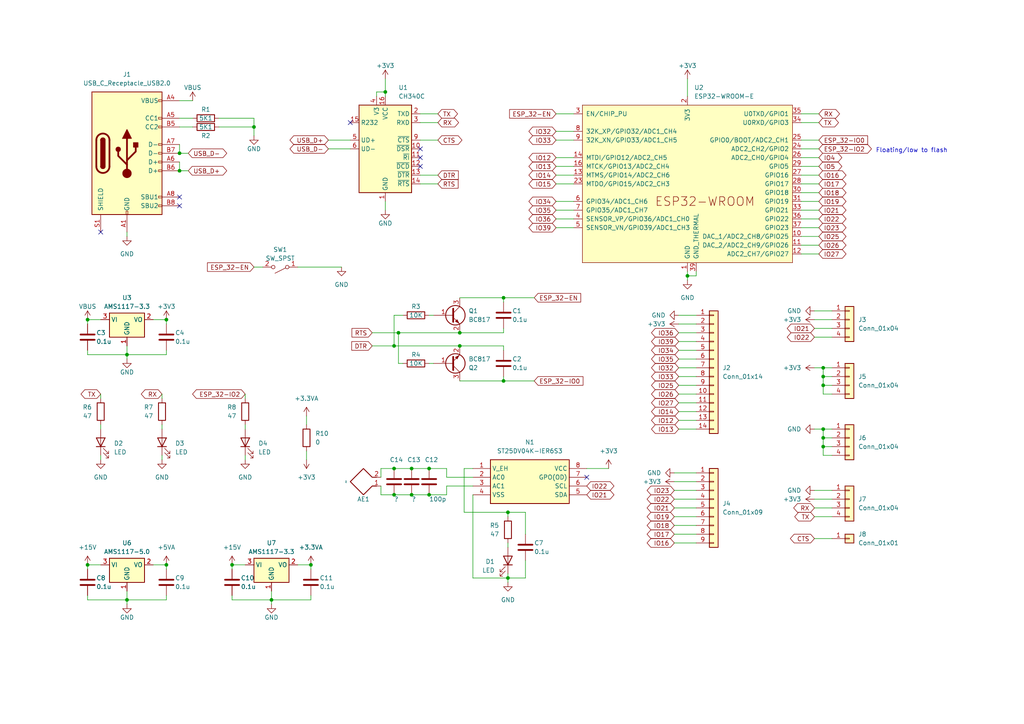
<source format=kicad_sch>
(kicad_sch (version 20230121) (generator eeschema)

  (uuid 2790ad46-3bfb-4eb9-b86e-d7b0f064db3a)

  (paper "A4")

  (lib_symbols
    (symbol "Connector:USB_C_Receptacle_USB2.0" (pin_names (offset 1.016)) (in_bom yes) (on_board yes)
      (property "Reference" "J" (at -10.16 19.05 0)
        (effects (font (size 1.27 1.27)) (justify left))
      )
      (property "Value" "USB_C_Receptacle_USB2.0" (at 19.05 19.05 0)
        (effects (font (size 1.27 1.27)) (justify right))
      )
      (property "Footprint" "" (at 3.81 0 0)
        (effects (font (size 1.27 1.27)) hide)
      )
      (property "Datasheet" "https://www.usb.org/sites/default/files/documents/usb_type-c.zip" (at 3.81 0 0)
        (effects (font (size 1.27 1.27)) hide)
      )
      (property "ki_keywords" "usb universal serial bus type-C USB2.0" (at 0 0 0)
        (effects (font (size 1.27 1.27)) hide)
      )
      (property "ki_description" "USB 2.0-only Type-C Receptacle connector" (at 0 0 0)
        (effects (font (size 1.27 1.27)) hide)
      )
      (property "ki_fp_filters" "USB*C*Receptacle*" (at 0 0 0)
        (effects (font (size 1.27 1.27)) hide)
      )
      (symbol "USB_C_Receptacle_USB2.0_0_0"
        (rectangle (start -0.254 -17.78) (end 0.254 -16.764)
          (stroke (width 0) (type default))
          (fill (type none))
        )
        (rectangle (start 10.16 -14.986) (end 9.144 -15.494)
          (stroke (width 0) (type default))
          (fill (type none))
        )
        (rectangle (start 10.16 -12.446) (end 9.144 -12.954)
          (stroke (width 0) (type default))
          (fill (type none))
        )
        (rectangle (start 10.16 -4.826) (end 9.144 -5.334)
          (stroke (width 0) (type default))
          (fill (type none))
        )
        (rectangle (start 10.16 -2.286) (end 9.144 -2.794)
          (stroke (width 0) (type default))
          (fill (type none))
        )
        (rectangle (start 10.16 0.254) (end 9.144 -0.254)
          (stroke (width 0) (type default))
          (fill (type none))
        )
        (rectangle (start 10.16 2.794) (end 9.144 2.286)
          (stroke (width 0) (type default))
          (fill (type none))
        )
        (rectangle (start 10.16 7.874) (end 9.144 7.366)
          (stroke (width 0) (type default))
          (fill (type none))
        )
        (rectangle (start 10.16 10.414) (end 9.144 9.906)
          (stroke (width 0) (type default))
          (fill (type none))
        )
        (rectangle (start 10.16 15.494) (end 9.144 14.986)
          (stroke (width 0) (type default))
          (fill (type none))
        )
      )
      (symbol "USB_C_Receptacle_USB2.0_0_1"
        (rectangle (start -10.16 17.78) (end 10.16 -17.78)
          (stroke (width 0.254) (type default))
          (fill (type background))
        )
        (arc (start -8.89 -3.81) (mid -6.985 -5.7067) (end -5.08 -3.81)
          (stroke (width 0.508) (type default))
          (fill (type none))
        )
        (arc (start -7.62 -3.81) (mid -6.985 -4.4423) (end -6.35 -3.81)
          (stroke (width 0.254) (type default))
          (fill (type none))
        )
        (arc (start -7.62 -3.81) (mid -6.985 -4.4423) (end -6.35 -3.81)
          (stroke (width 0.254) (type default))
          (fill (type outline))
        )
        (rectangle (start -7.62 -3.81) (end -6.35 3.81)
          (stroke (width 0.254) (type default))
          (fill (type outline))
        )
        (arc (start -6.35 3.81) (mid -6.985 4.4423) (end -7.62 3.81)
          (stroke (width 0.254) (type default))
          (fill (type none))
        )
        (arc (start -6.35 3.81) (mid -6.985 4.4423) (end -7.62 3.81)
          (stroke (width 0.254) (type default))
          (fill (type outline))
        )
        (arc (start -5.08 3.81) (mid -6.985 5.7067) (end -8.89 3.81)
          (stroke (width 0.508) (type default))
          (fill (type none))
        )
        (circle (center -2.54 1.143) (radius 0.635)
          (stroke (width 0.254) (type default))
          (fill (type outline))
        )
        (circle (center 0 -5.842) (radius 1.27)
          (stroke (width 0) (type default))
          (fill (type outline))
        )
        (polyline
          (pts
            (xy -8.89 -3.81)
            (xy -8.89 3.81)
          )
          (stroke (width 0.508) (type default))
          (fill (type none))
        )
        (polyline
          (pts
            (xy -5.08 3.81)
            (xy -5.08 -3.81)
          )
          (stroke (width 0.508) (type default))
          (fill (type none))
        )
        (polyline
          (pts
            (xy 0 -5.842)
            (xy 0 4.318)
          )
          (stroke (width 0.508) (type default))
          (fill (type none))
        )
        (polyline
          (pts
            (xy 0 -3.302)
            (xy -2.54 -0.762)
            (xy -2.54 0.508)
          )
          (stroke (width 0.508) (type default))
          (fill (type none))
        )
        (polyline
          (pts
            (xy 0 -2.032)
            (xy 2.54 0.508)
            (xy 2.54 1.778)
          )
          (stroke (width 0.508) (type default))
          (fill (type none))
        )
        (polyline
          (pts
            (xy -1.27 4.318)
            (xy 0 6.858)
            (xy 1.27 4.318)
            (xy -1.27 4.318)
          )
          (stroke (width 0.254) (type default))
          (fill (type outline))
        )
        (rectangle (start 1.905 1.778) (end 3.175 3.048)
          (stroke (width 0.254) (type default))
          (fill (type outline))
        )
      )
      (symbol "USB_C_Receptacle_USB2.0_1_1"
        (pin passive line (at 0 -22.86 90) (length 5.08)
          (name "GND" (effects (font (size 1.27 1.27))))
          (number "A1" (effects (font (size 1.27 1.27))))
        )
        (pin passive line (at 0 -22.86 90) (length 5.08) hide
          (name "GND" (effects (font (size 1.27 1.27))))
          (number "A12" (effects (font (size 1.27 1.27))))
        )
        (pin passive line (at 15.24 15.24 180) (length 5.08)
          (name "VBUS" (effects (font (size 1.27 1.27))))
          (number "A4" (effects (font (size 1.27 1.27))))
        )
        (pin bidirectional line (at 15.24 10.16 180) (length 5.08)
          (name "CC1" (effects (font (size 1.27 1.27))))
          (number "A5" (effects (font (size 1.27 1.27))))
        )
        (pin bidirectional line (at 15.24 -2.54 180) (length 5.08)
          (name "D+" (effects (font (size 1.27 1.27))))
          (number "A6" (effects (font (size 1.27 1.27))))
        )
        (pin bidirectional line (at 15.24 2.54 180) (length 5.08)
          (name "D-" (effects (font (size 1.27 1.27))))
          (number "A7" (effects (font (size 1.27 1.27))))
        )
        (pin bidirectional line (at 15.24 -12.7 180) (length 5.08)
          (name "SBU1" (effects (font (size 1.27 1.27))))
          (number "A8" (effects (font (size 1.27 1.27))))
        )
        (pin passive line (at 15.24 15.24 180) (length 5.08) hide
          (name "VBUS" (effects (font (size 1.27 1.27))))
          (number "A9" (effects (font (size 1.27 1.27))))
        )
        (pin passive line (at 0 -22.86 90) (length 5.08) hide
          (name "GND" (effects (font (size 1.27 1.27))))
          (number "B1" (effects (font (size 1.27 1.27))))
        )
        (pin passive line (at 0 -22.86 90) (length 5.08) hide
          (name "GND" (effects (font (size 1.27 1.27))))
          (number "B12" (effects (font (size 1.27 1.27))))
        )
        (pin passive line (at 15.24 15.24 180) (length 5.08) hide
          (name "VBUS" (effects (font (size 1.27 1.27))))
          (number "B4" (effects (font (size 1.27 1.27))))
        )
        (pin bidirectional line (at 15.24 7.62 180) (length 5.08)
          (name "CC2" (effects (font (size 1.27 1.27))))
          (number "B5" (effects (font (size 1.27 1.27))))
        )
        (pin bidirectional line (at 15.24 -5.08 180) (length 5.08)
          (name "D+" (effects (font (size 1.27 1.27))))
          (number "B6" (effects (font (size 1.27 1.27))))
        )
        (pin bidirectional line (at 15.24 0 180) (length 5.08)
          (name "D-" (effects (font (size 1.27 1.27))))
          (number "B7" (effects (font (size 1.27 1.27))))
        )
        (pin bidirectional line (at 15.24 -15.24 180) (length 5.08)
          (name "SBU2" (effects (font (size 1.27 1.27))))
          (number "B8" (effects (font (size 1.27 1.27))))
        )
        (pin passive line (at 15.24 15.24 180) (length 5.08) hide
          (name "VBUS" (effects (font (size 1.27 1.27))))
          (number "B9" (effects (font (size 1.27 1.27))))
        )
        (pin passive line (at -7.62 -22.86 90) (length 5.08)
          (name "SHIELD" (effects (font (size 1.27 1.27))))
          (number "S1" (effects (font (size 1.27 1.27))))
        )
      )
    )
    (symbol "Connector_Generic:Conn_01x01" (pin_names (offset 1.016) hide) (in_bom yes) (on_board yes)
      (property "Reference" "J" (at 0 2.54 0)
        (effects (font (size 1.27 1.27)))
      )
      (property "Value" "Conn_01x01" (at 0 -2.54 0)
        (effects (font (size 1.27 1.27)))
      )
      (property "Footprint" "" (at 0 0 0)
        (effects (font (size 1.27 1.27)) hide)
      )
      (property "Datasheet" "~" (at 0 0 0)
        (effects (font (size 1.27 1.27)) hide)
      )
      (property "ki_keywords" "connector" (at 0 0 0)
        (effects (font (size 1.27 1.27)) hide)
      )
      (property "ki_description" "Generic connector, single row, 01x01, script generated (kicad-library-utils/schlib/autogen/connector/)" (at 0 0 0)
        (effects (font (size 1.27 1.27)) hide)
      )
      (property "ki_fp_filters" "Connector*:*_1x??_*" (at 0 0 0)
        (effects (font (size 1.27 1.27)) hide)
      )
      (symbol "Conn_01x01_1_1"
        (rectangle (start -1.27 0.127) (end 0 -0.127)
          (stroke (width 0.1524) (type default))
          (fill (type none))
        )
        (rectangle (start -1.27 1.27) (end 1.27 -1.27)
          (stroke (width 0.254) (type default))
          (fill (type background))
        )
        (pin passive line (at -5.08 0 0) (length 3.81)
          (name "Pin_1" (effects (font (size 1.27 1.27))))
          (number "1" (effects (font (size 1.27 1.27))))
        )
      )
    )
    (symbol "Connector_Generic:Conn_01x04" (pin_names (offset 1.016) hide) (in_bom yes) (on_board yes)
      (property "Reference" "J" (at 0 5.08 0)
        (effects (font (size 1.27 1.27)))
      )
      (property "Value" "Conn_01x04" (at 0 -7.62 0)
        (effects (font (size 1.27 1.27)))
      )
      (property "Footprint" "" (at 0 0 0)
        (effects (font (size 1.27 1.27)) hide)
      )
      (property "Datasheet" "~" (at 0 0 0)
        (effects (font (size 1.27 1.27)) hide)
      )
      (property "ki_keywords" "connector" (at 0 0 0)
        (effects (font (size 1.27 1.27)) hide)
      )
      (property "ki_description" "Generic connector, single row, 01x04, script generated (kicad-library-utils/schlib/autogen/connector/)" (at 0 0 0)
        (effects (font (size 1.27 1.27)) hide)
      )
      (property "ki_fp_filters" "Connector*:*_1x??_*" (at 0 0 0)
        (effects (font (size 1.27 1.27)) hide)
      )
      (symbol "Conn_01x04_1_1"
        (rectangle (start -1.27 -4.953) (end 0 -5.207)
          (stroke (width 0.1524) (type default))
          (fill (type none))
        )
        (rectangle (start -1.27 -2.413) (end 0 -2.667)
          (stroke (width 0.1524) (type default))
          (fill (type none))
        )
        (rectangle (start -1.27 0.127) (end 0 -0.127)
          (stroke (width 0.1524) (type default))
          (fill (type none))
        )
        (rectangle (start -1.27 2.667) (end 0 2.413)
          (stroke (width 0.1524) (type default))
          (fill (type none))
        )
        (rectangle (start -1.27 3.81) (end 1.27 -6.35)
          (stroke (width 0.254) (type default))
          (fill (type background))
        )
        (pin passive line (at -5.08 2.54 0) (length 3.81)
          (name "Pin_1" (effects (font (size 1.27 1.27))))
          (number "1" (effects (font (size 1.27 1.27))))
        )
        (pin passive line (at -5.08 0 0) (length 3.81)
          (name "Pin_2" (effects (font (size 1.27 1.27))))
          (number "2" (effects (font (size 1.27 1.27))))
        )
        (pin passive line (at -5.08 -2.54 0) (length 3.81)
          (name "Pin_3" (effects (font (size 1.27 1.27))))
          (number "3" (effects (font (size 1.27 1.27))))
        )
        (pin passive line (at -5.08 -5.08 0) (length 3.81)
          (name "Pin_4" (effects (font (size 1.27 1.27))))
          (number "4" (effects (font (size 1.27 1.27))))
        )
      )
    )
    (symbol "Connector_Generic:Conn_01x09" (pin_names (offset 1.016) hide) (in_bom yes) (on_board yes)
      (property "Reference" "J" (at 0 12.7 0)
        (effects (font (size 1.27 1.27)))
      )
      (property "Value" "Conn_01x09" (at 0 -12.7 0)
        (effects (font (size 1.27 1.27)))
      )
      (property "Footprint" "" (at 0 0 0)
        (effects (font (size 1.27 1.27)) hide)
      )
      (property "Datasheet" "~" (at 0 0 0)
        (effects (font (size 1.27 1.27)) hide)
      )
      (property "ki_keywords" "connector" (at 0 0 0)
        (effects (font (size 1.27 1.27)) hide)
      )
      (property "ki_description" "Generic connector, single row, 01x09, script generated (kicad-library-utils/schlib/autogen/connector/)" (at 0 0 0)
        (effects (font (size 1.27 1.27)) hide)
      )
      (property "ki_fp_filters" "Connector*:*_1x??_*" (at 0 0 0)
        (effects (font (size 1.27 1.27)) hide)
      )
      (symbol "Conn_01x09_1_1"
        (rectangle (start -1.27 -10.033) (end 0 -10.287)
          (stroke (width 0.1524) (type default))
          (fill (type none))
        )
        (rectangle (start -1.27 -7.493) (end 0 -7.747)
          (stroke (width 0.1524) (type default))
          (fill (type none))
        )
        (rectangle (start -1.27 -4.953) (end 0 -5.207)
          (stroke (width 0.1524) (type default))
          (fill (type none))
        )
        (rectangle (start -1.27 -2.413) (end 0 -2.667)
          (stroke (width 0.1524) (type default))
          (fill (type none))
        )
        (rectangle (start -1.27 0.127) (end 0 -0.127)
          (stroke (width 0.1524) (type default))
          (fill (type none))
        )
        (rectangle (start -1.27 2.667) (end 0 2.413)
          (stroke (width 0.1524) (type default))
          (fill (type none))
        )
        (rectangle (start -1.27 5.207) (end 0 4.953)
          (stroke (width 0.1524) (type default))
          (fill (type none))
        )
        (rectangle (start -1.27 7.747) (end 0 7.493)
          (stroke (width 0.1524) (type default))
          (fill (type none))
        )
        (rectangle (start -1.27 10.287) (end 0 10.033)
          (stroke (width 0.1524) (type default))
          (fill (type none))
        )
        (rectangle (start -1.27 11.43) (end 1.27 -11.43)
          (stroke (width 0.254) (type default))
          (fill (type background))
        )
        (pin passive line (at -5.08 10.16 0) (length 3.81)
          (name "Pin_1" (effects (font (size 1.27 1.27))))
          (number "1" (effects (font (size 1.27 1.27))))
        )
        (pin passive line (at -5.08 7.62 0) (length 3.81)
          (name "Pin_2" (effects (font (size 1.27 1.27))))
          (number "2" (effects (font (size 1.27 1.27))))
        )
        (pin passive line (at -5.08 5.08 0) (length 3.81)
          (name "Pin_3" (effects (font (size 1.27 1.27))))
          (number "3" (effects (font (size 1.27 1.27))))
        )
        (pin passive line (at -5.08 2.54 0) (length 3.81)
          (name "Pin_4" (effects (font (size 1.27 1.27))))
          (number "4" (effects (font (size 1.27 1.27))))
        )
        (pin passive line (at -5.08 0 0) (length 3.81)
          (name "Pin_5" (effects (font (size 1.27 1.27))))
          (number "5" (effects (font (size 1.27 1.27))))
        )
        (pin passive line (at -5.08 -2.54 0) (length 3.81)
          (name "Pin_6" (effects (font (size 1.27 1.27))))
          (number "6" (effects (font (size 1.27 1.27))))
        )
        (pin passive line (at -5.08 -5.08 0) (length 3.81)
          (name "Pin_7" (effects (font (size 1.27 1.27))))
          (number "7" (effects (font (size 1.27 1.27))))
        )
        (pin passive line (at -5.08 -7.62 0) (length 3.81)
          (name "Pin_8" (effects (font (size 1.27 1.27))))
          (number "8" (effects (font (size 1.27 1.27))))
        )
        (pin passive line (at -5.08 -10.16 0) (length 3.81)
          (name "Pin_9" (effects (font (size 1.27 1.27))))
          (number "9" (effects (font (size 1.27 1.27))))
        )
      )
    )
    (symbol "Connector_Generic:Conn_01x14" (pin_names (offset 1.016) hide) (in_bom yes) (on_board yes)
      (property "Reference" "J" (at 0 17.78 0)
        (effects (font (size 1.27 1.27)))
      )
      (property "Value" "Conn_01x14" (at 0 -20.32 0)
        (effects (font (size 1.27 1.27)))
      )
      (property "Footprint" "" (at 0 0 0)
        (effects (font (size 1.27 1.27)) hide)
      )
      (property "Datasheet" "~" (at 0 0 0)
        (effects (font (size 1.27 1.27)) hide)
      )
      (property "ki_keywords" "connector" (at 0 0 0)
        (effects (font (size 1.27 1.27)) hide)
      )
      (property "ki_description" "Generic connector, single row, 01x14, script generated (kicad-library-utils/schlib/autogen/connector/)" (at 0 0 0)
        (effects (font (size 1.27 1.27)) hide)
      )
      (property "ki_fp_filters" "Connector*:*_1x??_*" (at 0 0 0)
        (effects (font (size 1.27 1.27)) hide)
      )
      (symbol "Conn_01x14_1_1"
        (rectangle (start -1.27 -17.653) (end 0 -17.907)
          (stroke (width 0.1524) (type default))
          (fill (type none))
        )
        (rectangle (start -1.27 -15.113) (end 0 -15.367)
          (stroke (width 0.1524) (type default))
          (fill (type none))
        )
        (rectangle (start -1.27 -12.573) (end 0 -12.827)
          (stroke (width 0.1524) (type default))
          (fill (type none))
        )
        (rectangle (start -1.27 -10.033) (end 0 -10.287)
          (stroke (width 0.1524) (type default))
          (fill (type none))
        )
        (rectangle (start -1.27 -7.493) (end 0 -7.747)
          (stroke (width 0.1524) (type default))
          (fill (type none))
        )
        (rectangle (start -1.27 -4.953) (end 0 -5.207)
          (stroke (width 0.1524) (type default))
          (fill (type none))
        )
        (rectangle (start -1.27 -2.413) (end 0 -2.667)
          (stroke (width 0.1524) (type default))
          (fill (type none))
        )
        (rectangle (start -1.27 0.127) (end 0 -0.127)
          (stroke (width 0.1524) (type default))
          (fill (type none))
        )
        (rectangle (start -1.27 2.667) (end 0 2.413)
          (stroke (width 0.1524) (type default))
          (fill (type none))
        )
        (rectangle (start -1.27 5.207) (end 0 4.953)
          (stroke (width 0.1524) (type default))
          (fill (type none))
        )
        (rectangle (start -1.27 7.747) (end 0 7.493)
          (stroke (width 0.1524) (type default))
          (fill (type none))
        )
        (rectangle (start -1.27 10.287) (end 0 10.033)
          (stroke (width 0.1524) (type default))
          (fill (type none))
        )
        (rectangle (start -1.27 12.827) (end 0 12.573)
          (stroke (width 0.1524) (type default))
          (fill (type none))
        )
        (rectangle (start -1.27 15.367) (end 0 15.113)
          (stroke (width 0.1524) (type default))
          (fill (type none))
        )
        (rectangle (start -1.27 16.51) (end 1.27 -19.05)
          (stroke (width 0.254) (type default))
          (fill (type background))
        )
        (pin passive line (at -5.08 15.24 0) (length 3.81)
          (name "Pin_1" (effects (font (size 1.27 1.27))))
          (number "1" (effects (font (size 1.27 1.27))))
        )
        (pin passive line (at -5.08 -7.62 0) (length 3.81)
          (name "Pin_10" (effects (font (size 1.27 1.27))))
          (number "10" (effects (font (size 1.27 1.27))))
        )
        (pin passive line (at -5.08 -10.16 0) (length 3.81)
          (name "Pin_11" (effects (font (size 1.27 1.27))))
          (number "11" (effects (font (size 1.27 1.27))))
        )
        (pin passive line (at -5.08 -12.7 0) (length 3.81)
          (name "Pin_12" (effects (font (size 1.27 1.27))))
          (number "12" (effects (font (size 1.27 1.27))))
        )
        (pin passive line (at -5.08 -15.24 0) (length 3.81)
          (name "Pin_13" (effects (font (size 1.27 1.27))))
          (number "13" (effects (font (size 1.27 1.27))))
        )
        (pin passive line (at -5.08 -17.78 0) (length 3.81)
          (name "Pin_14" (effects (font (size 1.27 1.27))))
          (number "14" (effects (font (size 1.27 1.27))))
        )
        (pin passive line (at -5.08 12.7 0) (length 3.81)
          (name "Pin_2" (effects (font (size 1.27 1.27))))
          (number "2" (effects (font (size 1.27 1.27))))
        )
        (pin passive line (at -5.08 10.16 0) (length 3.81)
          (name "Pin_3" (effects (font (size 1.27 1.27))))
          (number "3" (effects (font (size 1.27 1.27))))
        )
        (pin passive line (at -5.08 7.62 0) (length 3.81)
          (name "Pin_4" (effects (font (size 1.27 1.27))))
          (number "4" (effects (font (size 1.27 1.27))))
        )
        (pin passive line (at -5.08 5.08 0) (length 3.81)
          (name "Pin_5" (effects (font (size 1.27 1.27))))
          (number "5" (effects (font (size 1.27 1.27))))
        )
        (pin passive line (at -5.08 2.54 0) (length 3.81)
          (name "Pin_6" (effects (font (size 1.27 1.27))))
          (number "6" (effects (font (size 1.27 1.27))))
        )
        (pin passive line (at -5.08 0 0) (length 3.81)
          (name "Pin_7" (effects (font (size 1.27 1.27))))
          (number "7" (effects (font (size 1.27 1.27))))
        )
        (pin passive line (at -5.08 -2.54 0) (length 3.81)
          (name "Pin_8" (effects (font (size 1.27 1.27))))
          (number "8" (effects (font (size 1.27 1.27))))
        )
        (pin passive line (at -5.08 -5.08 0) (length 3.81)
          (name "Pin_9" (effects (font (size 1.27 1.27))))
          (number "9" (effects (font (size 1.27 1.27))))
        )
      )
    )
    (symbol "Custom-Symbols:NFC_Antenna" (in_bom yes) (on_board yes)
      (property "Reference" "AE" (at 0 0 0)
        (effects (font (size 1.27 1.27)))
      )
      (property "Value" "" (at 0 0 0)
        (effects (font (size 1.27 1.27)))
      )
      (property "Footprint" "" (at 0 0 0)
        (effects (font (size 1.27 1.27)) hide)
      )
      (property "Datasheet" "" (at 0 0 0)
        (effects (font (size 1.27 1.27)) hide)
      )
      (symbol "NFC_Antenna_0_1"
        (polyline
          (pts
            (xy 1.27 -8.89)
            (xy 1.27 -7.62)
            (xy 3.81 -5.08)
            (xy 0 -1.27)
            (xy -3.81 -5.08)
            (xy -1.27 -7.62)
            (xy -1.27 -8.89)
          )
          (stroke (width 0.254) (type default))
          (fill (type none))
        )
      )
      (symbol "NFC_Antenna_1_1"
        (pin input line (at -1.27 -10.16 90) (length 2.54)
          (name "~" (effects (font (size 1.27 1.27))))
          (number "1" (effects (font (size 1.27 1.27))))
        )
        (pin output line (at 1.27 -10.16 90) (length 2.54)
          (name "~" (effects (font (size 1.27 1.27))))
          (number "2" (effects (font (size 1.27 1.27))))
        )
      )
    )
    (symbol "Device:C" (pin_numbers hide) (pin_names (offset 0.254)) (in_bom yes) (on_board yes)
      (property "Reference" "C" (at 0.635 2.54 0)
        (effects (font (size 1.27 1.27)) (justify left))
      )
      (property "Value" "C" (at 0.635 -2.54 0)
        (effects (font (size 1.27 1.27)) (justify left))
      )
      (property "Footprint" "" (at 0.9652 -3.81 0)
        (effects (font (size 1.27 1.27)) hide)
      )
      (property "Datasheet" "~" (at 0 0 0)
        (effects (font (size 1.27 1.27)) hide)
      )
      (property "ki_keywords" "cap capacitor" (at 0 0 0)
        (effects (font (size 1.27 1.27)) hide)
      )
      (property "ki_description" "Unpolarized capacitor" (at 0 0 0)
        (effects (font (size 1.27 1.27)) hide)
      )
      (property "ki_fp_filters" "C_*" (at 0 0 0)
        (effects (font (size 1.27 1.27)) hide)
      )
      (symbol "C_0_1"
        (polyline
          (pts
            (xy -2.032 -0.762)
            (xy 2.032 -0.762)
          )
          (stroke (width 0.508) (type default))
          (fill (type none))
        )
        (polyline
          (pts
            (xy -2.032 0.762)
            (xy 2.032 0.762)
          )
          (stroke (width 0.508) (type default))
          (fill (type none))
        )
      )
      (symbol "C_1_1"
        (pin passive line (at 0 3.81 270) (length 2.794)
          (name "~" (effects (font (size 1.27 1.27))))
          (number "1" (effects (font (size 1.27 1.27))))
        )
        (pin passive line (at 0 -3.81 90) (length 2.794)
          (name "~" (effects (font (size 1.27 1.27))))
          (number "2" (effects (font (size 1.27 1.27))))
        )
      )
    )
    (symbol "Device:LED" (pin_numbers hide) (pin_names (offset 1.016) hide) (in_bom yes) (on_board yes)
      (property "Reference" "D" (at 0 2.54 0)
        (effects (font (size 1.27 1.27)))
      )
      (property "Value" "LED" (at 0 -2.54 0)
        (effects (font (size 1.27 1.27)))
      )
      (property "Footprint" "" (at 0 0 0)
        (effects (font (size 1.27 1.27)) hide)
      )
      (property "Datasheet" "~" (at 0 0 0)
        (effects (font (size 1.27 1.27)) hide)
      )
      (property "ki_keywords" "LED diode" (at 0 0 0)
        (effects (font (size 1.27 1.27)) hide)
      )
      (property "ki_description" "Light emitting diode" (at 0 0 0)
        (effects (font (size 1.27 1.27)) hide)
      )
      (property "ki_fp_filters" "LED* LED_SMD:* LED_THT:*" (at 0 0 0)
        (effects (font (size 1.27 1.27)) hide)
      )
      (symbol "LED_0_1"
        (polyline
          (pts
            (xy -1.27 -1.27)
            (xy -1.27 1.27)
          )
          (stroke (width 0.254) (type default))
          (fill (type none))
        )
        (polyline
          (pts
            (xy -1.27 0)
            (xy 1.27 0)
          )
          (stroke (width 0) (type default))
          (fill (type none))
        )
        (polyline
          (pts
            (xy 1.27 -1.27)
            (xy 1.27 1.27)
            (xy -1.27 0)
            (xy 1.27 -1.27)
          )
          (stroke (width 0.254) (type default))
          (fill (type none))
        )
        (polyline
          (pts
            (xy -3.048 -0.762)
            (xy -4.572 -2.286)
            (xy -3.81 -2.286)
            (xy -4.572 -2.286)
            (xy -4.572 -1.524)
          )
          (stroke (width 0) (type default))
          (fill (type none))
        )
        (polyline
          (pts
            (xy -1.778 -0.762)
            (xy -3.302 -2.286)
            (xy -2.54 -2.286)
            (xy -3.302 -2.286)
            (xy -3.302 -1.524)
          )
          (stroke (width 0) (type default))
          (fill (type none))
        )
      )
      (symbol "LED_1_1"
        (pin passive line (at -3.81 0 0) (length 2.54)
          (name "K" (effects (font (size 1.27 1.27))))
          (number "1" (effects (font (size 1.27 1.27))))
        )
        (pin passive line (at 3.81 0 180) (length 2.54)
          (name "A" (effects (font (size 1.27 1.27))))
          (number "2" (effects (font (size 1.27 1.27))))
        )
      )
    )
    (symbol "Device:R" (pin_numbers hide) (pin_names (offset 0)) (in_bom yes) (on_board yes)
      (property "Reference" "R" (at 2.032 0 90)
        (effects (font (size 1.27 1.27)))
      )
      (property "Value" "R" (at 0 0 90)
        (effects (font (size 1.27 1.27)))
      )
      (property "Footprint" "" (at -1.778 0 90)
        (effects (font (size 1.27 1.27)) hide)
      )
      (property "Datasheet" "~" (at 0 0 0)
        (effects (font (size 1.27 1.27)) hide)
      )
      (property "ki_keywords" "R res resistor" (at 0 0 0)
        (effects (font (size 1.27 1.27)) hide)
      )
      (property "ki_description" "Resistor" (at 0 0 0)
        (effects (font (size 1.27 1.27)) hide)
      )
      (property "ki_fp_filters" "R_*" (at 0 0 0)
        (effects (font (size 1.27 1.27)) hide)
      )
      (symbol "R_0_1"
        (rectangle (start -1.016 -2.54) (end 1.016 2.54)
          (stroke (width 0.254) (type default))
          (fill (type none))
        )
      )
      (symbol "R_1_1"
        (pin passive line (at 0 3.81 270) (length 1.27)
          (name "~" (effects (font (size 1.27 1.27))))
          (number "1" (effects (font (size 1.27 1.27))))
        )
        (pin passive line (at 0 -3.81 90) (length 1.27)
          (name "~" (effects (font (size 1.27 1.27))))
          (number "2" (effects (font (size 1.27 1.27))))
        )
      )
    )
    (symbol "Interface_USB:CH340C" (in_bom yes) (on_board yes)
      (property "Reference" "U" (at -5.08 13.97 0)
        (effects (font (size 1.27 1.27)) (justify right))
      )
      (property "Value" "CH340C" (at 1.27 13.97 0)
        (effects (font (size 1.27 1.27)) (justify left))
      )
      (property "Footprint" "Package_SO:SOIC-16_3.9x9.9mm_P1.27mm" (at 1.27 -13.97 0)
        (effects (font (size 1.27 1.27)) (justify left) hide)
      )
      (property "Datasheet" "https://datasheet.lcsc.com/szlcsc/Jiangsu-Qin-Heng-CH340C_C84681.pdf" (at -8.89 20.32 0)
        (effects (font (size 1.27 1.27)) hide)
      )
      (property "ki_keywords" "USB UART Serial Converter Interface" (at 0 0 0)
        (effects (font (size 1.27 1.27)) hide)
      )
      (property "ki_description" "USB serial converter, UART, SOIC-16" (at 0 0 0)
        (effects (font (size 1.27 1.27)) hide)
      )
      (property "ki_fp_filters" "SOIC*3.9x9.9mm*P1.27mm*" (at 0 0 0)
        (effects (font (size 1.27 1.27)) hide)
      )
      (symbol "CH340C_0_1"
        (rectangle (start -7.62 12.7) (end 7.62 -12.7)
          (stroke (width 0.254) (type default))
          (fill (type background))
        )
      )
      (symbol "CH340C_1_1"
        (pin power_in line (at 0 -15.24 90) (length 2.54)
          (name "GND" (effects (font (size 1.27 1.27))))
          (number "1" (effects (font (size 1.27 1.27))))
        )
        (pin input line (at 10.16 0 180) (length 2.54)
          (name "~{DSR}" (effects (font (size 1.27 1.27))))
          (number "10" (effects (font (size 1.27 1.27))))
        )
        (pin input line (at 10.16 -2.54 180) (length 2.54)
          (name "~{RI}" (effects (font (size 1.27 1.27))))
          (number "11" (effects (font (size 1.27 1.27))))
        )
        (pin input line (at 10.16 -5.08 180) (length 2.54)
          (name "~{DCD}" (effects (font (size 1.27 1.27))))
          (number "12" (effects (font (size 1.27 1.27))))
        )
        (pin output line (at 10.16 -7.62 180) (length 2.54)
          (name "~{DTR}" (effects (font (size 1.27 1.27))))
          (number "13" (effects (font (size 1.27 1.27))))
        )
        (pin output line (at 10.16 -10.16 180) (length 2.54)
          (name "~{RTS}" (effects (font (size 1.27 1.27))))
          (number "14" (effects (font (size 1.27 1.27))))
        )
        (pin input line (at -10.16 7.62 0) (length 2.54)
          (name "R232" (effects (font (size 1.27 1.27))))
          (number "15" (effects (font (size 1.27 1.27))))
        )
        (pin power_in line (at 0 15.24 270) (length 2.54)
          (name "VCC" (effects (font (size 1.27 1.27))))
          (number "16" (effects (font (size 1.27 1.27))))
        )
        (pin output line (at 10.16 10.16 180) (length 2.54)
          (name "TXD" (effects (font (size 1.27 1.27))))
          (number "2" (effects (font (size 1.27 1.27))))
        )
        (pin input line (at 10.16 7.62 180) (length 2.54)
          (name "RXD" (effects (font (size 1.27 1.27))))
          (number "3" (effects (font (size 1.27 1.27))))
        )
        (pin passive line (at -2.54 15.24 270) (length 2.54)
          (name "V3" (effects (font (size 1.27 1.27))))
          (number "4" (effects (font (size 1.27 1.27))))
        )
        (pin bidirectional line (at -10.16 2.54 0) (length 2.54)
          (name "UD+" (effects (font (size 1.27 1.27))))
          (number "5" (effects (font (size 1.27 1.27))))
        )
        (pin bidirectional line (at -10.16 0 0) (length 2.54)
          (name "UD-" (effects (font (size 1.27 1.27))))
          (number "6" (effects (font (size 1.27 1.27))))
        )
        (pin no_connect line (at -7.62 -7.62 0) (length 2.54) hide
          (name "NC" (effects (font (size 1.27 1.27))))
          (number "7" (effects (font (size 1.27 1.27))))
        )
        (pin no_connect line (at -7.62 -10.16 0) (length 2.54) hide
          (name "NC" (effects (font (size 1.27 1.27))))
          (number "8" (effects (font (size 1.27 1.27))))
        )
        (pin input line (at 10.16 2.54 180) (length 2.54)
          (name "~{CTS}" (effects (font (size 1.27 1.27))))
          (number "9" (effects (font (size 1.27 1.27))))
        )
      )
    )
    (symbol "PCM_Espressif:ESP32-WROOM-E" (pin_names (offset 1.016)) (in_bom yes) (on_board yes)
      (property "Reference" "U" (at -30.48 27.94 0)
        (effects (font (size 1.27 1.27)) (justify left))
      )
      (property "Value" "ESP32-WROOM-E" (at -30.48 25.4 0)
        (effects (font (size 1.27 1.27)) (justify left))
      )
      (property "Footprint" "Espressif:ESP32-WROOM-32E" (at 0 -35.56 0)
        (effects (font (size 1.27 1.27)) hide)
      )
      (property "Datasheet" "https://www.espressif.com/sites/default/files/documentation/esp32-wroom-32e_esp32-wroom-32ue_datasheet_en.pdf" (at 0 -38.1 0)
        (effects (font (size 1.27 1.27)) hide)
      )
      (property "ki_keywords" "ESP32" (at 0 0 0)
        (effects (font (size 1.27 1.27)) hide)
      )
      (property "ki_description" "ESP32-WROOM-32E integrates ESP32-D0WD-V3, with higher stability and safety performance." (at 0 0 0)
        (effects (font (size 1.27 1.27)) hide)
      )
      (symbol "ESP32-WROOM-E_0_1"
        (rectangle (start -30.48 22.86) (end 30.48 -22.86)
          (stroke (width 0) (type default))
          (fill (type background))
        )
      )
      (symbol "ESP32-WROOM-E_1_1"
        (text "ESP32-­WROOM­" (at 5.08 -5.08 0)
          (effects (font (size 2.54 2.54)))
        )
        (pin power_in line (at 0 -25.4 90) (length 2.54)
          (name "GND" (effects (font (size 1.27 1.27))))
          (number "1" (effects (font (size 1.27 1.27))))
        )
        (pin bidirectional line (at 33.02 -15.24 180) (length 2.54)
          (name "DAC_1/ADC2_CH8/GPIO25" (effects (font (size 1.27 1.27))))
          (number "10" (effects (font (size 1.27 1.27))))
        )
        (pin bidirectional line (at 33.02 -17.78 180) (length 2.54)
          (name "DAC_2/ADC2_CH9/GPIO26" (effects (font (size 1.27 1.27))))
          (number "11" (effects (font (size 1.27 1.27))))
        )
        (pin bidirectional line (at 33.02 -20.32 180) (length 2.54)
          (name "ADC2_CH7/GPIO27" (effects (font (size 1.27 1.27))))
          (number "12" (effects (font (size 1.27 1.27))))
        )
        (pin bidirectional line (at -33.02 2.54 0) (length 2.54)
          (name "MTMS/GPIO14/ADC2_CH6" (effects (font (size 1.27 1.27))))
          (number "13" (effects (font (size 1.27 1.27))))
        )
        (pin bidirectional line (at -33.02 7.62 0) (length 2.54)
          (name "MTDI/GPIO12/ADC2_CH5" (effects (font (size 1.27 1.27))))
          (number "14" (effects (font (size 1.27 1.27))))
        )
        (pin passive line (at 0 -25.4 90) (length 2.54) hide
          (name "GND" (effects (font (size 1.27 1.27))))
          (number "15" (effects (font (size 1.27 1.27))))
        )
        (pin bidirectional line (at -33.02 5.08 0) (length 2.54)
          (name "MTCK/GPIO13/ADC2_CH4" (effects (font (size 1.27 1.27))))
          (number "16" (effects (font (size 1.27 1.27))))
        )
        (pin power_in line (at 0 25.4 270) (length 2.54)
          (name "3V3" (effects (font (size 1.27 1.27))))
          (number "2" (effects (font (size 1.27 1.27))))
        )
        (pin bidirectional line (at -33.02 0 0) (length 2.54)
          (name "MTDO/GPIO15/ADC2_CH3" (effects (font (size 1.27 1.27))))
          (number "23" (effects (font (size 1.27 1.27))))
        )
        (pin bidirectional line (at 33.02 10.16 180) (length 2.54)
          (name "ADC2_CH2/GPIO2" (effects (font (size 1.27 1.27))))
          (number "24" (effects (font (size 1.27 1.27))))
        )
        (pin bidirectional line (at 33.02 12.7 180) (length 2.54)
          (name "GPIO0/BOOT/ADC2_CH1" (effects (font (size 1.27 1.27))))
          (number "25" (effects (font (size 1.27 1.27))))
        )
        (pin bidirectional line (at 33.02 7.62 180) (length 2.54)
          (name "ADC2_CH0/GPIO4" (effects (font (size 1.27 1.27))))
          (number "26" (effects (font (size 1.27 1.27))))
        )
        (pin bidirectional line (at 33.02 2.54 180) (length 2.54)
          (name "GPIO16" (effects (font (size 1.27 1.27))))
          (number "27" (effects (font (size 1.27 1.27))))
        )
        (pin bidirectional line (at 33.02 0 180) (length 2.54)
          (name "GPIO17" (effects (font (size 1.27 1.27))))
          (number "28" (effects (font (size 1.27 1.27))))
        )
        (pin bidirectional line (at 33.02 5.08 180) (length 2.54)
          (name "GPIO5" (effects (font (size 1.27 1.27))))
          (number "29" (effects (font (size 1.27 1.27))))
        )
        (pin input line (at -33.02 20.32 0) (length 2.54)
          (name "EN/CHIP_PU" (effects (font (size 1.27 1.27))))
          (number "3" (effects (font (size 1.27 1.27))))
        )
        (pin bidirectional line (at 33.02 -2.54 180) (length 2.54)
          (name "GPIO18" (effects (font (size 1.27 1.27))))
          (number "30" (effects (font (size 1.27 1.27))))
        )
        (pin bidirectional line (at 33.02 -5.08 180) (length 2.54)
          (name "GPIO19" (effects (font (size 1.27 1.27))))
          (number "31" (effects (font (size 1.27 1.27))))
        )
        (pin bidirectional line (at 33.02 -7.62 180) (length 2.54)
          (name "GPIO21" (effects (font (size 1.27 1.27))))
          (number "33" (effects (font (size 1.27 1.27))))
        )
        (pin bidirectional line (at 33.02 17.78 180) (length 2.54)
          (name "U0RXD/GPIO3" (effects (font (size 1.27 1.27))))
          (number "34" (effects (font (size 1.27 1.27))))
        )
        (pin bidirectional line (at 33.02 20.32 180) (length 2.54)
          (name "U0TXD/GPIO1" (effects (font (size 1.27 1.27))))
          (number "35" (effects (font (size 1.27 1.27))))
        )
        (pin bidirectional line (at 33.02 -10.16 180) (length 2.54)
          (name "GPIO22" (effects (font (size 1.27 1.27))))
          (number "36" (effects (font (size 1.27 1.27))))
        )
        (pin bidirectional line (at 33.02 -12.7 180) (length 2.54)
          (name "GPIO23" (effects (font (size 1.27 1.27))))
          (number "37" (effects (font (size 1.27 1.27))))
        )
        (pin passive line (at 0 -25.4 90) (length 2.54) hide
          (name "GND" (effects (font (size 1.27 1.27))))
          (number "38" (effects (font (size 1.27 1.27))))
        )
        (pin power_in line (at 2.54 -25.4 90) (length 2.54)
          (name "GND_THERMAL" (effects (font (size 1.27 1.27))))
          (number "39" (effects (font (size 1.27 1.27))))
        )
        (pin input line (at -33.02 -10.16 0) (length 2.54)
          (name "SENSOR_VP/GPIO36/ADC1_CH0" (effects (font (size 1.27 1.27))))
          (number "4" (effects (font (size 1.27 1.27))))
        )
        (pin input line (at -33.02 -12.7 0) (length 2.54)
          (name "SENSOR_VN/GPIO39/ADC1_CH3" (effects (font (size 1.27 1.27))))
          (number "5" (effects (font (size 1.27 1.27))))
        )
        (pin input line (at -33.02 -5.08 0) (length 2.54)
          (name "GPIO34/ADC1_CH6" (effects (font (size 1.27 1.27))))
          (number "6" (effects (font (size 1.27 1.27))))
        )
        (pin input line (at -33.02 -7.62 0) (length 2.54)
          (name "GPIO35/ADC1_CH7" (effects (font (size 1.27 1.27))))
          (number "7" (effects (font (size 1.27 1.27))))
        )
        (pin bidirectional line (at -33.02 15.24 0) (length 2.54)
          (name "32K_XP/GPIO32/ADC1_CH4" (effects (font (size 1.27 1.27))))
          (number "8" (effects (font (size 1.27 1.27))))
        )
        (pin bidirectional line (at -33.02 12.7 0) (length 2.54)
          (name "32K_XN/GPIO33/ADC1_CH5" (effects (font (size 1.27 1.27))))
          (number "9" (effects (font (size 1.27 1.27))))
        )
      )
    )
    (symbol "Regulator_Linear:AMS1117-3.3" (in_bom yes) (on_board yes)
      (property "Reference" "U" (at -3.81 3.175 0)
        (effects (font (size 1.27 1.27)))
      )
      (property "Value" "AMS1117-3.3" (at 0 3.175 0)
        (effects (font (size 1.27 1.27)) (justify left))
      )
      (property "Footprint" "Package_TO_SOT_SMD:SOT-223-3_TabPin2" (at 0 5.08 0)
        (effects (font (size 1.27 1.27)) hide)
      )
      (property "Datasheet" "http://www.advanced-monolithic.com/pdf/ds1117.pdf" (at 2.54 -6.35 0)
        (effects (font (size 1.27 1.27)) hide)
      )
      (property "ki_keywords" "linear regulator ldo fixed positive" (at 0 0 0)
        (effects (font (size 1.27 1.27)) hide)
      )
      (property "ki_description" "1A Low Dropout regulator, positive, 3.3V fixed output, SOT-223" (at 0 0 0)
        (effects (font (size 1.27 1.27)) hide)
      )
      (property "ki_fp_filters" "SOT?223*TabPin2*" (at 0 0 0)
        (effects (font (size 1.27 1.27)) hide)
      )
      (symbol "AMS1117-3.3_0_1"
        (rectangle (start -5.08 -5.08) (end 5.08 1.905)
          (stroke (width 0.254) (type default))
          (fill (type background))
        )
      )
      (symbol "AMS1117-3.3_1_1"
        (pin power_in line (at 0 -7.62 90) (length 2.54)
          (name "GND" (effects (font (size 1.27 1.27))))
          (number "1" (effects (font (size 1.27 1.27))))
        )
        (pin power_out line (at 7.62 0 180) (length 2.54)
          (name "VO" (effects (font (size 1.27 1.27))))
          (number "2" (effects (font (size 1.27 1.27))))
        )
        (pin power_in line (at -7.62 0 0) (length 2.54)
          (name "VI" (effects (font (size 1.27 1.27))))
          (number "3" (effects (font (size 1.27 1.27))))
        )
      )
    )
    (symbol "Regulator_Linear:AMS1117-5.0" (in_bom yes) (on_board yes)
      (property "Reference" "U" (at -3.81 3.175 0)
        (effects (font (size 1.27 1.27)))
      )
      (property "Value" "AMS1117-5.0" (at 0 3.175 0)
        (effects (font (size 1.27 1.27)) (justify left))
      )
      (property "Footprint" "Package_TO_SOT_SMD:SOT-223-3_TabPin2" (at 0 5.08 0)
        (effects (font (size 1.27 1.27)) hide)
      )
      (property "Datasheet" "http://www.advanced-monolithic.com/pdf/ds1117.pdf" (at 2.54 -6.35 0)
        (effects (font (size 1.27 1.27)) hide)
      )
      (property "ki_keywords" "linear regulator ldo fixed positive" (at 0 0 0)
        (effects (font (size 1.27 1.27)) hide)
      )
      (property "ki_description" "1A Low Dropout regulator, positive, 5.0V fixed output, SOT-223" (at 0 0 0)
        (effects (font (size 1.27 1.27)) hide)
      )
      (property "ki_fp_filters" "SOT?223*TabPin2*" (at 0 0 0)
        (effects (font (size 1.27 1.27)) hide)
      )
      (symbol "AMS1117-5.0_0_1"
        (rectangle (start -5.08 -5.08) (end 5.08 1.905)
          (stroke (width 0.254) (type default))
          (fill (type background))
        )
      )
      (symbol "AMS1117-5.0_1_1"
        (pin power_in line (at 0 -7.62 90) (length 2.54)
          (name "GND" (effects (font (size 1.27 1.27))))
          (number "1" (effects (font (size 1.27 1.27))))
        )
        (pin power_out line (at 7.62 0 180) (length 2.54)
          (name "VO" (effects (font (size 1.27 1.27))))
          (number "2" (effects (font (size 1.27 1.27))))
        )
        (pin power_in line (at -7.62 0 0) (length 2.54)
          (name "VI" (effects (font (size 1.27 1.27))))
          (number "3" (effects (font (size 1.27 1.27))))
        )
      )
    )
    (symbol "ST25DV04K-IER6S3:ST25DV04K-IER6S3" (in_bom yes) (on_board yes)
      (property "Reference" "IC" (at 29.21 7.62 0)
        (effects (font (size 1.27 1.27)) (justify left top))
      )
      (property "Value" "ST25DV04K-IER6S3" (at 29.21 5.08 0)
        (effects (font (size 1.27 1.27)) (justify left top))
      )
      (property "Footprint" "SOIC127P600X175-8N" (at 29.21 -94.92 0)
        (effects (font (size 1.27 1.27)) (justify left top) hide)
      )
      (property "Datasheet" "https://ms.componentsearchengine.com/Datasheets/2/ST25DV04K-IER6S3.pdf" (at 29.21 -194.92 0)
        (effects (font (size 1.27 1.27)) (justify left top) hide)
      )
      (property "Height" "1.75" (at 29.21 -394.92 0)
        (effects (font (size 1.27 1.27)) (justify left top) hide)
      )
      (property "Manufacturer_Name" "STMicroelectronics" (at 29.21 -494.92 0)
        (effects (font (size 1.27 1.27)) (justify left top) hide)
      )
      (property "Manufacturer_Part_Number" "ST25DV04K-IER6S3" (at 29.21 -594.92 0)
        (effects (font (size 1.27 1.27)) (justify left top) hide)
      )
      (property "Mouser Part Number" "511-ST25DV04K-IER6S3" (at 29.21 -694.92 0)
        (effects (font (size 1.27 1.27)) (justify left top) hide)
      )
      (property "Mouser Price/Stock" "https://www.mouser.co.uk/ProductDetail/STMicroelectronics/ST25DV04K-IER6S3?qs=xjeEZJU9OeNdtP1j9447OQ%3D%3D" (at 29.21 -794.92 0)
        (effects (font (size 1.27 1.27)) (justify left top) hide)
      )
      (property "Arrow Part Number" "ST25DV04K-IER6S3" (at 29.21 -894.92 0)
        (effects (font (size 1.27 1.27)) (justify left top) hide)
      )
      (property "Arrow Price/Stock" "https://www.arrow.com/en/products/st25dv04k-ier6s3/stmicroelectronics?region=europe" (at 29.21 -994.92 0)
        (effects (font (size 1.27 1.27)) (justify left top) hide)
      )
      (property "ki_description" "STMICROELECTRONICS - ST25DV04K-IER6S3 - RFID/NFC IC, 13.553 MHz to 13.567 MHz, Read, Write, 4Kbit, I2C, 1.8 V to 5.5 V, SOIC-8" (at 0 0 0)
        (effects (font (size 1.27 1.27)) hide)
      )
      (symbol "ST25DV04K-IER6S3_1_1"
        (rectangle (start 5.08 2.54) (end 27.94 -10.16)
          (stroke (width 0.254) (type default))
          (fill (type background))
        )
        (pin passive line (at 0 0 0) (length 5.08)
          (name "V_EH" (effects (font (size 1.27 1.27))))
          (number "1" (effects (font (size 1.27 1.27))))
        )
        (pin passive line (at 0 -2.54 0) (length 5.08)
          (name "AC0" (effects (font (size 1.27 1.27))))
          (number "2" (effects (font (size 1.27 1.27))))
        )
        (pin passive line (at 0 -5.08 0) (length 5.08)
          (name "AC1" (effects (font (size 1.27 1.27))))
          (number "3" (effects (font (size 1.27 1.27))))
        )
        (pin passive line (at 0 -7.62 0) (length 5.08)
          (name "VSS" (effects (font (size 1.27 1.27))))
          (number "4" (effects (font (size 1.27 1.27))))
        )
        (pin passive line (at 33.02 -7.62 180) (length 5.08)
          (name "SDA" (effects (font (size 1.27 1.27))))
          (number "5" (effects (font (size 1.27 1.27))))
        )
        (pin passive line (at 33.02 -5.08 180) (length 5.08)
          (name "SCL" (effects (font (size 1.27 1.27))))
          (number "6" (effects (font (size 1.27 1.27))))
        )
        (pin passive line (at 33.02 -2.54 180) (length 5.08)
          (name "GPO(OD)" (effects (font (size 1.27 1.27))))
          (number "7" (effects (font (size 1.27 1.27))))
        )
        (pin passive line (at 33.02 0 180) (length 5.08)
          (name "VCC" (effects (font (size 1.27 1.27))))
          (number "8" (effects (font (size 1.27 1.27))))
        )
      )
    )
    (symbol "Switch:SW_SPST" (pin_names (offset 0) hide) (in_bom yes) (on_board yes)
      (property "Reference" "SW" (at 0 3.175 0)
        (effects (font (size 1.27 1.27)))
      )
      (property "Value" "SW_SPST" (at 0 -2.54 0)
        (effects (font (size 1.27 1.27)))
      )
      (property "Footprint" "" (at 0 0 0)
        (effects (font (size 1.27 1.27)) hide)
      )
      (property "Datasheet" "~" (at 0 0 0)
        (effects (font (size 1.27 1.27)) hide)
      )
      (property "ki_keywords" "switch lever" (at 0 0 0)
        (effects (font (size 1.27 1.27)) hide)
      )
      (property "ki_description" "Single Pole Single Throw (SPST) switch" (at 0 0 0)
        (effects (font (size 1.27 1.27)) hide)
      )
      (symbol "SW_SPST_0_0"
        (circle (center -2.032 0) (radius 0.508)
          (stroke (width 0) (type default))
          (fill (type none))
        )
        (polyline
          (pts
            (xy -1.524 0.254)
            (xy 1.524 1.778)
          )
          (stroke (width 0) (type default))
          (fill (type none))
        )
        (circle (center 2.032 0) (radius 0.508)
          (stroke (width 0) (type default))
          (fill (type none))
        )
      )
      (symbol "SW_SPST_1_1"
        (pin passive line (at -5.08 0 0) (length 2.54)
          (name "A" (effects (font (size 1.27 1.27))))
          (number "1" (effects (font (size 1.27 1.27))))
        )
        (pin passive line (at 5.08 0 180) (length 2.54)
          (name "B" (effects (font (size 1.27 1.27))))
          (number "2" (effects (font (size 1.27 1.27))))
        )
      )
    )
    (symbol "Transistor_BJT:BC817" (pin_names (offset 0) hide) (in_bom yes) (on_board yes)
      (property "Reference" "Q" (at 5.08 1.905 0)
        (effects (font (size 1.27 1.27)) (justify left))
      )
      (property "Value" "BC817" (at 5.08 0 0)
        (effects (font (size 1.27 1.27)) (justify left))
      )
      (property "Footprint" "Package_TO_SOT_SMD:SOT-23" (at 5.08 -1.905 0)
        (effects (font (size 1.27 1.27) italic) (justify left) hide)
      )
      (property "Datasheet" "https://www.onsemi.com/pub/Collateral/BC818-D.pdf" (at 0 0 0)
        (effects (font (size 1.27 1.27)) (justify left) hide)
      )
      (property "ki_keywords" "NPN Transistor" (at 0 0 0)
        (effects (font (size 1.27 1.27)) hide)
      )
      (property "ki_description" "0.8A Ic, 45V Vce, NPN Transistor, SOT-23" (at 0 0 0)
        (effects (font (size 1.27 1.27)) hide)
      )
      (property "ki_fp_filters" "SOT?23*" (at 0 0 0)
        (effects (font (size 1.27 1.27)) hide)
      )
      (symbol "BC817_0_1"
        (polyline
          (pts
            (xy 0.635 0.635)
            (xy 2.54 2.54)
          )
          (stroke (width 0) (type default))
          (fill (type none))
        )
        (polyline
          (pts
            (xy 0.635 -0.635)
            (xy 2.54 -2.54)
            (xy 2.54 -2.54)
          )
          (stroke (width 0) (type default))
          (fill (type none))
        )
        (polyline
          (pts
            (xy 0.635 1.905)
            (xy 0.635 -1.905)
            (xy 0.635 -1.905)
          )
          (stroke (width 0.508) (type default))
          (fill (type none))
        )
        (polyline
          (pts
            (xy 1.27 -1.778)
            (xy 1.778 -1.27)
            (xy 2.286 -2.286)
            (xy 1.27 -1.778)
            (xy 1.27 -1.778)
          )
          (stroke (width 0) (type default))
          (fill (type outline))
        )
        (circle (center 1.27 0) (radius 2.8194)
          (stroke (width 0.254) (type default))
          (fill (type none))
        )
      )
      (symbol "BC817_1_1"
        (pin input line (at -5.08 0 0) (length 5.715)
          (name "B" (effects (font (size 1.27 1.27))))
          (number "1" (effects (font (size 1.27 1.27))))
        )
        (pin passive line (at 2.54 -5.08 90) (length 2.54)
          (name "E" (effects (font (size 1.27 1.27))))
          (number "2" (effects (font (size 1.27 1.27))))
        )
        (pin passive line (at 2.54 5.08 270) (length 2.54)
          (name "C" (effects (font (size 1.27 1.27))))
          (number "3" (effects (font (size 1.27 1.27))))
        )
      )
    )
    (symbol "power:+15V" (power) (pin_names (offset 0)) (in_bom yes) (on_board yes)
      (property "Reference" "#PWR" (at 0 -3.81 0)
        (effects (font (size 1.27 1.27)) hide)
      )
      (property "Value" "+15V" (at 0 3.556 0)
        (effects (font (size 1.27 1.27)))
      )
      (property "Footprint" "" (at 0 0 0)
        (effects (font (size 1.27 1.27)) hide)
      )
      (property "Datasheet" "" (at 0 0 0)
        (effects (font (size 1.27 1.27)) hide)
      )
      (property "ki_keywords" "global power" (at 0 0 0)
        (effects (font (size 1.27 1.27)) hide)
      )
      (property "ki_description" "Power symbol creates a global label with name \"+15V\"" (at 0 0 0)
        (effects (font (size 1.27 1.27)) hide)
      )
      (symbol "+15V_0_1"
        (polyline
          (pts
            (xy -0.762 1.27)
            (xy 0 2.54)
          )
          (stroke (width 0) (type default))
          (fill (type none))
        )
        (polyline
          (pts
            (xy 0 0)
            (xy 0 2.54)
          )
          (stroke (width 0) (type default))
          (fill (type none))
        )
        (polyline
          (pts
            (xy 0 2.54)
            (xy 0.762 1.27)
          )
          (stroke (width 0) (type default))
          (fill (type none))
        )
      )
      (symbol "+15V_1_1"
        (pin power_in line (at 0 0 90) (length 0) hide
          (name "+15V" (effects (font (size 1.27 1.27))))
          (number "1" (effects (font (size 1.27 1.27))))
        )
      )
    )
    (symbol "power:+3.3VA" (power) (pin_names (offset 0)) (in_bom yes) (on_board yes)
      (property "Reference" "#PWR" (at 0 -3.81 0)
        (effects (font (size 1.27 1.27)) hide)
      )
      (property "Value" "+3.3VA" (at 0 3.556 0)
        (effects (font (size 1.27 1.27)))
      )
      (property "Footprint" "" (at 0 0 0)
        (effects (font (size 1.27 1.27)) hide)
      )
      (property "Datasheet" "" (at 0 0 0)
        (effects (font (size 1.27 1.27)) hide)
      )
      (property "ki_keywords" "global power" (at 0 0 0)
        (effects (font (size 1.27 1.27)) hide)
      )
      (property "ki_description" "Power symbol creates a global label with name \"+3.3VA\"" (at 0 0 0)
        (effects (font (size 1.27 1.27)) hide)
      )
      (symbol "+3.3VA_0_1"
        (polyline
          (pts
            (xy -0.762 1.27)
            (xy 0 2.54)
          )
          (stroke (width 0) (type default))
          (fill (type none))
        )
        (polyline
          (pts
            (xy 0 0)
            (xy 0 2.54)
          )
          (stroke (width 0) (type default))
          (fill (type none))
        )
        (polyline
          (pts
            (xy 0 2.54)
            (xy 0.762 1.27)
          )
          (stroke (width 0) (type default))
          (fill (type none))
        )
      )
      (symbol "+3.3VA_1_1"
        (pin power_in line (at 0 0 90) (length 0) hide
          (name "+3.3VA" (effects (font (size 1.27 1.27))))
          (number "1" (effects (font (size 1.27 1.27))))
        )
      )
    )
    (symbol "power:+3V3" (power) (pin_names (offset 0)) (in_bom yes) (on_board yes)
      (property "Reference" "#PWR" (at 0 -3.81 0)
        (effects (font (size 1.27 1.27)) hide)
      )
      (property "Value" "+3V3" (at 0 3.556 0)
        (effects (font (size 1.27 1.27)))
      )
      (property "Footprint" "" (at 0 0 0)
        (effects (font (size 1.27 1.27)) hide)
      )
      (property "Datasheet" "" (at 0 0 0)
        (effects (font (size 1.27 1.27)) hide)
      )
      (property "ki_keywords" "global power" (at 0 0 0)
        (effects (font (size 1.27 1.27)) hide)
      )
      (property "ki_description" "Power symbol creates a global label with name \"+3V3\"" (at 0 0 0)
        (effects (font (size 1.27 1.27)) hide)
      )
      (symbol "+3V3_0_1"
        (polyline
          (pts
            (xy -0.762 1.27)
            (xy 0 2.54)
          )
          (stroke (width 0) (type default))
          (fill (type none))
        )
        (polyline
          (pts
            (xy 0 0)
            (xy 0 2.54)
          )
          (stroke (width 0) (type default))
          (fill (type none))
        )
        (polyline
          (pts
            (xy 0 2.54)
            (xy 0.762 1.27)
          )
          (stroke (width 0) (type default))
          (fill (type none))
        )
      )
      (symbol "+3V3_1_1"
        (pin power_in line (at 0 0 90) (length 0) hide
          (name "+3V3" (effects (font (size 1.27 1.27))))
          (number "1" (effects (font (size 1.27 1.27))))
        )
      )
    )
    (symbol "power:+5VA" (power) (pin_names (offset 0)) (in_bom yes) (on_board yes)
      (property "Reference" "#PWR" (at 0 -3.81 0)
        (effects (font (size 1.27 1.27)) hide)
      )
      (property "Value" "+5VA" (at 0 3.556 0)
        (effects (font (size 1.27 1.27)))
      )
      (property "Footprint" "" (at 0 0 0)
        (effects (font (size 1.27 1.27)) hide)
      )
      (property "Datasheet" "" (at 0 0 0)
        (effects (font (size 1.27 1.27)) hide)
      )
      (property "ki_keywords" "global power" (at 0 0 0)
        (effects (font (size 1.27 1.27)) hide)
      )
      (property "ki_description" "Power symbol creates a global label with name \"+5VA\"" (at 0 0 0)
        (effects (font (size 1.27 1.27)) hide)
      )
      (symbol "+5VA_0_1"
        (polyline
          (pts
            (xy -0.762 1.27)
            (xy 0 2.54)
          )
          (stroke (width 0) (type default))
          (fill (type none))
        )
        (polyline
          (pts
            (xy 0 0)
            (xy 0 2.54)
          )
          (stroke (width 0) (type default))
          (fill (type none))
        )
        (polyline
          (pts
            (xy 0 2.54)
            (xy 0.762 1.27)
          )
          (stroke (width 0) (type default))
          (fill (type none))
        )
      )
      (symbol "+5VA_1_1"
        (pin power_in line (at 0 0 90) (length 0) hide
          (name "+5VA" (effects (font (size 1.27 1.27))))
          (number "1" (effects (font (size 1.27 1.27))))
        )
      )
    )
    (symbol "power:GND" (power) (pin_names (offset 0)) (in_bom yes) (on_board yes)
      (property "Reference" "#PWR" (at 0 -6.35 0)
        (effects (font (size 1.27 1.27)) hide)
      )
      (property "Value" "GND" (at 0 -3.81 0)
        (effects (font (size 1.27 1.27)))
      )
      (property "Footprint" "" (at 0 0 0)
        (effects (font (size 1.27 1.27)) hide)
      )
      (property "Datasheet" "" (at 0 0 0)
        (effects (font (size 1.27 1.27)) hide)
      )
      (property "ki_keywords" "global power" (at 0 0 0)
        (effects (font (size 1.27 1.27)) hide)
      )
      (property "ki_description" "Power symbol creates a global label with name \"GND\" , ground" (at 0 0 0)
        (effects (font (size 1.27 1.27)) hide)
      )
      (symbol "GND_0_1"
        (polyline
          (pts
            (xy 0 0)
            (xy 0 -1.27)
            (xy 1.27 -1.27)
            (xy 0 -2.54)
            (xy -1.27 -1.27)
            (xy 0 -1.27)
          )
          (stroke (width 0) (type default))
          (fill (type none))
        )
      )
      (symbol "GND_1_1"
        (pin power_in line (at 0 0 270) (length 0) hide
          (name "GND" (effects (font (size 1.27 1.27))))
          (number "1" (effects (font (size 1.27 1.27))))
        )
      )
    )
    (symbol "power:VBUS" (power) (pin_names (offset 0)) (in_bom yes) (on_board yes)
      (property "Reference" "#PWR" (at 0 -3.81 0)
        (effects (font (size 1.27 1.27)) hide)
      )
      (property "Value" "VBUS" (at 0 3.81 0)
        (effects (font (size 1.27 1.27)))
      )
      (property "Footprint" "" (at 0 0 0)
        (effects (font (size 1.27 1.27)) hide)
      )
      (property "Datasheet" "" (at 0 0 0)
        (effects (font (size 1.27 1.27)) hide)
      )
      (property "ki_keywords" "global power" (at 0 0 0)
        (effects (font (size 1.27 1.27)) hide)
      )
      (property "ki_description" "Power symbol creates a global label with name \"VBUS\"" (at 0 0 0)
        (effects (font (size 1.27 1.27)) hide)
      )
      (symbol "VBUS_0_1"
        (polyline
          (pts
            (xy -0.762 1.27)
            (xy 0 2.54)
          )
          (stroke (width 0) (type default))
          (fill (type none))
        )
        (polyline
          (pts
            (xy 0 0)
            (xy 0 2.54)
          )
          (stroke (width 0) (type default))
          (fill (type none))
        )
        (polyline
          (pts
            (xy 0 2.54)
            (xy 0.762 1.27)
          )
          (stroke (width 0) (type default))
          (fill (type none))
        )
      )
      (symbol "VBUS_1_1"
        (pin power_in line (at 0 0 90) (length 0) hide
          (name "VBUS" (effects (font (size 1.27 1.27))))
          (number "1" (effects (font (size 1.27 1.27))))
        )
      )
    )
  )

  (junction (at 146.05 110.49) (diameter 0) (color 0 0 0 0)
    (uuid 013b3775-6937-424b-8761-531bcc60db72)
  )
  (junction (at 238.76 124.46) (diameter 0) (color 0 0 0 0)
    (uuid 022e604e-c04d-4a95-aae8-555555d19cdb)
  )
  (junction (at 90.17 163.83) (diameter 0) (color 0 0 0 0)
    (uuid 05d07937-e749-462f-ac07-7f35cdbbe6a2)
  )
  (junction (at 119.38 135.89) (diameter 0) (color 0 0 0 0)
    (uuid 078888cc-174e-4af9-bf41-b1ac2702f3df)
  )
  (junction (at 238.76 129.54) (diameter 0) (color 0 0 0 0)
    (uuid 082e2b99-ca4e-4535-819d-511f6b003b66)
  )
  (junction (at 124.46 135.89) (diameter 0) (color 0 0 0 0)
    (uuid 0ffb4fdc-376f-4da5-9822-1c66e0399dfc)
  )
  (junction (at 133.35 100.33) (diameter 0) (color 0 0 0 0)
    (uuid 11349c43-33c1-452d-8580-3c2e067f580b)
  )
  (junction (at 25.4 92.71) (diameter 0) (color 0 0 0 0)
    (uuid 1770a5cc-1d8f-4814-81fb-997505b7d28e)
  )
  (junction (at 147.32 148.59) (diameter 0) (color 0 0 0 0)
    (uuid 17f7bdd7-b992-4d7f-ba4a-ce116687234d)
  )
  (junction (at 48.26 163.83) (diameter 0) (color 0 0 0 0)
    (uuid 2019f3a3-b0dc-44e7-b54f-7506fe04150b)
  )
  (junction (at 48.26 92.71) (diameter 0) (color 0 0 0 0)
    (uuid 2c9d8a56-24db-4881-b321-bfc3d72b3840)
  )
  (junction (at 115.57 96.52) (diameter 0) (color 0 0 0 0)
    (uuid 34fe16dd-284f-4cf6-9be5-f869e9a0d60a)
  )
  (junction (at 78.74 173.99) (diameter 0) (color 0 0 0 0)
    (uuid 373ff570-5278-4158-ad50-616995647aa9)
  )
  (junction (at 114.3 143.51) (diameter 0) (color 0 0 0 0)
    (uuid 406c9bc1-ab65-46fa-90e2-9177180a0584)
  )
  (junction (at 73.66 36.83) (diameter 0) (color 0 0 0 0)
    (uuid 5eddb754-a41b-434d-8c46-ec2a81fa8d13)
  )
  (junction (at 114.3 100.33) (diameter 0) (color 0 0 0 0)
    (uuid 60e48821-a7ef-46d3-bb38-ffd500396b53)
  )
  (junction (at 133.35 96.52) (diameter 0) (color 0 0 0 0)
    (uuid 61ff255f-6f73-42c8-b4ac-add6ad2e5014)
  )
  (junction (at 36.83 173.99) (diameter 0) (color 0 0 0 0)
    (uuid 6ae8dcf0-035e-4ab0-bab1-7901aac5fa3c)
  )
  (junction (at 199.39 80.01) (diameter 0) (color 0 0 0 0)
    (uuid 7e798dc7-336b-4968-bd67-e3dedc03ac93)
  )
  (junction (at 25.4 163.83) (diameter 0) (color 0 0 0 0)
    (uuid 8c16d5f5-74cc-4806-852b-07c3ba07be92)
  )
  (junction (at 147.32 167.64) (diameter 0) (color 0 0 0 0)
    (uuid 9d006a75-9d79-4ef6-8e07-a33a53957ce4)
  )
  (junction (at 114.3 135.89) (diameter 0) (color 0 0 0 0)
    (uuid a95b1633-f5e1-4a8d-934a-75e2ffc77974)
  )
  (junction (at 111.76 26.67) (diameter 0) (color 0 0 0 0)
    (uuid b2d0e11f-dcd7-4034-ab76-10c8fb8c40b9)
  )
  (junction (at 238.76 111.76) (diameter 0) (color 0 0 0 0)
    (uuid be6911b5-7ab2-4334-9163-47ee4121213f)
  )
  (junction (at 238.76 127) (diameter 0) (color 0 0 0 0)
    (uuid c07e3902-00f3-4307-b02f-2547da71b862)
  )
  (junction (at 52.07 44.45) (diameter 0) (color 0 0 0 0)
    (uuid cf29e549-358c-4a6a-9f96-960f103e52ea)
  )
  (junction (at 124.46 143.51) (diameter 0) (color 0 0 0 0)
    (uuid dc843e0a-d520-4fee-9732-363d8a56f55b)
  )
  (junction (at 238.76 106.68) (diameter 0) (color 0 0 0 0)
    (uuid e13cc5d5-d7dc-4c46-87e1-7862a8d6f8e5)
  )
  (junction (at 119.38 143.51) (diameter 0) (color 0 0 0 0)
    (uuid e2ce2cf7-8395-4a63-a805-c13f585e9fcc)
  )
  (junction (at 67.31 163.83) (diameter 0) (color 0 0 0 0)
    (uuid e413c362-b44d-4a83-ad8b-ced8ae38a074)
  )
  (junction (at 52.07 49.53) (diameter 0) (color 0 0 0 0)
    (uuid e584ee5d-92b4-462b-9749-1e70d16f8c5c)
  )
  (junction (at 238.76 109.22) (diameter 0) (color 0 0 0 0)
    (uuid e9420a65-939c-48ed-9b8b-3b1f26cc3a43)
  )
  (junction (at 146.05 86.36) (diameter 0) (color 0 0 0 0)
    (uuid f404cf2c-e7eb-4f76-94ca-43f5ef1afd57)
  )
  (junction (at 36.83 102.87) (diameter 0) (color 0 0 0 0)
    (uuid fda0a6c9-5bff-412c-9c8a-cb0ed7e7af93)
  )

  (no_connect (at 29.21 67.31) (uuid 0b2385f6-49a4-4be7-9a6c-b8215254a755))
  (no_connect (at 121.92 43.18) (uuid 323861ef-f576-4f0c-ae0f-b81bb74c783f))
  (no_connect (at 52.07 57.15) (uuid 49f71145-4174-41b4-a522-2a354dc2a943))
  (no_connect (at 121.92 48.26) (uuid 78112a73-cc88-4737-8840-636138a577f0))
  (no_connect (at 101.6 35.56) (uuid 89a2754b-d5e7-4fa0-b974-e9cd029cbb86))
  (no_connect (at 170.18 138.43) (uuid b797eeb7-fbe2-4dda-bc56-02120de1509f))
  (no_connect (at 121.92 45.72) (uuid d0f4b12c-d1b9-413b-8278-29b708be3949))
  (no_connect (at 52.07 59.69) (uuid f7721c3b-a10b-466a-9f50-d214c516f41a))

  (wire (pts (xy 196.85 119.38) (xy 201.93 119.38))
    (stroke (width 0) (type default))
    (uuid 0029e553-7488-44a1-986c-c9a32491fc5d)
  )
  (wire (pts (xy 88.9 120.65) (xy 88.9 123.19))
    (stroke (width 0) (type default))
    (uuid 01d68fb8-5175-4353-a9fe-acb76c049fad)
  )
  (wire (pts (xy 110.49 143.51) (xy 114.3 143.51))
    (stroke (width 0) (type default))
    (uuid 01e52868-943d-4baa-a2e7-f05410dbb4c0)
  )
  (wire (pts (xy 124.46 105.41) (xy 125.73 105.41))
    (stroke (width 0) (type default))
    (uuid 05042dee-fac5-4e6d-a4be-e5d4683dbc5b)
  )
  (wire (pts (xy 36.83 67.31) (xy 36.83 68.58))
    (stroke (width 0) (type default))
    (uuid 051e7e9c-2b95-4738-8fd6-e90d9090d6d6)
  )
  (wire (pts (xy 147.32 166.37) (xy 147.32 167.64))
    (stroke (width 0) (type default))
    (uuid 064e903b-c28d-42bb-a832-505044057ebd)
  )
  (wire (pts (xy 238.76 129.54) (xy 241.3 129.54))
    (stroke (width 0) (type default))
    (uuid 08e8ed5e-5e20-41f5-b518-234c8da39d82)
  )
  (wire (pts (xy 114.3 91.44) (xy 114.3 100.33))
    (stroke (width 0) (type default))
    (uuid 0a03ac98-7fdb-4233-b2d3-fce59a233581)
  )
  (wire (pts (xy 90.17 172.72) (xy 90.17 173.99))
    (stroke (width 0) (type default))
    (uuid 0d826162-68c4-4d1f-9a28-0ca89f1081f8)
  )
  (wire (pts (xy 52.07 44.45) (xy 54.61 44.45))
    (stroke (width 0) (type default))
    (uuid 0e377077-ca91-4ca5-9bca-c198c835ac04)
  )
  (wire (pts (xy 195.58 152.4) (xy 201.93 152.4))
    (stroke (width 0) (type default))
    (uuid 0e6c4bcd-6caf-4a47-8df1-8c5988f5636e)
  )
  (wire (pts (xy 161.29 58.42) (xy 166.37 58.42))
    (stroke (width 0) (type default))
    (uuid 103be931-ca6d-4cf9-8a8d-eb2d0c77d544)
  )
  (wire (pts (xy 124.46 91.44) (xy 125.73 91.44))
    (stroke (width 0) (type default))
    (uuid 109a2204-7a1b-48c7-a6a4-bb28e05e97fe)
  )
  (wire (pts (xy 48.26 163.83) (xy 48.26 165.1))
    (stroke (width 0) (type default))
    (uuid 10ac2d44-caa1-40eb-b4e9-cbae42417684)
  )
  (wire (pts (xy 147.32 167.64) (xy 137.16 167.64))
    (stroke (width 0) (type default))
    (uuid 140b530c-b406-4c8d-ab75-068baa483857)
  )
  (wire (pts (xy 134.62 148.59) (xy 147.32 148.59))
    (stroke (width 0) (type default))
    (uuid 1632f9e8-0251-457c-9cbb-25774d2f5a60)
  )
  (wire (pts (xy 147.32 157.48) (xy 147.32 158.75))
    (stroke (width 0) (type default))
    (uuid 166511fe-78e5-4735-a412-000062b1e99c)
  )
  (wire (pts (xy 36.83 173.99) (xy 36.83 175.26))
    (stroke (width 0) (type default))
    (uuid 18047d1d-b627-4c50-9cba-9595c6d3dc66)
  )
  (wire (pts (xy 46.99 132.08) (xy 46.99 133.35))
    (stroke (width 0) (type default))
    (uuid 189c8e26-3aa6-4f61-8433-8e39bf43175d)
  )
  (wire (pts (xy 110.49 135.89) (xy 114.3 135.89))
    (stroke (width 0) (type default))
    (uuid 18f1ff57-dc8b-452c-b07e-1211132dc94f)
  )
  (wire (pts (xy 146.05 110.49) (xy 154.94 110.49))
    (stroke (width 0) (type default))
    (uuid 19316232-70d9-401d-ae8b-4cf3b2088b3a)
  )
  (wire (pts (xy 78.74 173.99) (xy 78.74 175.26))
    (stroke (width 0) (type default))
    (uuid 1cee51f9-6e41-4ed4-a764-5e4581b72795)
  )
  (wire (pts (xy 25.4 163.83) (xy 25.4 165.1))
    (stroke (width 0) (type default))
    (uuid 1e82f8fc-83a1-4f58-a16d-13636c43ab85)
  )
  (wire (pts (xy 36.83 100.33) (xy 36.83 102.87))
    (stroke (width 0) (type default))
    (uuid 20538aaf-d986-4837-a4f9-ca8100797606)
  )
  (wire (pts (xy 232.41 66.04) (xy 237.49 66.04))
    (stroke (width 0) (type default))
    (uuid 22baee51-5f88-4f60-a1d0-b2a3ab1919dd)
  )
  (wire (pts (xy 25.4 102.87) (xy 36.83 102.87))
    (stroke (width 0) (type default))
    (uuid 2437b544-0312-4aed-8326-c05cc0ff05d2)
  )
  (wire (pts (xy 52.07 46.99) (xy 52.07 49.53))
    (stroke (width 0) (type default))
    (uuid 27fed8fa-9c87-4f2e-8ecc-a5f40da0c318)
  )
  (wire (pts (xy 71.12 114.3) (xy 71.12 115.57))
    (stroke (width 0) (type default))
    (uuid 2813dd44-c41d-4111-9989-8017d4775ba7)
  )
  (wire (pts (xy 196.85 104.14) (xy 201.93 104.14))
    (stroke (width 0) (type default))
    (uuid 29380e8f-bdda-4cfb-9908-e4380ac2c8d0)
  )
  (wire (pts (xy 137.16 143.51) (xy 137.16 167.64))
    (stroke (width 0) (type default))
    (uuid 2a41b1f1-ebcc-49f4-b5f0-3a4f0a883b94)
  )
  (wire (pts (xy 201.93 80.01) (xy 201.93 78.74))
    (stroke (width 0) (type default))
    (uuid 2b4573cc-19a9-478b-8332-4c9ef51a68c9)
  )
  (wire (pts (xy 52.07 41.91) (xy 52.07 44.45))
    (stroke (width 0) (type default))
    (uuid 2c43cadd-efa5-4598-92dc-2c538214f815)
  )
  (wire (pts (xy 134.62 135.89) (xy 137.16 135.89))
    (stroke (width 0) (type default))
    (uuid 2cdb3ccd-6693-42a7-9c60-1f582725fc5b)
  )
  (wire (pts (xy 232.41 53.34) (xy 237.49 53.34))
    (stroke (width 0) (type default))
    (uuid 2d69dc0d-ac23-44cf-bac6-9097a510dc9e)
  )
  (wire (pts (xy 236.22 144.78) (xy 241.3 144.78))
    (stroke (width 0) (type default))
    (uuid 2e84914f-3fb0-4a58-a862-a716d8943347)
  )
  (wire (pts (xy 236.22 106.68) (xy 238.76 106.68))
    (stroke (width 0) (type default))
    (uuid 2ffb5d72-d8ee-4bba-9973-8eaa6c779e61)
  )
  (wire (pts (xy 236.22 90.17) (xy 241.3 90.17))
    (stroke (width 0) (type default))
    (uuid 30a8bf41-36d8-4c7d-b160-e632ac0d7226)
  )
  (wire (pts (xy 232.41 60.96) (xy 237.49 60.96))
    (stroke (width 0) (type default))
    (uuid 318679e2-33c8-4040-b4b1-070b0c197855)
  )
  (wire (pts (xy 121.92 53.34) (xy 127 53.34))
    (stroke (width 0) (type default))
    (uuid 33327067-0389-446b-8833-ea9415ad617d)
  )
  (wire (pts (xy 238.76 124.46) (xy 238.76 127))
    (stroke (width 0) (type default))
    (uuid 34385d0e-11c6-4abc-8b8e-d855853a386e)
  )
  (wire (pts (xy 111.76 58.42) (xy 111.76 60.96))
    (stroke (width 0) (type default))
    (uuid 3588d82d-19d5-4177-b283-292d2e65e328)
  )
  (wire (pts (xy 232.41 50.8) (xy 237.49 50.8))
    (stroke (width 0) (type default))
    (uuid 36669e59-f88d-4c09-b893-4fcf970dcbc9)
  )
  (wire (pts (xy 161.29 53.34) (xy 166.37 53.34))
    (stroke (width 0) (type default))
    (uuid 367dca00-6b00-4924-8e71-cfe6495f6ff8)
  )
  (wire (pts (xy 232.41 33.02) (xy 237.49 33.02))
    (stroke (width 0) (type default))
    (uuid 3832c9cb-9c4d-4395-a3cb-d122ca9bf440)
  )
  (wire (pts (xy 48.26 102.87) (xy 36.83 102.87))
    (stroke (width 0) (type default))
    (uuid 39862271-3c9d-42e2-ad8d-c40a66b4cbc0)
  )
  (wire (pts (xy 199.39 22.86) (xy 199.39 27.94))
    (stroke (width 0) (type default))
    (uuid 3a14b206-4a75-47a5-a19d-a380ee820e0e)
  )
  (wire (pts (xy 48.26 93.98) (xy 48.26 92.71))
    (stroke (width 0) (type default))
    (uuid 3af1f4a7-9d1e-4cd2-845f-730c1e560bb5)
  )
  (wire (pts (xy 152.4 148.59) (xy 152.4 154.94))
    (stroke (width 0) (type default))
    (uuid 3c88fd4f-77fe-4f0d-9b59-c60eb1e90e3a)
  )
  (wire (pts (xy 52.07 36.83) (xy 55.88 36.83))
    (stroke (width 0) (type default))
    (uuid 3cf86ba4-ed94-41df-94e5-7aa9589f628f)
  )
  (wire (pts (xy 238.76 132.08) (xy 238.76 129.54))
    (stroke (width 0) (type default))
    (uuid 3d2fd500-bbdb-400f-b05b-d25e93e162f9)
  )
  (wire (pts (xy 115.57 96.52) (xy 133.35 96.52))
    (stroke (width 0) (type default))
    (uuid 4239eed4-ae4b-4f96-b35d-816762a637d2)
  )
  (wire (pts (xy 196.85 93.98) (xy 201.93 93.98))
    (stroke (width 0) (type default))
    (uuid 42510b43-3670-4f54-8bc2-f5f629a600a4)
  )
  (wire (pts (xy 67.31 173.99) (xy 78.74 173.99))
    (stroke (width 0) (type default))
    (uuid 4283cab3-7153-4963-96a9-5a3f4038f975)
  )
  (wire (pts (xy 88.9 130.81) (xy 88.9 133.35))
    (stroke (width 0) (type default))
    (uuid 42c40ab8-9d84-427d-bca4-e999ef5daaba)
  )
  (wire (pts (xy 114.3 143.51) (xy 119.38 143.51))
    (stroke (width 0) (type default))
    (uuid 454d8d00-968e-446c-94f7-9eb7e2756a59)
  )
  (wire (pts (xy 236.22 124.46) (xy 238.76 124.46))
    (stroke (width 0) (type default))
    (uuid 455754af-e758-4bb1-aaa6-6bd74bea01da)
  )
  (wire (pts (xy 73.66 77.47) (xy 76.2 77.47))
    (stroke (width 0) (type default))
    (uuid 46faf5dd-fcaa-436d-aaf9-91bec5d45842)
  )
  (wire (pts (xy 232.41 43.18) (xy 237.49 43.18))
    (stroke (width 0) (type default))
    (uuid 4a2fd2b4-35b6-4228-812d-7227cf8beff2)
  )
  (wire (pts (xy 44.45 163.83) (xy 48.26 163.83))
    (stroke (width 0) (type default))
    (uuid 4ef1ed51-88dc-4ca6-a8a4-42037b02fc1c)
  )
  (wire (pts (xy 25.4 101.6) (xy 25.4 102.87))
    (stroke (width 0) (type default))
    (uuid 52af7ce4-3d78-44cc-bb12-828f6ef306fe)
  )
  (wire (pts (xy 161.29 33.02) (xy 166.37 33.02))
    (stroke (width 0) (type default))
    (uuid 595b4a10-a3be-434f-9120-dab1e81055b5)
  )
  (wire (pts (xy 238.76 127) (xy 238.76 129.54))
    (stroke (width 0) (type default))
    (uuid 5a57e235-da8a-4f45-ad59-4d3d3b5c05bf)
  )
  (wire (pts (xy 36.83 173.99) (xy 48.26 173.99))
    (stroke (width 0) (type default))
    (uuid 5a7a5097-9666-4e0b-8dbd-b77d98f50918)
  )
  (wire (pts (xy 241.3 132.08) (xy 238.76 132.08))
    (stroke (width 0) (type default))
    (uuid 5a842a68-5fff-4330-a2e9-8e5a98fc2619)
  )
  (wire (pts (xy 238.76 106.68) (xy 241.3 106.68))
    (stroke (width 0) (type default))
    (uuid 5c9f46db-3a98-4319-b6da-ab82880b8d23)
  )
  (wire (pts (xy 116.84 105.41) (xy 115.57 105.41))
    (stroke (width 0) (type default))
    (uuid 5d0b6d01-5abe-4f92-8a68-d03a6a831962)
  )
  (wire (pts (xy 238.76 111.76) (xy 238.76 109.22))
    (stroke (width 0) (type default))
    (uuid 5e336bc2-e2ca-413f-a821-1f17ca7064a9)
  )
  (wire (pts (xy 133.35 110.49) (xy 146.05 110.49))
    (stroke (width 0) (type default))
    (uuid 6162d501-e5f2-4e32-aa99-7bec95e163b1)
  )
  (wire (pts (xy 129.54 138.43) (xy 129.54 135.89))
    (stroke (width 0) (type default))
    (uuid 61d3c22e-7f0f-426e-acfa-e3ec1b9f7289)
  )
  (wire (pts (xy 95.25 43.18) (xy 101.6 43.18))
    (stroke (width 0) (type default))
    (uuid 650a224e-5632-4c31-97db-1253cfd5e0ff)
  )
  (wire (pts (xy 195.58 139.7) (xy 201.93 139.7))
    (stroke (width 0) (type default))
    (uuid 6762636b-5838-44c0-8758-6bdefa187bd9)
  )
  (wire (pts (xy 78.74 171.45) (xy 78.74 173.99))
    (stroke (width 0) (type default))
    (uuid 69281275-9630-4d0b-aa9f-a13257f29072)
  )
  (wire (pts (xy 73.66 36.83) (xy 73.66 34.29))
    (stroke (width 0) (type default))
    (uuid 6b596b6d-e4d3-4293-8844-c58b79373231)
  )
  (wire (pts (xy 44.45 92.71) (xy 48.26 92.71))
    (stroke (width 0) (type default))
    (uuid 6bb3dd57-fe65-4b8e-87cd-33004226224e)
  )
  (wire (pts (xy 146.05 95.25) (xy 146.05 96.52))
    (stroke (width 0) (type default))
    (uuid 6c51e1e1-f706-4dd0-aaf1-aca0b40e2fed)
  )
  (wire (pts (xy 25.4 172.72) (xy 25.4 173.99))
    (stroke (width 0) (type default))
    (uuid 6d8e3eac-0962-428e-a5dc-2a0f736784ef)
  )
  (wire (pts (xy 48.26 101.6) (xy 48.26 102.87))
    (stroke (width 0) (type default))
    (uuid 6ebc33f1-47f2-4d36-8cfa-b78293699c3f)
  )
  (wire (pts (xy 67.31 163.83) (xy 71.12 163.83))
    (stroke (width 0) (type default))
    (uuid 709a9548-d104-42d9-ac5d-e59092ef3392)
  )
  (wire (pts (xy 232.41 68.58) (xy 237.49 68.58))
    (stroke (width 0) (type default))
    (uuid 70ece999-52f2-4bb2-8492-1b1a92d19231)
  )
  (wire (pts (xy 114.3 100.33) (xy 133.35 100.33))
    (stroke (width 0) (type default))
    (uuid 70f698a2-bb5c-4529-b40e-09b5fbb801dc)
  )
  (wire (pts (xy 195.58 154.94) (xy 201.93 154.94))
    (stroke (width 0) (type default))
    (uuid 71594721-1a21-4332-a95e-b593cbfd4c55)
  )
  (wire (pts (xy 195.58 142.24) (xy 201.93 142.24))
    (stroke (width 0) (type default))
    (uuid 71b3c067-f32f-40a1-a2ae-d14d73cd9853)
  )
  (wire (pts (xy 161.29 45.72) (xy 166.37 45.72))
    (stroke (width 0) (type default))
    (uuid 72ac259e-9996-4a59-830e-f8143241b957)
  )
  (wire (pts (xy 67.31 163.83) (xy 67.31 165.1))
    (stroke (width 0) (type default))
    (uuid 74954109-c34e-4300-87f7-6cc02aa9fa75)
  )
  (wire (pts (xy 199.39 80.01) (xy 199.39 78.74))
    (stroke (width 0) (type default))
    (uuid 7616685b-68ab-4fea-9319-203b04736bb3)
  )
  (wire (pts (xy 129.54 140.97) (xy 129.54 143.51))
    (stroke (width 0) (type default))
    (uuid 777268ed-ff98-474d-8175-cd25a9cdb84e)
  )
  (wire (pts (xy 236.22 92.71) (xy 241.3 92.71))
    (stroke (width 0) (type default))
    (uuid 77c8d18a-9fbe-4182-9573-c383642502b5)
  )
  (wire (pts (xy 36.83 171.45) (xy 36.83 173.99))
    (stroke (width 0) (type default))
    (uuid 7836943e-ed46-4522-881c-491b8b8dfff1)
  )
  (wire (pts (xy 114.3 135.89) (xy 119.38 135.89))
    (stroke (width 0) (type default))
    (uuid 78a9edf4-3b91-48da-b40c-8aa7b83948d9)
  )
  (wire (pts (xy 119.38 135.89) (xy 124.46 135.89))
    (stroke (width 0) (type default))
    (uuid 78ed80d9-6e06-4a1e-9e3d-adabfa7bc630)
  )
  (wire (pts (xy 111.76 26.67) (xy 111.76 27.94))
    (stroke (width 0) (type default))
    (uuid 7a32ec25-1930-4423-9e92-e1992d873dcb)
  )
  (wire (pts (xy 25.4 92.71) (xy 29.21 92.71))
    (stroke (width 0) (type default))
    (uuid 7a863659-7b5b-4142-b844-3197eb06ce74)
  )
  (wire (pts (xy 195.58 147.32) (xy 201.93 147.32))
    (stroke (width 0) (type default))
    (uuid 7b8ddd75-3183-432a-b454-66b63e16625a)
  )
  (wire (pts (xy 241.3 109.22) (xy 238.76 109.22))
    (stroke (width 0) (type default))
    (uuid 7d2fb4c4-072c-4c20-8af1-5f1bb3928a59)
  )
  (wire (pts (xy 196.85 111.76) (xy 201.93 111.76))
    (stroke (width 0) (type default))
    (uuid 7eba3c12-1151-4831-8d4f-82060feda67a)
  )
  (wire (pts (xy 152.4 162.56) (xy 152.4 167.64))
    (stroke (width 0) (type default))
    (uuid 811136a8-eb83-4cc3-84ca-c665612bd886)
  )
  (wire (pts (xy 146.05 100.33) (xy 133.35 100.33))
    (stroke (width 0) (type default))
    (uuid 81f8dc1b-7e7c-4447-880a-22625ca1af5c)
  )
  (wire (pts (xy 195.58 149.86) (xy 201.93 149.86))
    (stroke (width 0) (type default))
    (uuid 837a84df-a692-4637-9415-65a0822d909f)
  )
  (wire (pts (xy 232.41 63.5) (xy 237.49 63.5))
    (stroke (width 0) (type default))
    (uuid 862c4bd1-a58a-487d-8715-bdcc12997147)
  )
  (wire (pts (xy 161.29 40.64) (xy 166.37 40.64))
    (stroke (width 0) (type default))
    (uuid 87dec7be-4a0a-4549-9d23-b8732f21d7d5)
  )
  (wire (pts (xy 95.25 40.64) (xy 101.6 40.64))
    (stroke (width 0) (type default))
    (uuid 88899a5f-9091-4505-95d4-80d1a81a6420)
  )
  (wire (pts (xy 238.76 109.22) (xy 238.76 106.68))
    (stroke (width 0) (type default))
    (uuid 8a9179f0-e8e9-4593-8d0e-0f0bbda9d23b)
  )
  (wire (pts (xy 134.62 148.59) (xy 134.62 135.89))
    (stroke (width 0) (type default))
    (uuid 8c320ea1-e986-4542-9ea4-db1ed6b752a6)
  )
  (wire (pts (xy 232.41 48.26) (xy 237.49 48.26))
    (stroke (width 0) (type default))
    (uuid 8db933ad-d14f-448a-93fd-28712e6c4293)
  )
  (wire (pts (xy 107.95 100.33) (xy 114.3 100.33))
    (stroke (width 0) (type default))
    (uuid 8e26f298-c776-4820-ab58-784708e325cb)
  )
  (wire (pts (xy 129.54 138.43) (xy 137.16 138.43))
    (stroke (width 0) (type default))
    (uuid 8e7a43d7-79c9-4ef7-95a0-b1780ed51e41)
  )
  (wire (pts (xy 147.32 167.64) (xy 152.4 167.64))
    (stroke (width 0) (type default))
    (uuid 8f0b5aa6-aace-48c3-bd2c-ba1942fa0b4b)
  )
  (wire (pts (xy 121.92 40.64) (xy 127 40.64))
    (stroke (width 0) (type default))
    (uuid 91039b5c-127a-45cf-b116-2596067233d8)
  )
  (wire (pts (xy 25.4 163.83) (xy 29.21 163.83))
    (stroke (width 0) (type default))
    (uuid 910dc771-91a5-476b-b4a4-4d3cbd5f7143)
  )
  (wire (pts (xy 110.49 140.97) (xy 110.49 143.51))
    (stroke (width 0) (type default))
    (uuid 91fb6c2b-3b88-40fe-92ea-4ba3772d3945)
  )
  (wire (pts (xy 25.4 93.98) (xy 25.4 92.71))
    (stroke (width 0) (type default))
    (uuid 929b5402-ad47-475c-8aca-b4942ec44e4d)
  )
  (wire (pts (xy 196.85 101.6) (xy 201.93 101.6))
    (stroke (width 0) (type default))
    (uuid 957729a9-fe64-4d24-a4da-03a84ee793f2)
  )
  (wire (pts (xy 119.38 143.51) (xy 124.46 143.51))
    (stroke (width 0) (type default))
    (uuid 96b6ac7a-84f2-4308-a50a-03a9922fceeb)
  )
  (wire (pts (xy 55.88 29.21) (xy 52.07 29.21))
    (stroke (width 0) (type default))
    (uuid 96c58212-97e0-4f5c-8d30-5f2d210331c5)
  )
  (wire (pts (xy 86.36 163.83) (xy 90.17 163.83))
    (stroke (width 0) (type default))
    (uuid 98227473-c2d7-40d6-872d-e97946e6b466)
  )
  (wire (pts (xy 71.12 124.46) (xy 71.12 123.19))
    (stroke (width 0) (type default))
    (uuid 99da9234-878b-4e20-aad8-ed117ede65c9)
  )
  (wire (pts (xy 121.92 35.56) (xy 127 35.56))
    (stroke (width 0) (type default))
    (uuid 99eed0b5-1289-4a35-a302-6eda266871eb)
  )
  (wire (pts (xy 161.29 50.8) (xy 166.37 50.8))
    (stroke (width 0) (type default))
    (uuid 9a3d5daf-8af7-4acf-90e7-22991d6a8216)
  )
  (wire (pts (xy 161.29 48.26) (xy 166.37 48.26))
    (stroke (width 0) (type default))
    (uuid 9c5616ff-4ee5-4c97-96f4-6c84df6fb65e)
  )
  (wire (pts (xy 129.54 143.51) (xy 124.46 143.51))
    (stroke (width 0) (type default))
    (uuid 9d1e5dcd-4f25-468a-a950-95e79f373b73)
  )
  (wire (pts (xy 121.92 50.8) (xy 127 50.8))
    (stroke (width 0) (type default))
    (uuid 9ed5fd44-f773-4997-9fff-84f8ac22cab2)
  )
  (wire (pts (xy 232.41 45.72) (xy 237.49 45.72))
    (stroke (width 0) (type default))
    (uuid a32bb70f-a006-4331-8f94-58110a01b21f)
  )
  (wire (pts (xy 71.12 132.08) (xy 71.12 133.35))
    (stroke (width 0) (type default))
    (uuid a385eb61-e784-4dd5-9768-28285aefb89f)
  )
  (wire (pts (xy 196.85 106.68) (xy 201.93 106.68))
    (stroke (width 0) (type default))
    (uuid a4ff0a21-19fa-413b-b019-4edb2be326cf)
  )
  (wire (pts (xy 161.29 66.04) (xy 166.37 66.04))
    (stroke (width 0) (type default))
    (uuid a519617b-b286-4b51-b124-5d14b8b87c08)
  )
  (wire (pts (xy 73.66 34.29) (xy 63.5 34.29))
    (stroke (width 0) (type default))
    (uuid a7c7bd43-a7de-4849-9da4-a1235b344fbe)
  )
  (wire (pts (xy 236.22 97.79) (xy 241.3 97.79))
    (stroke (width 0) (type default))
    (uuid a87aeb27-cbed-4a83-bd18-f2ae2fa9c141)
  )
  (wire (pts (xy 232.41 71.12) (xy 237.49 71.12))
    (stroke (width 0) (type default))
    (uuid a9a08e56-9cdb-4ec0-9e04-1b94ac702565)
  )
  (wire (pts (xy 236.22 142.24) (xy 241.3 142.24))
    (stroke (width 0) (type default))
    (uuid a9b81b49-57c2-4f85-b905-7fbf630a5cff)
  )
  (wire (pts (xy 238.76 114.3) (xy 238.76 111.76))
    (stroke (width 0) (type default))
    (uuid aabbc482-42cd-4fa8-b926-99722c841c76)
  )
  (wire (pts (xy 46.99 123.19) (xy 46.99 124.46))
    (stroke (width 0) (type default))
    (uuid aadc2d61-51d0-4399-a0ec-4340750c7465)
  )
  (wire (pts (xy 110.49 138.43) (xy 110.49 135.89))
    (stroke (width 0) (type default))
    (uuid ab218895-cb03-4d3c-9340-6f1a1402ce44)
  )
  (wire (pts (xy 232.41 73.66) (xy 237.49 73.66))
    (stroke (width 0) (type default))
    (uuid abcc39a6-9a0c-425a-b849-671ddf1a8fb1)
  )
  (wire (pts (xy 236.22 95.25) (xy 241.3 95.25))
    (stroke (width 0) (type default))
    (uuid ad2270f8-66fa-4c48-8aa2-7e196a29442a)
  )
  (wire (pts (xy 196.85 114.3) (xy 201.93 114.3))
    (stroke (width 0) (type default))
    (uuid ad24cd99-6fd8-44d4-9b74-b938b68d000b)
  )
  (wire (pts (xy 121.92 33.02) (xy 127 33.02))
    (stroke (width 0) (type default))
    (uuid ae3b70c0-3061-4515-8d1e-f56bca171111)
  )
  (wire (pts (xy 48.26 172.72) (xy 48.26 173.99))
    (stroke (width 0) (type default))
    (uuid b0327d9d-5c97-45e4-9544-c07082a90d6a)
  )
  (wire (pts (xy 232.41 40.64) (xy 237.49 40.64))
    (stroke (width 0) (type default))
    (uuid b05e08ce-d768-481c-b5c3-cd4061a5ea03)
  )
  (wire (pts (xy 236.22 149.86) (xy 241.3 149.86))
    (stroke (width 0) (type default))
    (uuid b2a0f1f5-e6d0-40d3-bcc8-d0fd3c40a7cf)
  )
  (wire (pts (xy 109.22 26.67) (xy 111.76 26.67))
    (stroke (width 0) (type default))
    (uuid b6c48f8c-1c03-4d27-87ec-81085f23e847)
  )
  (wire (pts (xy 241.3 127) (xy 238.76 127))
    (stroke (width 0) (type default))
    (uuid b71c3427-5b51-45fd-a827-aa72c6651f4c)
  )
  (wire (pts (xy 146.05 101.6) (xy 146.05 100.33))
    (stroke (width 0) (type default))
    (uuid b94a73f8-c94b-467a-953a-f9ed23197ca0)
  )
  (wire (pts (xy 90.17 163.83) (xy 90.17 165.1))
    (stroke (width 0) (type default))
    (uuid b967fb89-3271-4446-8db8-048ae4ceac9f)
  )
  (wire (pts (xy 196.85 116.84) (xy 201.93 116.84))
    (stroke (width 0) (type default))
    (uuid b9df204f-d951-432d-899a-7c1c5fb90940)
  )
  (wire (pts (xy 146.05 86.36) (xy 146.05 87.63))
    (stroke (width 0) (type default))
    (uuid ba9a6151-4c9e-4f8b-8be9-e65266ec3a22)
  )
  (wire (pts (xy 147.32 167.64) (xy 147.32 168.91))
    (stroke (width 0) (type default))
    (uuid bae13142-ce02-42dc-8f45-a79db4cddd20)
  )
  (wire (pts (xy 146.05 109.22) (xy 146.05 110.49))
    (stroke (width 0) (type default))
    (uuid bd07d0a5-2481-4eaf-b777-7b1b7b910243)
  )
  (wire (pts (xy 29.21 114.3) (xy 29.21 115.57))
    (stroke (width 0) (type default))
    (uuid c06fdf7f-2c31-49db-935f-8832393fa7cc)
  )
  (wire (pts (xy 232.41 55.88) (xy 237.49 55.88))
    (stroke (width 0) (type default))
    (uuid c2498d0f-5971-43e1-935a-07f802eba257)
  )
  (wire (pts (xy 241.3 114.3) (xy 238.76 114.3))
    (stroke (width 0) (type default))
    (uuid c3e40291-fc01-4072-b2d0-e7df8852319f)
  )
  (wire (pts (xy 170.18 135.89) (xy 176.53 135.89))
    (stroke (width 0) (type default))
    (uuid c5f1e20f-2e0d-4acf-aadd-d3baedb14beb)
  )
  (wire (pts (xy 199.39 80.01) (xy 199.39 81.28))
    (stroke (width 0) (type default))
    (uuid c86ece44-3d3e-4038-857a-549a529cec20)
  )
  (wire (pts (xy 196.85 109.22) (xy 201.93 109.22))
    (stroke (width 0) (type default))
    (uuid c99e3670-4905-4a7f-9ac7-476687c20407)
  )
  (wire (pts (xy 25.4 173.99) (xy 36.83 173.99))
    (stroke (width 0) (type default))
    (uuid c9dc8cee-a355-44d5-a3e0-cec7d3921f5b)
  )
  (wire (pts (xy 46.99 114.3) (xy 46.99 115.57))
    (stroke (width 0) (type default))
    (uuid cbdb28cc-0775-452a-aa0a-af6edd6a1f41)
  )
  (wire (pts (xy 146.05 86.36) (xy 154.94 86.36))
    (stroke (width 0) (type default))
    (uuid ccfcd89d-dd6b-4fa1-8fe8-6bf0b4b62c13)
  )
  (wire (pts (xy 86.36 77.47) (xy 99.06 77.47))
    (stroke (width 0) (type default))
    (uuid cd0fbb9b-360c-44d7-90fb-fa340f8ee5b5)
  )
  (wire (pts (xy 124.46 135.89) (xy 129.54 135.89))
    (stroke (width 0) (type default))
    (uuid ce3182b1-e389-4763-991d-240455b485ba)
  )
  (wire (pts (xy 196.85 96.52) (xy 201.93 96.52))
    (stroke (width 0) (type default))
    (uuid ce7e9bdc-c211-45ea-892d-a97a9abec016)
  )
  (wire (pts (xy 73.66 39.37) (xy 73.66 36.83))
    (stroke (width 0) (type default))
    (uuid d1cccf70-6912-4e79-9ec9-0ea5edb0e106)
  )
  (wire (pts (xy 36.83 104.14) (xy 36.83 102.87))
    (stroke (width 0) (type default))
    (uuid d2178169-10d8-4d8d-883b-a5089908be75)
  )
  (wire (pts (xy 147.32 148.59) (xy 152.4 148.59))
    (stroke (width 0) (type default))
    (uuid d28e3461-4334-4fca-abe8-c669bba0a77e)
  )
  (wire (pts (xy 161.29 63.5) (xy 166.37 63.5))
    (stroke (width 0) (type default))
    (uuid d2977448-58df-449f-b48b-07920f11c613)
  )
  (wire (pts (xy 236.22 147.32) (xy 241.3 147.32))
    (stroke (width 0) (type default))
    (uuid d5b81d9b-833f-4df1-bf45-62cc5b9c1b85)
  )
  (wire (pts (xy 195.58 137.16) (xy 201.93 137.16))
    (stroke (width 0) (type default))
    (uuid d5e94880-4a54-4322-aa74-51b4d8572824)
  )
  (wire (pts (xy 199.39 80.01) (xy 201.93 80.01))
    (stroke (width 0) (type default))
    (uuid d6c170a4-6516-45d1-b5d4-fcc25eb39684)
  )
  (wire (pts (xy 161.29 38.1) (xy 166.37 38.1))
    (stroke (width 0) (type default))
    (uuid d74bea13-ab7e-4247-afa1-c3d9be858ae3)
  )
  (wire (pts (xy 114.3 91.44) (xy 116.84 91.44))
    (stroke (width 0) (type default))
    (uuid d77d111d-4d42-4886-bca8-bf5028153383)
  )
  (wire (pts (xy 115.57 96.52) (xy 115.57 105.41))
    (stroke (width 0) (type default))
    (uuid d802793b-c570-4f8f-bc24-f342d9346fa7)
  )
  (wire (pts (xy 146.05 96.52) (xy 133.35 96.52))
    (stroke (width 0) (type default))
    (uuid d8a08b95-ccaf-456a-8058-29eef20890c9)
  )
  (wire (pts (xy 147.32 148.59) (xy 147.32 149.86))
    (stroke (width 0) (type default))
    (uuid d8daa9a9-8121-4ebb-8501-5b7bc2cf8192)
  )
  (wire (pts (xy 78.74 173.99) (xy 90.17 173.99))
    (stroke (width 0) (type default))
    (uuid d97c0c0c-0e37-473b-a1fb-53b84a2662fc)
  )
  (wire (pts (xy 111.76 22.86) (xy 111.76 26.67))
    (stroke (width 0) (type default))
    (uuid db8c7eae-cb66-427e-a701-d97ca008b423)
  )
  (wire (pts (xy 29.21 132.08) (xy 29.21 133.35))
    (stroke (width 0) (type default))
    (uuid dc773b70-1ef3-46ea-ba77-7544359e5f02)
  )
  (wire (pts (xy 67.31 172.72) (xy 67.31 173.99))
    (stroke (width 0) (type default))
    (uuid dfac1ce5-09db-4dd8-8777-f2f69aa31a8e)
  )
  (wire (pts (xy 107.95 96.52) (xy 115.57 96.52))
    (stroke (width 0) (type default))
    (uuid e009bbea-aa21-44a6-ad58-393e7b8ca282)
  )
  (wire (pts (xy 196.85 121.92) (xy 201.93 121.92))
    (stroke (width 0) (type default))
    (uuid e138e702-9b82-45fd-a4f3-cc1decbc5be7)
  )
  (wire (pts (xy 236.22 156.21) (xy 241.3 156.21))
    (stroke (width 0) (type default))
    (uuid e266d147-c043-4ede-937d-9e29eb9e8960)
  )
  (wire (pts (xy 52.07 49.53) (xy 54.61 49.53))
    (stroke (width 0) (type default))
    (uuid e5069f60-5e70-4bb6-a1ca-9e443fbe4625)
  )
  (wire (pts (xy 196.85 99.06) (xy 201.93 99.06))
    (stroke (width 0) (type default))
    (uuid e68e0c9c-e815-4527-8c51-864c453265af)
  )
  (wire (pts (xy 63.5 36.83) (xy 73.66 36.83))
    (stroke (width 0) (type default))
    (uuid e72505ed-dd9f-464c-b692-10af6f1354ec)
  )
  (wire (pts (xy 109.22 26.67) (xy 109.22 27.94))
    (stroke (width 0) (type default))
    (uuid e92e8707-407c-4e04-bfdb-e970df5ae79e)
  )
  (wire (pts (xy 196.85 124.46) (xy 201.93 124.46))
    (stroke (width 0) (type default))
    (uuid e9e09407-31fb-4ad3-a038-7110d3574372)
  )
  (wire (pts (xy 129.54 140.97) (xy 137.16 140.97))
    (stroke (width 0) (type default))
    (uuid ea495a1a-ecc5-4858-a55d-6b12e06b06bf)
  )
  (wire (pts (xy 133.35 86.36) (xy 146.05 86.36))
    (stroke (width 0) (type default))
    (uuid eaec0a80-62a2-4f93-b44e-b58e67f8597e)
  )
  (wire (pts (xy 195.58 157.48) (xy 201.93 157.48))
    (stroke (width 0) (type default))
    (uuid ecbe2e87-5d70-47a9-b7bc-a98830415331)
  )
  (wire (pts (xy 29.21 123.19) (xy 29.21 124.46))
    (stroke (width 0) (type default))
    (uuid edc97f8b-0efa-41b9-a0ab-76b81a9f1da3)
  )
  (wire (pts (xy 52.07 34.29) (xy 55.88 34.29))
    (stroke (width 0) (type default))
    (uuid efcee91e-792f-43b8-8d89-cef331d91dcf)
  )
  (wire (pts (xy 195.58 144.78) (xy 201.93 144.78))
    (stroke (width 0) (type default))
    (uuid f1dacfc5-c185-4c0d-b60b-0b260def48d8)
  )
  (wire (pts (xy 241.3 111.76) (xy 238.76 111.76))
    (stroke (width 0) (type default))
    (uuid f239fe92-539b-4381-ae85-960c68fd16b7)
  )
  (wire (pts (xy 241.3 124.46) (xy 238.76 124.46))
    (stroke (width 0) (type default))
    (uuid f2578e30-498a-47e0-b199-e777fec5a191)
  )
  (wire (pts (xy 196.85 91.44) (xy 201.93 91.44))
    (stroke (width 0) (type default))
    (uuid fa783bb9-b653-4d2e-9e7d-d731d9e4186b)
  )
  (wire (pts (xy 161.29 60.96) (xy 166.37 60.96))
    (stroke (width 0) (type default))
    (uuid fc896d38-ff6f-4bab-86bd-1046429e70c4)
  )
  (wire (pts (xy 232.41 35.56) (xy 237.49 35.56))
    (stroke (width 0) (type default))
    (uuid fdd24f02-5629-4d21-9885-fb93349bfd5b)
  )
  (wire (pts (xy 232.41 58.42) (xy 237.49 58.42))
    (stroke (width 0) (type default))
    (uuid ff2cf9bb-bfe1-417b-9c84-20ee07bf7479)
  )

  (text "Floating/low to flash" (at 254 44.45 0)
    (effects (font (size 1.27 1.27)) (justify left bottom))
    (uuid ca539d53-b695-46a7-88f4-02855ae4d258)
  )

  (global_label "RTS" (shape input) (at 127 53.34 0) (fields_autoplaced)
    (effects (font (size 1.27 1.27)) (justify left))
    (uuid 0ad2408b-6716-4045-a528-6d0d4c35375c)
    (property "Intersheetrefs" "${INTERSHEET_REFS}" (at 133.3529 53.34 0)
      (effects (font (size 1.27 1.27)) (justify left) hide)
    )
  )
  (global_label "IO27" (shape bidirectional) (at 196.85 116.84 180) (fields_autoplaced)
    (effects (font (size 1.27 1.27)) (justify right))
    (uuid 0f7d8fa0-b9fb-408c-9597-eaa014f435e6)
    (property "Intersheetrefs" "${INTERSHEET_REFS}" (at 188.4786 116.84 0)
      (effects (font (size 1.27 1.27)) (justify right) hide)
    )
  )
  (global_label "RX" (shape bidirectional) (at 236.22 147.32 180) (fields_autoplaced)
    (effects (font (size 1.27 1.27)) (justify right))
    (uuid 104d7ca4-481d-4875-9ee2-b58183f0a9f3)
    (property "Intersheetrefs" "${INTERSHEET_REFS}" (at 229.7234 147.32 0)
      (effects (font (size 1.27 1.27)) (justify right) hide)
    )
  )
  (global_label "IO17" (shape bidirectional) (at 237.49 53.34 0) (fields_autoplaced)
    (effects (font (size 1.27 1.27)) (justify left))
    (uuid 13dceb5a-03a1-49e6-87dd-1aa4d15790e5)
    (property "Intersheetrefs" "${INTERSHEET_REFS}" (at 245.8614 53.34 0)
      (effects (font (size 1.27 1.27)) (justify left) hide)
    )
  )
  (global_label "IO22" (shape bidirectional) (at 195.58 144.78 180) (fields_autoplaced)
    (effects (font (size 1.27 1.27)) (justify right))
    (uuid 14a3048b-ab68-44df-a2ca-c4d097768f58)
    (property "Intersheetrefs" "${INTERSHEET_REFS}" (at 187.2086 144.78 0)
      (effects (font (size 1.27 1.27)) (justify right) hide)
    )
  )
  (global_label "IO25" (shape bidirectional) (at 237.49 68.58 0) (fields_autoplaced)
    (effects (font (size 1.27 1.27)) (justify left))
    (uuid 15597186-33cb-4f81-a365-67aae4e36366)
    (property "Intersheetrefs" "${INTERSHEET_REFS}" (at 245.8614 68.58 0)
      (effects (font (size 1.27 1.27)) (justify left) hide)
    )
  )
  (global_label "IO32" (shape bidirectional) (at 161.29 38.1 180) (fields_autoplaced)
    (effects (font (size 1.27 1.27)) (justify right))
    (uuid 1ad9dacc-e643-40a3-9c15-86e40d3baead)
    (property "Intersheetrefs" "${INTERSHEET_REFS}" (at 152.9186 38.1 0)
      (effects (font (size 1.27 1.27)) (justify right) hide)
    )
  )
  (global_label "IO14" (shape bidirectional) (at 161.29 50.8 180) (fields_autoplaced)
    (effects (font (size 1.27 1.27)) (justify right))
    (uuid 1bd0c7b0-f126-4b77-b3ec-6ae1e8273d07)
    (property "Intersheetrefs" "${INTERSHEET_REFS}" (at 152.9186 50.8 0)
      (effects (font (size 1.27 1.27)) (justify right) hide)
    )
  )
  (global_label "IO34" (shape bidirectional) (at 161.29 58.42 180) (fields_autoplaced)
    (effects (font (size 1.27 1.27)) (justify right))
    (uuid 20106e29-b56a-4c0b-81dc-b3a741ced434)
    (property "Intersheetrefs" "${INTERSHEET_REFS}" (at 152.9186 58.42 0)
      (effects (font (size 1.27 1.27)) (justify right) hide)
    )
  )
  (global_label "IO23" (shape bidirectional) (at 195.58 142.24 180) (fields_autoplaced)
    (effects (font (size 1.27 1.27)) (justify right))
    (uuid 22b083b5-03e6-4a00-ad4f-9ede05c68f8c)
    (property "Intersheetrefs" "${INTERSHEET_REFS}" (at 187.2086 142.24 0)
      (effects (font (size 1.27 1.27)) (justify right) hide)
    )
  )
  (global_label "IO21" (shape bidirectional) (at 237.49 60.96 0) (fields_autoplaced)
    (effects (font (size 1.27 1.27)) (justify left))
    (uuid 232968b0-bf64-4765-b72b-4e2275ce9550)
    (property "Intersheetrefs" "${INTERSHEET_REFS}" (at 245.8614 60.96 0)
      (effects (font (size 1.27 1.27)) (justify left) hide)
    )
  )
  (global_label "IO36" (shape bidirectional) (at 196.85 96.52 180) (fields_autoplaced)
    (effects (font (size 1.27 1.27)) (justify right))
    (uuid 2528a21b-a472-4097-8d38-6c54ae6f88a0)
    (property "Intersheetrefs" "${INTERSHEET_REFS}" (at 188.4786 96.52 0)
      (effects (font (size 1.27 1.27)) (justify right) hide)
    )
  )
  (global_label "IO22" (shape bidirectional) (at 236.22 97.79 180) (fields_autoplaced)
    (effects (font (size 1.27 1.27)) (justify right))
    (uuid 270e33fc-c925-4680-8f81-01d54f7e429a)
    (property "Intersheetrefs" "${INTERSHEET_REFS}" (at 227.8486 97.79 0)
      (effects (font (size 1.27 1.27)) (justify right) hide)
    )
  )
  (global_label "IO19" (shape bidirectional) (at 195.58 149.86 180) (fields_autoplaced)
    (effects (font (size 1.27 1.27)) (justify right))
    (uuid 29ca918d-de2b-49c3-a02c-213b088f57be)
    (property "Intersheetrefs" "${INTERSHEET_REFS}" (at 187.2086 149.86 0)
      (effects (font (size 1.27 1.27)) (justify right) hide)
    )
  )
  (global_label "IO16" (shape bidirectional) (at 195.58 157.48 180) (fields_autoplaced)
    (effects (font (size 1.27 1.27)) (justify right))
    (uuid 2b475436-14e2-4b8b-8fa4-ed510c8075c6)
    (property "Intersheetrefs" "${INTERSHEET_REFS}" (at 187.2086 157.48 0)
      (effects (font (size 1.27 1.27)) (justify right) hide)
    )
  )
  (global_label "DTR" (shape input) (at 127 50.8 0) (fields_autoplaced)
    (effects (font (size 1.27 1.27)) (justify left))
    (uuid 31fa9ada-1571-4743-ba51-d169f00a22bc)
    (property "Intersheetrefs" "${INTERSHEET_REFS}" (at 133.4134 50.8 0)
      (effects (font (size 1.27 1.27)) (justify left) hide)
    )
  )
  (global_label "IO35" (shape bidirectional) (at 196.85 104.14 180) (fields_autoplaced)
    (effects (font (size 1.27 1.27)) (justify right))
    (uuid 3946e538-0f8a-415f-aa66-ec18364cac6b)
    (property "Intersheetrefs" "${INTERSHEET_REFS}" (at 188.4786 104.14 0)
      (effects (font (size 1.27 1.27)) (justify right) hide)
    )
  )
  (global_label "IO21" (shape bidirectional) (at 170.18 143.51 0) (fields_autoplaced)
    (effects (font (size 1.27 1.27)) (justify left))
    (uuid 3e3326f4-c457-45a5-bc32-8f0e995a8e83)
    (property "Intersheetrefs" "${INTERSHEET_REFS}" (at 178.5514 143.51 0)
      (effects (font (size 1.27 1.27)) (justify left) hide)
    )
  )
  (global_label "USB_D+" (shape bidirectional) (at 95.25 40.64 180) (fields_autoplaced)
    (effects (font (size 1.27 1.27)) (justify right))
    (uuid 40c095fd-82b4-4ae6-9f68-e2bce46103b1)
    (property "Intersheetrefs" "${INTERSHEET_REFS}" (at 83.6129 40.64 0)
      (effects (font (size 1.27 1.27)) (justify right) hide)
    )
  )
  (global_label "IO21" (shape bidirectional) (at 236.22 95.25 180) (fields_autoplaced)
    (effects (font (size 1.27 1.27)) (justify right))
    (uuid 41bcab5c-b8d6-4f91-a75c-b48821951c2d)
    (property "Intersheetrefs" "${INTERSHEET_REFS}" (at 227.8486 95.25 0)
      (effects (font (size 1.27 1.27)) (justify right) hide)
    )
  )
  (global_label "DTR" (shape input) (at 107.95 100.33 180) (fields_autoplaced)
    (effects (font (size 1.27 1.27)) (justify right))
    (uuid 44f265a7-1759-4db2-bdf6-654363482ff6)
    (property "Intersheetrefs" "${INTERSHEET_REFS}" (at 101.5366 100.33 0)
      (effects (font (size 1.27 1.27)) (justify right) hide)
    )
  )
  (global_label "IO18" (shape bidirectional) (at 237.49 55.88 0) (fields_autoplaced)
    (effects (font (size 1.27 1.27)) (justify left))
    (uuid 4844367c-d490-489f-a0c4-f86dbdf4dbb4)
    (property "Intersheetrefs" "${INTERSHEET_REFS}" (at 245.8614 55.88 0)
      (effects (font (size 1.27 1.27)) (justify left) hide)
    )
  )
  (global_label "ESP_32-IO2" (shape bidirectional) (at 237.49 43.18 0) (fields_autoplaced)
    (effects (font (size 1.27 1.27)) (justify left))
    (uuid 4c17b763-85c6-48cb-8dd5-21c6fd042cb1)
    (property "Intersheetrefs" "${INTERSHEET_REFS}" (at 253.2394 43.18 0)
      (effects (font (size 1.27 1.27)) (justify left) hide)
    )
  )
  (global_label "IO39" (shape bidirectional) (at 196.85 99.06 180) (fields_autoplaced)
    (effects (font (size 1.27 1.27)) (justify right))
    (uuid 4dce7d26-e6af-4276-8440-30e359e6129e)
    (property "Intersheetrefs" "${INTERSHEET_REFS}" (at 188.4786 99.06 0)
      (effects (font (size 1.27 1.27)) (justify right) hide)
    )
  )
  (global_label "IO15" (shape bidirectional) (at 161.29 53.34 180) (fields_autoplaced)
    (effects (font (size 1.27 1.27)) (justify right))
    (uuid 5bc36ae0-7c0d-470b-a7a4-fd73908d8da2)
    (property "Intersheetrefs" "${INTERSHEET_REFS}" (at 152.9186 53.34 0)
      (effects (font (size 1.27 1.27)) (justify right) hide)
    )
  )
  (global_label "ESP_32-EN" (shape input) (at 73.66 77.47 180) (fields_autoplaced)
    (effects (font (size 1.27 1.27)) (justify right))
    (uuid 605f1ac2-36d7-4313-ab8d-38169c888020)
    (property "Intersheetrefs" "${INTERSHEET_REFS}" (at 59.6872 77.47 0)
      (effects (font (size 1.27 1.27)) (justify right) hide)
    )
  )
  (global_label "IO26" (shape bidirectional) (at 237.49 71.12 0) (fields_autoplaced)
    (effects (font (size 1.27 1.27)) (justify left))
    (uuid 65821666-6c86-4754-b5a9-cc938ab99811)
    (property "Intersheetrefs" "${INTERSHEET_REFS}" (at 245.8614 71.12 0)
      (effects (font (size 1.27 1.27)) (justify left) hide)
    )
  )
  (global_label "IO27" (shape bidirectional) (at 237.49 73.66 0) (fields_autoplaced)
    (effects (font (size 1.27 1.27)) (justify left))
    (uuid 676752ea-de6a-4a49-9064-d075d4d27742)
    (property "Intersheetrefs" "${INTERSHEET_REFS}" (at 245.8614 73.66 0)
      (effects (font (size 1.27 1.27)) (justify left) hide)
    )
  )
  (global_label "USB_D+" (shape bidirectional) (at 54.61 49.53 0) (fields_autoplaced)
    (effects (font (size 1.27 1.27)) (justify left))
    (uuid 679555f9-8d40-4d7f-a5a3-9c522a1800b8)
    (property "Intersheetrefs" "${INTERSHEET_REFS}" (at 66.2471 49.53 0)
      (effects (font (size 1.27 1.27)) (justify left) hide)
    )
  )
  (global_label "IO17" (shape bidirectional) (at 195.58 154.94 180) (fields_autoplaced)
    (effects (font (size 1.27 1.27)) (justify right))
    (uuid 6b5c858a-0015-4e4b-b12b-c0d1d3d3bec3)
    (property "Intersheetrefs" "${INTERSHEET_REFS}" (at 187.2086 154.94 0)
      (effects (font (size 1.27 1.27)) (justify right) hide)
    )
  )
  (global_label "IO26" (shape bidirectional) (at 196.85 114.3 180) (fields_autoplaced)
    (effects (font (size 1.27 1.27)) (justify right))
    (uuid 6dc39a6e-523a-4c99-9102-e997d31feef6)
    (property "Intersheetrefs" "${INTERSHEET_REFS}" (at 188.4786 114.3 0)
      (effects (font (size 1.27 1.27)) (justify right) hide)
    )
  )
  (global_label "IO13" (shape bidirectional) (at 161.29 48.26 180) (fields_autoplaced)
    (effects (font (size 1.27 1.27)) (justify right))
    (uuid 6e2f377c-6f8a-4173-a9e3-e403aeacd2aa)
    (property "Intersheetrefs" "${INTERSHEET_REFS}" (at 152.9186 48.26 0)
      (effects (font (size 1.27 1.27)) (justify right) hide)
    )
  )
  (global_label "IO32" (shape bidirectional) (at 196.85 106.68 180) (fields_autoplaced)
    (effects (font (size 1.27 1.27)) (justify right))
    (uuid 6e5d09ab-1061-4827-b256-411d24371651)
    (property "Intersheetrefs" "${INTERSHEET_REFS}" (at 188.4786 106.68 0)
      (effects (font (size 1.27 1.27)) (justify right) hide)
    )
  )
  (global_label "USB_D-" (shape bidirectional) (at 95.25 43.18 180) (fields_autoplaced)
    (effects (font (size 1.27 1.27)) (justify right))
    (uuid 70fa0986-d429-4488-a161-cf468d2330ad)
    (property "Intersheetrefs" "${INTERSHEET_REFS}" (at 83.6129 43.18 0)
      (effects (font (size 1.27 1.27)) (justify right) hide)
    )
  )
  (global_label "IO21" (shape bidirectional) (at 195.58 147.32 180) (fields_autoplaced)
    (effects (font (size 1.27 1.27)) (justify right))
    (uuid 737672b7-6834-46d1-995a-e9753594f1f7)
    (property "Intersheetrefs" "${INTERSHEET_REFS}" (at 187.2086 147.32 0)
      (effects (font (size 1.27 1.27)) (justify right) hide)
    )
  )
  (global_label "USB_D-" (shape bidirectional) (at 54.61 44.45 0) (fields_autoplaced)
    (effects (font (size 1.27 1.27)) (justify left))
    (uuid 73e53c5a-b91a-499e-bdd1-f45228c4d87c)
    (property "Intersheetrefs" "${INTERSHEET_REFS}" (at 66.2471 44.45 0)
      (effects (font (size 1.27 1.27)) (justify left) hide)
    )
  )
  (global_label "RX" (shape bidirectional) (at 46.99 114.3 180) (fields_autoplaced)
    (effects (font (size 1.27 1.27)) (justify right))
    (uuid 7aaaf5b2-920a-4b17-bfde-5f24c80d6faa)
    (property "Intersheetrefs" "${INTERSHEET_REFS}" (at 40.4934 114.3 0)
      (effects (font (size 1.27 1.27)) (justify right) hide)
    )
  )
  (global_label "IO33" (shape bidirectional) (at 196.85 109.22 180) (fields_autoplaced)
    (effects (font (size 1.27 1.27)) (justify right))
    (uuid 7b9db0aa-0c7a-439d-abb8-a44178fe849e)
    (property "Intersheetrefs" "${INTERSHEET_REFS}" (at 188.4786 109.22 0)
      (effects (font (size 1.27 1.27)) (justify right) hide)
    )
  )
  (global_label "IO12" (shape bidirectional) (at 196.85 121.92 180) (fields_autoplaced)
    (effects (font (size 1.27 1.27)) (justify right))
    (uuid 7ef1fcdb-da7d-4dfe-bfc1-dd830041d888)
    (property "Intersheetrefs" "${INTERSHEET_REFS}" (at 188.4786 121.92 0)
      (effects (font (size 1.27 1.27)) (justify right) hide)
    )
  )
  (global_label "IO5" (shape bidirectional) (at 237.49 48.26 0) (fields_autoplaced)
    (effects (font (size 1.27 1.27)) (justify left))
    (uuid 7f9fc408-105d-4862-97d8-0b431c96ef6b)
    (property "Intersheetrefs" "${INTERSHEET_REFS}" (at 244.6519 48.26 0)
      (effects (font (size 1.27 1.27)) (justify left) hide)
    )
  )
  (global_label "IO16" (shape bidirectional) (at 237.49 50.8 0) (fields_autoplaced)
    (effects (font (size 1.27 1.27)) (justify left))
    (uuid 841b1fa7-a22b-48de-ae30-8c9b9422c735)
    (property "Intersheetrefs" "${INTERSHEET_REFS}" (at 245.8614 50.8 0)
      (effects (font (size 1.27 1.27)) (justify left) hide)
    )
  )
  (global_label "IO12" (shape bidirectional) (at 161.29 45.72 180) (fields_autoplaced)
    (effects (font (size 1.27 1.27)) (justify right))
    (uuid 8730b000-7cc6-4d56-b803-dbd0da83df05)
    (property "Intersheetrefs" "${INTERSHEET_REFS}" (at 152.9186 45.72 0)
      (effects (font (size 1.27 1.27)) (justify right) hide)
    )
  )
  (global_label "RX" (shape bidirectional) (at 237.49 33.02 0) (fields_autoplaced)
    (effects (font (size 1.27 1.27)) (justify left))
    (uuid 87dfc173-e907-47d2-b271-8520731f36c4)
    (property "Intersheetrefs" "${INTERSHEET_REFS}" (at 243.9866 33.02 0)
      (effects (font (size 1.27 1.27)) (justify left) hide)
    )
  )
  (global_label "IO4" (shape bidirectional) (at 237.49 45.72 0) (fields_autoplaced)
    (effects (font (size 1.27 1.27)) (justify left))
    (uuid 8966a657-9bbe-44ce-a744-6187b59831f4)
    (property "Intersheetrefs" "${INTERSHEET_REFS}" (at 244.6519 45.72 0)
      (effects (font (size 1.27 1.27)) (justify left) hide)
    )
  )
  (global_label "ESP_32-IO0" (shape input) (at 237.49 40.64 0) (fields_autoplaced)
    (effects (font (size 1.27 1.27)) (justify left))
    (uuid 8a260c0a-ca2f-479d-8382-8ca0b883d321)
    (property "Intersheetrefs" "${INTERSHEET_REFS}" (at 252.1281 40.64 0)
      (effects (font (size 1.27 1.27)) (justify left) hide)
    )
  )
  (global_label "IO23" (shape bidirectional) (at 237.49 66.04 0) (fields_autoplaced)
    (effects (font (size 1.27 1.27)) (justify left))
    (uuid 8b7268e9-c276-457e-8f8a-5466a84805ff)
    (property "Intersheetrefs" "${INTERSHEET_REFS}" (at 245.8614 66.04 0)
      (effects (font (size 1.27 1.27)) (justify left) hide)
    )
  )
  (global_label "IO34" (shape bidirectional) (at 196.85 101.6 180) (fields_autoplaced)
    (effects (font (size 1.27 1.27)) (justify right))
    (uuid 8f328ef0-3d8b-48be-a8b2-60642675fb13)
    (property "Intersheetrefs" "${INTERSHEET_REFS}" (at 188.4786 101.6 0)
      (effects (font (size 1.27 1.27)) (justify right) hide)
    )
  )
  (global_label "IO33" (shape bidirectional) (at 161.29 40.64 180) (fields_autoplaced)
    (effects (font (size 1.27 1.27)) (justify right))
    (uuid 9371539b-e592-4f28-b824-e72e616fd7e0)
    (property "Intersheetrefs" "${INTERSHEET_REFS}" (at 152.9186 40.64 0)
      (effects (font (size 1.27 1.27)) (justify right) hide)
    )
  )
  (global_label "IO36" (shape bidirectional) (at 161.29 63.5 180) (fields_autoplaced)
    (effects (font (size 1.27 1.27)) (justify right))
    (uuid 958b6b19-2acf-48fa-889d-07348ac2e87f)
    (property "Intersheetrefs" "${INTERSHEET_REFS}" (at 152.9186 63.5 0)
      (effects (font (size 1.27 1.27)) (justify right) hide)
    )
  )
  (global_label "IO25" (shape bidirectional) (at 196.85 111.76 180) (fields_autoplaced)
    (effects (font (size 1.27 1.27)) (justify right))
    (uuid 99c0a18f-c39a-4b97-b68f-0d19d2b770c4)
    (property "Intersheetrefs" "${INTERSHEET_REFS}" (at 188.4786 111.76 0)
      (effects (font (size 1.27 1.27)) (justify right) hide)
    )
  )
  (global_label "TX" (shape bidirectional) (at 29.21 114.3 180) (fields_autoplaced)
    (effects (font (size 1.27 1.27)) (justify right))
    (uuid a215e2e8-2d17-4252-8aa1-ca201d91c8e8)
    (property "Intersheetrefs" "${INTERSHEET_REFS}" (at 23.0158 114.3 0)
      (effects (font (size 1.27 1.27)) (justify right) hide)
    )
  )
  (global_label "TX" (shape bidirectional) (at 236.22 149.86 180) (fields_autoplaced)
    (effects (font (size 1.27 1.27)) (justify right))
    (uuid a5a16c84-e6ce-4b38-8743-ccd0cff21d34)
    (property "Intersheetrefs" "${INTERSHEET_REFS}" (at 230.0258 149.86 0)
      (effects (font (size 1.27 1.27)) (justify right) hide)
    )
  )
  (global_label "IO18" (shape bidirectional) (at 195.58 152.4 180) (fields_autoplaced)
    (effects (font (size 1.27 1.27)) (justify right))
    (uuid b15f91aa-e935-47c8-b687-30d104ec0dd5)
    (property "Intersheetrefs" "${INTERSHEET_REFS}" (at 187.2086 152.4 0)
      (effects (font (size 1.27 1.27)) (justify right) hide)
    )
  )
  (global_label "CTS" (shape bidirectional) (at 236.22 156.21 180) (fields_autoplaced)
    (effects (font (size 1.27 1.27)) (justify right))
    (uuid b256f480-701a-493d-ba93-7ecfc13b381d)
    (property "Intersheetrefs" "${INTERSHEET_REFS}" (at 228.7558 156.21 0)
      (effects (font (size 1.27 1.27)) (justify right) hide)
    )
  )
  (global_label "IO22" (shape bidirectional) (at 170.18 140.97 0) (fields_autoplaced)
    (effects (font (size 1.27 1.27)) (justify left))
    (uuid b4f8cb39-b6bf-4160-8bab-bdd112669f8b)
    (property "Intersheetrefs" "${INTERSHEET_REFS}" (at 178.5514 140.97 0)
      (effects (font (size 1.27 1.27)) (justify left) hide)
    )
  )
  (global_label "RX" (shape bidirectional) (at 127 35.56 0) (fields_autoplaced)
    (effects (font (size 1.27 1.27)) (justify left))
    (uuid b78ec8b4-8faf-4fc4-b826-517fc4260234)
    (property "Intersheetrefs" "${INTERSHEET_REFS}" (at 133.4966 35.56 0)
      (effects (font (size 1.27 1.27)) (justify left) hide)
    )
  )
  (global_label "TX" (shape bidirectional) (at 127 33.02 0) (fields_autoplaced)
    (effects (font (size 1.27 1.27)) (justify left))
    (uuid b8d3ef30-16aa-4a39-85d3-580db6e752fd)
    (property "Intersheetrefs" "${INTERSHEET_REFS}" (at 133.1942 33.02 0)
      (effects (font (size 1.27 1.27)) (justify left) hide)
    )
  )
  (global_label "IO39" (shape bidirectional) (at 161.29 66.04 180) (fields_autoplaced)
    (effects (font (size 1.27 1.27)) (justify right))
    (uuid bd8e3b84-44fe-4f18-86fc-1c4d168c3b6f)
    (property "Intersheetrefs" "${INTERSHEET_REFS}" (at 152.9186 66.04 0)
      (effects (font (size 1.27 1.27)) (justify right) hide)
    )
  )
  (global_label "ESP_32-IO2" (shape bidirectional) (at 71.12 114.3 180) (fields_autoplaced)
    (effects (font (size 1.27 1.27)) (justify right))
    (uuid c1775782-d557-4c9c-86a8-d979b896e725)
    (property "Intersheetrefs" "${INTERSHEET_REFS}" (at 55.3706 114.3 0)
      (effects (font (size 1.27 1.27)) (justify right) hide)
    )
  )
  (global_label "IO14" (shape bidirectional) (at 196.85 119.38 180) (fields_autoplaced)
    (effects (font (size 1.27 1.27)) (justify right))
    (uuid cacd6c50-e358-455d-a628-cb35846948e0)
    (property "Intersheetrefs" "${INTERSHEET_REFS}" (at 188.4786 119.38 0)
      (effects (font (size 1.27 1.27)) (justify right) hide)
    )
  )
  (global_label "IO13" (shape bidirectional) (at 196.85 124.46 180) (fields_autoplaced)
    (effects (font (size 1.27 1.27)) (justify right))
    (uuid d00e9f2e-7933-46a4-9cf7-cf426484e662)
    (property "Intersheetrefs" "${INTERSHEET_REFS}" (at 188.4786 124.46 0)
      (effects (font (size 1.27 1.27)) (justify right) hide)
    )
  )
  (global_label "ESP_32-EN" (shape input) (at 161.29 33.02 180) (fields_autoplaced)
    (effects (font (size 1.27 1.27)) (justify right))
    (uuid d815e232-b735-4ea2-a9f9-321e62210031)
    (property "Intersheetrefs" "${INTERSHEET_REFS}" (at 147.3172 33.02 0)
      (effects (font (size 1.27 1.27)) (justify right) hide)
    )
  )
  (global_label "CTS" (shape bidirectional) (at 127 40.64 0) (fields_autoplaced)
    (effects (font (size 1.27 1.27)) (justify left))
    (uuid d8b23d68-ca18-45b0-9245-1cdbef658b45)
    (property "Intersheetrefs" "${INTERSHEET_REFS}" (at 134.4642 40.64 0)
      (effects (font (size 1.27 1.27)) (justify left) hide)
    )
  )
  (global_label "ESP_32-EN" (shape input) (at 154.94 86.36 0) (fields_autoplaced)
    (effects (font (size 1.27 1.27)) (justify left))
    (uuid d97e4d50-cee0-42d5-b35c-1e22c5d3bc5c)
    (property "Intersheetrefs" "${INTERSHEET_REFS}" (at 168.9128 86.36 0)
      (effects (font (size 1.27 1.27)) (justify left) hide)
    )
  )
  (global_label "ESP_32-IO0" (shape input) (at 154.94 110.49 0) (fields_autoplaced)
    (effects (font (size 1.27 1.27)) (justify left))
    (uuid da8e459c-9fbd-4474-9b6d-e6796af0c04c)
    (property "Intersheetrefs" "${INTERSHEET_REFS}" (at 169.5781 110.49 0)
      (effects (font (size 1.27 1.27)) (justify left) hide)
    )
  )
  (global_label "TX" (shape bidirectional) (at 237.49 35.56 0) (fields_autoplaced)
    (effects (font (size 1.27 1.27)) (justify left))
    (uuid e5b88192-0d88-41d9-9b99-26b8cbe3f8b3)
    (property "Intersheetrefs" "${INTERSHEET_REFS}" (at 243.6842 35.56 0)
      (effects (font (size 1.27 1.27)) (justify left) hide)
    )
  )
  (global_label "IO35" (shape bidirectional) (at 161.29 60.96 180) (fields_autoplaced)
    (effects (font (size 1.27 1.27)) (justify right))
    (uuid ea8cec27-0785-4ce8-91a8-885a1cb577e8)
    (property "Intersheetrefs" "${INTERSHEET_REFS}" (at 152.9186 60.96 0)
      (effects (font (size 1.27 1.27)) (justify right) hide)
    )
  )
  (global_label "IO22" (shape bidirectional) (at 237.49 63.5 0) (fields_autoplaced)
    (effects (font (size 1.27 1.27)) (justify left))
    (uuid ea9216f3-33b9-4433-ae73-610759ade5c6)
    (property "Intersheetrefs" "${INTERSHEET_REFS}" (at 245.8614 63.5 0)
      (effects (font (size 1.27 1.27)) (justify left) hide)
    )
  )
  (global_label "RTS" (shape input) (at 107.95 96.52 180) (fields_autoplaced)
    (effects (font (size 1.27 1.27)) (justify right))
    (uuid ed66b925-7e56-49f4-acf5-6cdc5d95bbe3)
    (property "Intersheetrefs" "${INTERSHEET_REFS}" (at 101.5971 96.52 0)
      (effects (font (size 1.27 1.27)) (justify right) hide)
    )
  )
  (global_label "IO19" (shape bidirectional) (at 237.49 58.42 0) (fields_autoplaced)
    (effects (font (size 1.27 1.27)) (justify left))
    (uuid f9fcc29e-e65f-4960-9737-aa742272adb4)
    (property "Intersheetrefs" "${INTERSHEET_REFS}" (at 245.8614 58.42 0)
      (effects (font (size 1.27 1.27)) (justify left) hide)
    )
  )

  (symbol (lib_id "Connector:USB_C_Receptacle_USB2.0") (at 36.83 44.45 0) (unit 1)
    (in_bom yes) (on_board yes) (dnp no) (fields_autoplaced)
    (uuid 049788fa-d6fb-4ed2-81d9-bd48622f5df1)
    (property "Reference" "J1" (at 36.83 21.59 0)
      (effects (font (size 1.27 1.27)))
    )
    (property "Value" "USB_C_Receptacle_USB2.0" (at 36.83 24.13 0)
      (effects (font (size 1.27 1.27)))
    )
    (property "Footprint" "Connector_USB:USB_C_Receptacle_HRO_TYPE-C-31-M-12" (at 40.64 44.45 0)
      (effects (font (size 1.27 1.27)) hide)
    )
    (property "Datasheet" "https://www.usb.org/sites/default/files/documents/usb_type-c.zip" (at 40.64 44.45 0)
      (effects (font (size 1.27 1.27)) hide)
    )
    (pin "A1" (uuid 621df408-fd21-4cb3-a4c8-a4426ff86e0e))
    (pin "A12" (uuid e7e5747b-69cf-4ec3-984e-87e464b4e679))
    (pin "A4" (uuid b6467e9d-c701-424b-9c6d-a31782cae4af))
    (pin "A5" (uuid 77404bbc-9fab-4c1f-8caf-9b3711dde3f1))
    (pin "A6" (uuid b789aa13-de9b-4b57-b120-19f69fae6841))
    (pin "A7" (uuid e3b24469-0d15-4b74-85e8-0f097c94bc0c))
    (pin "A8" (uuid f06627ca-09b5-41f7-83d7-0b78616e2252))
    (pin "A9" (uuid 57617a3a-9315-43f7-a9d2-824003bee996))
    (pin "B1" (uuid f0156b29-cdeb-4382-881b-e9e05c3ffd71))
    (pin "B12" (uuid b5d4b501-9717-4535-b795-0d8d5d310e04))
    (pin "B4" (uuid 22552581-eaa1-445f-acb7-560c324641cd))
    (pin "B5" (uuid 58ae9577-fe15-4426-a998-c5ad41193e03))
    (pin "B6" (uuid 70fe0b58-bd65-407f-a7ae-7f2f90c8827d))
    (pin "B7" (uuid 7a1f4b5e-d02d-4182-84cd-64eeef7cc872))
    (pin "B8" (uuid 3be0ede4-f075-408e-b31a-63c49b9820bb))
    (pin "B9" (uuid 3725bb8d-ffd2-4a13-b7b0-1ea6d2b0dd20))
    (pin "S1" (uuid a7dc36c8-5adf-4bbc-b355-e0176d3ccd75))
    (instances
      (project "Business Card"
        (path "/2790ad46-3bfb-4eb9-b86e-d7b0f064db3a"
          (reference "J1") (unit 1)
        )
      )
    )
  )

  (symbol (lib_id "Device:R") (at 147.32 153.67 0) (mirror y) (unit 1)
    (in_bom yes) (on_board yes) (dnp no)
    (uuid 07cc6626-d192-4066-8c62-045d520fd37a)
    (property "Reference" "R5" (at 144.78 152.4 0)
      (effects (font (size 1.27 1.27)) (justify left))
    )
    (property "Value" "47" (at 144.78 154.94 0)
      (effects (font (size 1.27 1.27)) (justify left))
    )
    (property "Footprint" "Resistor_SMD:R_0603_1608Metric" (at 149.098 153.67 90)
      (effects (font (size 1.27 1.27)) hide)
    )
    (property "Datasheet" "~" (at 147.32 153.67 0)
      (effects (font (size 1.27 1.27)) hide)
    )
    (pin "1" (uuid 0fbed3d4-88ad-4a96-b113-3cde18f241a9))
    (pin "2" (uuid c82a4639-d818-45a3-8485-4adb355fbd58))
    (instances
      (project "Business Card"
        (path "/2790ad46-3bfb-4eb9-b86e-d7b0f064db3a"
          (reference "R5") (unit 1)
        )
      )
    )
  )

  (symbol (lib_id "power:+15V") (at 25.4 163.83 0) (unit 1)
    (in_bom yes) (on_board yes) (dnp no) (fields_autoplaced)
    (uuid 0b836168-9d5f-4a84-a842-71f22aac0ac3)
    (property "Reference" "#PWR016" (at 25.4 167.64 0)
      (effects (font (size 1.27 1.27)) hide)
    )
    (property "Value" "+15V" (at 25.4 158.75 0)
      (effects (font (size 1.27 1.27)))
    )
    (property "Footprint" "" (at 25.4 163.83 0)
      (effects (font (size 1.27 1.27)) hide)
    )
    (property "Datasheet" "" (at 25.4 163.83 0)
      (effects (font (size 1.27 1.27)) hide)
    )
    (pin "1" (uuid 34e5d152-15a3-4fcd-9aac-a8c3afaea3b9))
    (instances
      (project "Business Card"
        (path "/2790ad46-3bfb-4eb9-b86e-d7b0f064db3a"
          (reference "#PWR016") (unit 1)
        )
      )
    )
  )

  (symbol (lib_id "power:+3V3") (at 236.22 92.71 90) (unit 1)
    (in_bom yes) (on_board yes) (dnp no) (fields_autoplaced)
    (uuid 0fb07397-2953-42d2-80f8-7e776de96d41)
    (property "Reference" "#PWR024" (at 240.03 92.71 0)
      (effects (font (size 1.27 1.27)) hide)
    )
    (property "Value" "+3V3" (at 232.41 92.71 90)
      (effects (font (size 1.27 1.27)) (justify left))
    )
    (property "Footprint" "" (at 236.22 92.71 0)
      (effects (font (size 1.27 1.27)) hide)
    )
    (property "Datasheet" "" (at 236.22 92.71 0)
      (effects (font (size 1.27 1.27)) hide)
    )
    (pin "1" (uuid 5a7a2c9c-3c21-4ffc-a98b-8e5d26e4d33e))
    (instances
      (project "Business Card"
        (path "/2790ad46-3bfb-4eb9-b86e-d7b0f064db3a"
          (reference "#PWR024") (unit 1)
        )
      )
    )
  )

  (symbol (lib_id "power:+3V3") (at 111.76 22.86 0) (unit 1)
    (in_bom yes) (on_board yes) (dnp no)
    (uuid 10ce8328-0f62-4825-98bd-482002bc420b)
    (property "Reference" "#PWR04" (at 111.76 26.67 0)
      (effects (font (size 1.27 1.27)) hide)
    )
    (property "Value" "+3V3" (at 111.76 19.05 0)
      (effects (font (size 1.27 1.27)))
    )
    (property "Footprint" "" (at 111.76 22.86 0)
      (effects (font (size 1.27 1.27)) hide)
    )
    (property "Datasheet" "" (at 111.76 22.86 0)
      (effects (font (size 1.27 1.27)) hide)
    )
    (pin "1" (uuid 4d3658b6-94c1-423d-90fd-0cb677e16b5a))
    (instances
      (project "Business Card"
        (path "/2790ad46-3bfb-4eb9-b86e-d7b0f064db3a"
          (reference "#PWR04") (unit 1)
        )
      )
    )
  )

  (symbol (lib_id "Device:R") (at 88.9 127 0) (unit 1)
    (in_bom yes) (on_board yes) (dnp no) (fields_autoplaced)
    (uuid 1102ba44-f956-42d6-b5fc-9fe5fabae82b)
    (property "Reference" "R10" (at 91.44 125.73 0)
      (effects (font (size 1.27 1.27)) (justify left))
    )
    (property "Value" "0" (at 91.44 128.27 0)
      (effects (font (size 1.27 1.27)) (justify left))
    )
    (property "Footprint" "Resistor_SMD:R_0603_1608Metric" (at 87.122 127 90)
      (effects (font (size 1.27 1.27)) hide)
    )
    (property "Datasheet" "~" (at 88.9 127 0)
      (effects (font (size 1.27 1.27)) hide)
    )
    (pin "1" (uuid e44f26f7-85e9-4192-841c-43c67d41e06c))
    (pin "2" (uuid ea4297f0-74fe-44db-9827-efedff7e9a21))
    (instances
      (project "Business Card"
        (path "/2790ad46-3bfb-4eb9-b86e-d7b0f064db3a"
          (reference "R10") (unit 1)
        )
      )
    )
  )

  (symbol (lib_id "power:+3V3") (at 196.85 93.98 90) (unit 1)
    (in_bom yes) (on_board yes) (dnp no) (fields_autoplaced)
    (uuid 11799d3c-b6ed-4538-8e23-a4350a11e47e)
    (property "Reference" "#PWR026" (at 200.66 93.98 0)
      (effects (font (size 1.27 1.27)) hide)
    )
    (property "Value" "+3V3" (at 193.04 93.98 90)
      (effects (font (size 1.27 1.27)) (justify left))
    )
    (property "Footprint" "" (at 196.85 93.98 0)
      (effects (font (size 1.27 1.27)) hide)
    )
    (property "Datasheet" "" (at 196.85 93.98 0)
      (effects (font (size 1.27 1.27)) hide)
    )
    (pin "1" (uuid 1da611d5-92f4-4e92-adcf-c6e089373b2b))
    (instances
      (project "Business Card"
        (path "/2790ad46-3bfb-4eb9-b86e-d7b0f064db3a"
          (reference "#PWR026") (unit 1)
        )
      )
    )
  )

  (symbol (lib_id "power:+3V3") (at 176.53 135.89 0) (unit 1)
    (in_bom yes) (on_board yes) (dnp no) (fields_autoplaced)
    (uuid 13021055-0991-4ce6-9ece-bcecfafdd6c4)
    (property "Reference" "#PWR011" (at 176.53 139.7 0)
      (effects (font (size 1.27 1.27)) hide)
    )
    (property "Value" "+3V3" (at 176.53 130.81 0)
      (effects (font (size 1.27 1.27)))
    )
    (property "Footprint" "" (at 176.53 135.89 0)
      (effects (font (size 1.27 1.27)) hide)
    )
    (property "Datasheet" "" (at 176.53 135.89 0)
      (effects (font (size 1.27 1.27)) hide)
    )
    (pin "1" (uuid a4600f6a-4976-46c0-a194-0a87188e3a76))
    (instances
      (project "Business Card"
        (path "/2790ad46-3bfb-4eb9-b86e-d7b0f064db3a"
          (reference "#PWR011") (unit 1)
        )
      )
    )
  )

  (symbol (lib_id "power:+5VA") (at 48.26 163.83 0) (unit 1)
    (in_bom yes) (on_board yes) (dnp no) (fields_autoplaced)
    (uuid 15869bb2-46e6-46c1-a19e-668693faea67)
    (property "Reference" "#PWR018" (at 48.26 167.64 0)
      (effects (font (size 1.27 1.27)) hide)
    )
    (property "Value" "+5VA" (at 48.26 158.75 0)
      (effects (font (size 1.27 1.27)))
    )
    (property "Footprint" "" (at 48.26 163.83 0)
      (effects (font (size 1.27 1.27)) hide)
    )
    (property "Datasheet" "" (at 48.26 163.83 0)
      (effects (font (size 1.27 1.27)) hide)
    )
    (pin "1" (uuid 6a60fddc-41c4-4de9-9216-7f97e6f0cabf))
    (instances
      (project "Business Card"
        (path "/2790ad46-3bfb-4eb9-b86e-d7b0f064db3a"
          (reference "#PWR018") (unit 1)
        )
      )
    )
  )

  (symbol (lib_id "Connector_Generic:Conn_01x04") (at 246.38 127 0) (unit 1)
    (in_bom yes) (on_board yes) (dnp no) (fields_autoplaced)
    (uuid 1cea5bec-d26f-4464-b127-2a16f7444d89)
    (property "Reference" "J6" (at 248.92 127 0)
      (effects (font (size 1.27 1.27)) (justify left))
    )
    (property "Value" "Conn_01x04" (at 248.92 129.54 0)
      (effects (font (size 1.27 1.27)) (justify left))
    )
    (property "Footprint" "Custom footprints:PinHeader_1x04_P2.54mm_Vertical_No_Silk" (at 246.38 127 0)
      (effects (font (size 1.27 1.27)) hide)
    )
    (property "Datasheet" "~" (at 246.38 127 0)
      (effects (font (size 1.27 1.27)) hide)
    )
    (pin "1" (uuid 44616c77-0a1e-47ce-a9f1-3e711c7d18f6))
    (pin "2" (uuid e4a35edd-6f35-4f45-ac48-6be350db6d18))
    (pin "3" (uuid 770ec20d-f3d9-486f-94c8-69d9f57bbac3))
    (pin "4" (uuid 1c83ab66-dc7c-4297-9990-3cc933fb43b5))
    (instances
      (project "Business Card"
        (path "/2790ad46-3bfb-4eb9-b86e-d7b0f064db3a"
          (reference "J6") (unit 1)
        )
      )
    )
  )

  (symbol (lib_id "power:+3.3VA") (at 88.9 120.65 0) (unit 1)
    (in_bom yes) (on_board yes) (dnp no) (fields_autoplaced)
    (uuid 1fa63762-aa8f-4b1c-b9f1-d94bb216e8b3)
    (property "Reference" "#PWR033" (at 88.9 124.46 0)
      (effects (font (size 1.27 1.27)) hide)
    )
    (property "Value" "+3.3VA" (at 88.9 115.57 0)
      (effects (font (size 1.27 1.27)))
    )
    (property "Footprint" "" (at 88.9 120.65 0)
      (effects (font (size 1.27 1.27)) hide)
    )
    (property "Datasheet" "" (at 88.9 120.65 0)
      (effects (font (size 1.27 1.27)) hide)
    )
    (pin "1" (uuid 71a9ef57-46d7-43b3-b4cb-2c73fdc43876))
    (instances
      (project "Business Card"
        (path "/2790ad46-3bfb-4eb9-b86e-d7b0f064db3a"
          (reference "#PWR033") (unit 1)
        )
      )
    )
  )

  (symbol (lib_id "Connector_Generic:Conn_01x14") (at 207.01 106.68 0) (unit 1)
    (in_bom yes) (on_board yes) (dnp no) (fields_autoplaced)
    (uuid 219d9832-55fb-4b1a-bb39-58ccb63096ed)
    (property "Reference" "J2" (at 209.55 106.68 0)
      (effects (font (size 1.27 1.27)) (justify left))
    )
    (property "Value" "Conn_01x14" (at 209.55 109.22 0)
      (effects (font (size 1.27 1.27)) (justify left))
    )
    (property "Footprint" "Custom footprints:PinHeader_1x14_P2.54mm_Vertical_1_No_Silk" (at 207.01 106.68 0)
      (effects (font (size 1.27 1.27)) hide)
    )
    (property "Datasheet" "~" (at 207.01 106.68 0)
      (effects (font (size 1.27 1.27)) hide)
    )
    (pin "1" (uuid 58597812-6dda-4e32-aee8-e3c91d355f68))
    (pin "10" (uuid 99c9b465-098e-49a4-9469-816132b56fef))
    (pin "11" (uuid 39b2983c-1c1b-459a-88d6-947493b1a510))
    (pin "12" (uuid a9b765b2-fa07-4925-8ac2-8c1a5d5343a3))
    (pin "13" (uuid 910328f6-6bd0-42ff-9db7-ef2078bcfed8))
    (pin "14" (uuid 013842d5-580d-4030-b153-cd332e9b7bad))
    (pin "2" (uuid 6d19e1f2-765a-4c7f-ac6b-a23ff323b975))
    (pin "3" (uuid ea48166e-943c-4652-b62b-0f9b74fe98b4))
    (pin "4" (uuid dcb0b18c-cf99-4bef-baad-a151e0cdbb35))
    (pin "5" (uuid 451ed312-cc41-4f34-af72-2c36fd7ec5b3))
    (pin "6" (uuid 6915e11d-5a78-4c4f-8657-080a2459dc47))
    (pin "7" (uuid 5c840fec-fcc9-4da3-b082-6281a502f91f))
    (pin "8" (uuid dbbfb279-1e97-40fa-8688-377f0ea98afd))
    (pin "9" (uuid 68a17a1b-ae61-464d-b588-59751f3f06ef))
    (instances
      (project "Business Card"
        (path "/2790ad46-3bfb-4eb9-b86e-d7b0f064db3a"
          (reference "J2") (unit 1)
        )
      )
    )
  )

  (symbol (lib_id "power:GND") (at 99.06 77.47 0) (unit 1)
    (in_bom yes) (on_board yes) (dnp no) (fields_autoplaced)
    (uuid 232be748-8522-4758-a204-ccca620260a2)
    (property "Reference" "#PWR032" (at 99.06 83.82 0)
      (effects (font (size 1.27 1.27)) hide)
    )
    (property "Value" "GND" (at 99.06 82.55 0)
      (effects (font (size 1.27 1.27)))
    )
    (property "Footprint" "" (at 99.06 77.47 0)
      (effects (font (size 1.27 1.27)) hide)
    )
    (property "Datasheet" "" (at 99.06 77.47 0)
      (effects (font (size 1.27 1.27)) hide)
    )
    (pin "1" (uuid 34c0d4e8-e10f-4f42-aa58-ec4e28880305))
    (instances
      (project "Business Card"
        (path "/2790ad46-3bfb-4eb9-b86e-d7b0f064db3a"
          (reference "#PWR032") (unit 1)
        )
      )
    )
  )

  (symbol (lib_id "Device:C") (at 124.46 139.7 0) (unit 1)
    (in_bom yes) (on_board yes) (dnp no)
    (uuid 264d2108-0d28-4cc4-b5a4-e230512e2e0a)
    (property "Reference" "C12" (at 123.19 133.35 0)
      (effects (font (size 1.27 1.27)) (justify left))
    )
    (property "Value" "100p" (at 124.46 144.78 0)
      (effects (font (size 1.27 1.27)) (justify left))
    )
    (property "Footprint" "Capacitor_SMD:C_0603_1608Metric" (at 125.4252 143.51 0)
      (effects (font (size 1.27 1.27)) hide)
    )
    (property "Datasheet" "~" (at 124.46 139.7 0)
      (effects (font (size 1.27 1.27)) hide)
    )
    (pin "1" (uuid f9a8fda1-4623-408d-a681-10a222ae3694))
    (pin "2" (uuid 9a7a6daf-e971-41ac-b8fc-f67459423ad0))
    (instances
      (project "Business Card"
        (path "/2790ad46-3bfb-4eb9-b86e-d7b0f064db3a"
          (reference "C12") (unit 1)
        )
      )
    )
  )

  (symbol (lib_id "Device:C") (at 119.38 139.7 0) (unit 1)
    (in_bom yes) (on_board yes) (dnp no)
    (uuid 2b81f412-bb5a-4584-b763-bb2bcf974d58)
    (property "Reference" "C13" (at 118.11 133.35 0)
      (effects (font (size 1.27 1.27)) (justify left))
    )
    (property "Value" "?" (at 119.38 144.78 0)
      (effects (font (size 1.27 1.27)) (justify left))
    )
    (property "Footprint" "Capacitor_SMD:C_0603_1608Metric" (at 120.3452 143.51 0)
      (effects (font (size 1.27 1.27)) hide)
    )
    (property "Datasheet" "~" (at 119.38 139.7 0)
      (effects (font (size 1.27 1.27)) hide)
    )
    (pin "1" (uuid 5eef8d6a-2c78-4ebe-8c9b-ffdcaa577df3))
    (pin "2" (uuid ece30490-0b5b-4945-8261-e210be83384d))
    (instances
      (project "Business Card"
        (path "/2790ad46-3bfb-4eb9-b86e-d7b0f064db3a"
          (reference "C13") (unit 1)
        )
      )
    )
  )

  (symbol (lib_id "Device:R") (at 71.12 119.38 0) (mirror y) (unit 1)
    (in_bom yes) (on_board yes) (dnp no)
    (uuid 2bd6ae82-1d0b-4f58-8385-5d55f08a590b)
    (property "Reference" "R8" (at 68.58 118.11 0)
      (effects (font (size 1.27 1.27)) (justify left))
    )
    (property "Value" "47" (at 68.58 120.65 0)
      (effects (font (size 1.27 1.27)) (justify left))
    )
    (property "Footprint" "Resistor_SMD:R_0603_1608Metric" (at 72.898 119.38 90)
      (effects (font (size 1.27 1.27)) hide)
    )
    (property "Datasheet" "~" (at 71.12 119.38 0)
      (effects (font (size 1.27 1.27)) hide)
    )
    (pin "1" (uuid d6208ef2-952e-4d59-84c5-31cb818130de))
    (pin "2" (uuid 66b38df3-5c4d-4123-94dd-12223cb89155))
    (instances
      (project "Business Card"
        (path "/2790ad46-3bfb-4eb9-b86e-d7b0f064db3a"
          (reference "R8") (unit 1)
        )
      )
    )
  )

  (symbol (lib_id "Device:R") (at 120.65 91.44 270) (unit 1)
    (in_bom yes) (on_board yes) (dnp no)
    (uuid 39da0ff4-d2b7-469b-b53e-569af1035214)
    (property "Reference" "R3" (at 120.65 88.9 90)
      (effects (font (size 1.27 1.27)))
    )
    (property "Value" "10K" (at 120.65 91.44 90)
      (effects (font (size 1.27 1.27)))
    )
    (property "Footprint" "Resistor_SMD:R_0603_1608Metric" (at 120.65 89.662 90)
      (effects (font (size 1.27 1.27)) hide)
    )
    (property "Datasheet" "~" (at 120.65 91.44 0)
      (effects (font (size 1.27 1.27)) hide)
    )
    (pin "1" (uuid f9b46dc4-e379-4528-9c21-dc9bcc0faa8f))
    (pin "2" (uuid 6fa85afa-a923-46a0-b10e-53f1f60f3bfe))
    (instances
      (project "Business Card"
        (path "/2790ad46-3bfb-4eb9-b86e-d7b0f064db3a"
          (reference "R3") (unit 1)
        )
      )
    )
  )

  (symbol (lib_id "Device:R") (at 46.99 119.38 0) (mirror y) (unit 1)
    (in_bom yes) (on_board yes) (dnp no)
    (uuid 3b72fd41-2168-4e22-9f96-db39559c045f)
    (property "Reference" "R7" (at 44.45 118.11 0)
      (effects (font (size 1.27 1.27)) (justify left))
    )
    (property "Value" "47" (at 44.45 120.65 0)
      (effects (font (size 1.27 1.27)) (justify left))
    )
    (property "Footprint" "Resistor_SMD:R_0603_1608Metric" (at 48.768 119.38 90)
      (effects (font (size 1.27 1.27)) hide)
    )
    (property "Datasheet" "~" (at 46.99 119.38 0)
      (effects (font (size 1.27 1.27)) hide)
    )
    (pin "1" (uuid 27395dab-def5-49ad-b644-1489a8cf081b))
    (pin "2" (uuid c17851a9-4f25-434f-b6b7-afdf15e07cfe))
    (instances
      (project "Business Card"
        (path "/2790ad46-3bfb-4eb9-b86e-d7b0f064db3a"
          (reference "R7") (unit 1)
        )
      )
    )
  )

  (symbol (lib_id "power:GND") (at 46.99 133.35 0) (unit 1)
    (in_bom yes) (on_board yes) (dnp no) (fields_autoplaced)
    (uuid 3e341a10-a679-4ea9-a6c4-62150c4b7b12)
    (property "Reference" "#PWR015" (at 46.99 139.7 0)
      (effects (font (size 1.27 1.27)) hide)
    )
    (property "Value" "GND" (at 46.99 138.43 0)
      (effects (font (size 1.27 1.27)))
    )
    (property "Footprint" "" (at 46.99 133.35 0)
      (effects (font (size 1.27 1.27)) hide)
    )
    (property "Datasheet" "" (at 46.99 133.35 0)
      (effects (font (size 1.27 1.27)) hide)
    )
    (pin "1" (uuid ae5b098e-25d9-49d8-acec-8f8cff142ad2))
    (instances
      (project "Business Card"
        (path "/2790ad46-3bfb-4eb9-b86e-d7b0f064db3a"
          (reference "#PWR015") (unit 1)
        )
      )
    )
  )

  (symbol (lib_id "power:GND") (at 36.83 175.26 0) (unit 1)
    (in_bom yes) (on_board yes) (dnp no)
    (uuid 3f85bef6-1339-44ec-a3f3-196c4776ba27)
    (property "Reference" "#PWR017" (at 36.83 181.61 0)
      (effects (font (size 1.27 1.27)) hide)
    )
    (property "Value" "GND" (at 36.83 179.07 0)
      (effects (font (size 1.27 1.27)))
    )
    (property "Footprint" "" (at 36.83 175.26 0)
      (effects (font (size 1.27 1.27)) hide)
    )
    (property "Datasheet" "" (at 36.83 175.26 0)
      (effects (font (size 1.27 1.27)) hide)
    )
    (pin "1" (uuid e3afee41-57db-492f-a524-41f8720ddd0f))
    (instances
      (project "Business Card"
        (path "/2790ad46-3bfb-4eb9-b86e-d7b0f064db3a"
          (reference "#PWR017") (unit 1)
        )
      )
    )
  )

  (symbol (lib_id "Connector_Generic:Conn_01x04") (at 246.38 109.22 0) (unit 1)
    (in_bom yes) (on_board yes) (dnp no) (fields_autoplaced)
    (uuid 41bc5937-06dd-4e84-b7be-3f4436ff98c0)
    (property "Reference" "J5" (at 248.92 109.22 0)
      (effects (font (size 1.27 1.27)) (justify left))
    )
    (property "Value" "Conn_01x04" (at 248.92 111.76 0)
      (effects (font (size 1.27 1.27)) (justify left))
    )
    (property "Footprint" "Custom footprints:PinHeader_1x04_P2.54mm_Vertical_No_Silk" (at 246.38 109.22 0)
      (effects (font (size 1.27 1.27)) hide)
    )
    (property "Datasheet" "~" (at 246.38 109.22 0)
      (effects (font (size 1.27 1.27)) hide)
    )
    (pin "1" (uuid ec56385b-cef7-4e9f-b84e-0ea93298272a))
    (pin "2" (uuid 517b787c-b96b-4d52-9aaf-c0257fa6c812))
    (pin "3" (uuid 4565d401-bfb3-4e25-98ac-eba9b1c2fb3b))
    (pin "4" (uuid bdfe7ffd-bab5-44db-a817-f941e333725f))
    (instances
      (project "Business Card"
        (path "/2790ad46-3bfb-4eb9-b86e-d7b0f064db3a"
          (reference "J5") (unit 1)
        )
      )
    )
  )

  (symbol (lib_id "power:GND") (at 236.22 90.17 270) (unit 1)
    (in_bom yes) (on_board yes) (dnp no) (fields_autoplaced)
    (uuid 43cc4d49-ebf6-4ca8-8ae3-7d38376c94fc)
    (property "Reference" "#PWR025" (at 229.87 90.17 0)
      (effects (font (size 1.27 1.27)) hide)
    )
    (property "Value" "GND" (at 232.41 90.17 90)
      (effects (font (size 1.27 1.27)) (justify right))
    )
    (property "Footprint" "" (at 236.22 90.17 0)
      (effects (font (size 1.27 1.27)) hide)
    )
    (property "Datasheet" "" (at 236.22 90.17 0)
      (effects (font (size 1.27 1.27)) hide)
    )
    (pin "1" (uuid 1b95f34a-005d-4c07-be2d-111b9b527d53))
    (instances
      (project "Business Card"
        (path "/2790ad46-3bfb-4eb9-b86e-d7b0f064db3a"
          (reference "#PWR025") (unit 1)
        )
      )
    )
  )

  (symbol (lib_id "power:GND") (at 36.83 68.58 0) (unit 1)
    (in_bom yes) (on_board yes) (dnp no) (fields_autoplaced)
    (uuid 49c684fc-fe71-4448-b2a1-6f5f88d1313d)
    (property "Reference" "#PWR03" (at 36.83 74.93 0)
      (effects (font (size 1.27 1.27)) hide)
    )
    (property "Value" "GND" (at 36.83 73.66 0)
      (effects (font (size 1.27 1.27)))
    )
    (property "Footprint" "" (at 36.83 68.58 0)
      (effects (font (size 1.27 1.27)) hide)
    )
    (property "Datasheet" "" (at 36.83 68.58 0)
      (effects (font (size 1.27 1.27)) hide)
    )
    (pin "1" (uuid ed8ccf3b-44b0-45b2-a245-2366902c8228))
    (instances
      (project "Business Card"
        (path "/2790ad46-3bfb-4eb9-b86e-d7b0f064db3a"
          (reference "#PWR03") (unit 1)
        )
      )
    )
  )

  (symbol (lib_id "Interface_USB:CH340C") (at 111.76 43.18 0) (unit 1)
    (in_bom yes) (on_board yes) (dnp no)
    (uuid 5071aff6-9051-4327-9d62-c474f60a3510)
    (property "Reference" "U1" (at 115.57 25.4 0)
      (effects (font (size 1.27 1.27)) (justify left))
    )
    (property "Value" "CH340C" (at 115.57 27.94 0)
      (effects (font (size 1.27 1.27)) (justify left))
    )
    (property "Footprint" "Package_SO:SOIC-16_3.9x9.9mm_P1.27mm" (at 113.03 57.15 0)
      (effects (font (size 1.27 1.27)) (justify left) hide)
    )
    (property "Datasheet" "https://datasheet.lcsc.com/szlcsc/Jiangsu-Qin-Heng-CH340C_C84681.pdf" (at 102.87 22.86 0)
      (effects (font (size 1.27 1.27)) hide)
    )
    (pin "1" (uuid 86c1b9fd-ba60-45eb-9424-03f910725964))
    (pin "10" (uuid 223d9914-3007-449e-8d2a-ef086ea23e30))
    (pin "11" (uuid 70d9c3ab-0b9e-449d-a70d-4257135a1ab9))
    (pin "12" (uuid d89ba228-d371-45b4-81bd-3ec72dbcc1fe))
    (pin "13" (uuid 1dba1ee9-8d6d-4c60-a787-627694fbac04))
    (pin "14" (uuid 8663b630-0d29-4a3f-8dab-6442c1c5c43e))
    (pin "15" (uuid c2aa228c-9ccf-4b4c-a70c-a430a5649680))
    (pin "16" (uuid cf8f8406-a371-41bd-9f9a-9826c0777384))
    (pin "2" (uuid 61ba6f2e-63f5-4b85-8bde-331153477c97))
    (pin "3" (uuid 2eb59968-5ee1-4869-883e-c4a2ebf79e8b))
    (pin "4" (uuid bc50b5d2-0cb8-4afb-b0dc-be7aa5b70fd4))
    (pin "5" (uuid 28840e5f-fd59-4dfe-ab45-1ba94653e1f2))
    (pin "6" (uuid 6833ea6d-f087-47d7-8a18-c73469ae9754))
    (pin "7" (uuid afedf6b0-0ae4-4830-a71b-ff2ac65f97a3))
    (pin "8" (uuid 58f1de21-bc9a-4746-8de1-3c27e6a52f55))
    (pin "9" (uuid 3db4114f-b181-418a-9240-4dccec100885))
    (instances
      (project "Business Card"
        (path "/2790ad46-3bfb-4eb9-b86e-d7b0f064db3a"
          (reference "U1") (unit 1)
        )
      )
    )
  )

  (symbol (lib_id "Device:C") (at 25.4 168.91 0) (unit 1)
    (in_bom yes) (on_board yes) (dnp no)
    (uuid 51710291-051d-45e9-857f-d8db3c1ce1e0)
    (property "Reference" "C8" (at 27.94 167.64 0)
      (effects (font (size 1.27 1.27)) (justify left))
    )
    (property "Value" "0.1u" (at 27.94 170.18 0)
      (effects (font (size 1.27 1.27)) (justify left))
    )
    (property "Footprint" "Capacitor_SMD:C_0603_1608Metric" (at 26.3652 172.72 0)
      (effects (font (size 1.27 1.27)) hide)
    )
    (property "Datasheet" "~" (at 25.4 168.91 0)
      (effects (font (size 1.27 1.27)) hide)
    )
    (pin "1" (uuid c074af3e-1c88-4ade-b3b9-f0a40b67237e))
    (pin "2" (uuid 5f96c42c-f3a3-4db4-809c-9afdf486ac2e))
    (instances
      (project "Business Card"
        (path "/2790ad46-3bfb-4eb9-b86e-d7b0f064db3a"
          (reference "C8") (unit 1)
        )
      )
    )
  )

  (symbol (lib_id "Device:R") (at 29.21 119.38 0) (mirror y) (unit 1)
    (in_bom yes) (on_board yes) (dnp no)
    (uuid 52dad529-4389-4954-80f9-674ea691db13)
    (property "Reference" "R6" (at 26.67 118.11 0)
      (effects (font (size 1.27 1.27)) (justify left))
    )
    (property "Value" "47" (at 26.67 120.65 0)
      (effects (font (size 1.27 1.27)) (justify left))
    )
    (property "Footprint" "Resistor_SMD:R_0603_1608Metric" (at 30.988 119.38 90)
      (effects (font (size 1.27 1.27)) hide)
    )
    (property "Datasheet" "~" (at 29.21 119.38 0)
      (effects (font (size 1.27 1.27)) hide)
    )
    (pin "1" (uuid 5472d4f8-ef39-4f68-8ba8-eda4e84de368))
    (pin "2" (uuid 5ff8b19a-eb2e-46fb-a811-38599bceae75))
    (instances
      (project "Business Card"
        (path "/2790ad46-3bfb-4eb9-b86e-d7b0f064db3a"
          (reference "R6") (unit 1)
        )
      )
    )
  )

  (symbol (lib_id "power:+3V3") (at 236.22 144.78 90) (unit 1)
    (in_bom yes) (on_board yes) (dnp no) (fields_autoplaced)
    (uuid 545bcbc0-935b-4fa4-903c-32650b168b93)
    (property "Reference" "#PWR031" (at 240.03 144.78 0)
      (effects (font (size 1.27 1.27)) hide)
    )
    (property "Value" "+3V3" (at 232.41 144.78 90)
      (effects (font (size 1.27 1.27)) (justify left))
    )
    (property "Footprint" "" (at 236.22 144.78 0)
      (effects (font (size 1.27 1.27)) hide)
    )
    (property "Datasheet" "" (at 236.22 144.78 0)
      (effects (font (size 1.27 1.27)) hide)
    )
    (pin "1" (uuid a492a53b-bfbf-4e42-8f20-ecc1478e5eab))
    (instances
      (project "Business Card"
        (path "/2790ad46-3bfb-4eb9-b86e-d7b0f064db3a"
          (reference "#PWR031") (unit 1)
        )
      )
    )
  )

  (symbol (lib_id "power:GND") (at 236.22 142.24 270) (unit 1)
    (in_bom yes) (on_board yes) (dnp no) (fields_autoplaced)
    (uuid 5c80f36f-6a2f-407b-86e0-47681296baad)
    (property "Reference" "#PWR030" (at 229.87 142.24 0)
      (effects (font (size 1.27 1.27)) hide)
    )
    (property "Value" "GND" (at 232.41 142.24 90)
      (effects (font (size 1.27 1.27)) (justify right))
    )
    (property "Footprint" "" (at 236.22 142.24 0)
      (effects (font (size 1.27 1.27)) hide)
    )
    (property "Datasheet" "" (at 236.22 142.24 0)
      (effects (font (size 1.27 1.27)) hide)
    )
    (pin "1" (uuid 05fe1d3a-3466-474e-a683-66715adfa6b9))
    (instances
      (project "Business Card"
        (path "/2790ad46-3bfb-4eb9-b86e-d7b0f064db3a"
          (reference "#PWR030") (unit 1)
        )
      )
    )
  )

  (symbol (lib_id "power:+15V") (at 67.31 163.83 0) (unit 1)
    (in_bom yes) (on_board yes) (dnp no) (fields_autoplaced)
    (uuid 5e7238d9-82c4-407a-87d1-4599e83a86d4)
    (property "Reference" "#PWR019" (at 67.31 167.64 0)
      (effects (font (size 1.27 1.27)) hide)
    )
    (property "Value" "+15V" (at 67.31 158.75 0)
      (effects (font (size 1.27 1.27)))
    )
    (property "Footprint" "" (at 67.31 163.83 0)
      (effects (font (size 1.27 1.27)) hide)
    )
    (property "Datasheet" "" (at 67.31 163.83 0)
      (effects (font (size 1.27 1.27)) hide)
    )
    (pin "1" (uuid ec2bd6c5-4163-436f-9f0a-dbc415070f00))
    (instances
      (project "Business Card"
        (path "/2790ad46-3bfb-4eb9-b86e-d7b0f064db3a"
          (reference "#PWR019") (unit 1)
        )
      )
    )
  )

  (symbol (lib_id "power:GND") (at 236.22 124.46 270) (unit 1)
    (in_bom yes) (on_board yes) (dnp no) (fields_autoplaced)
    (uuid 612187cd-5953-420c-a829-da1c99216bf7)
    (property "Reference" "#PWR029" (at 229.87 124.46 0)
      (effects (font (size 1.27 1.27)) hide)
    )
    (property "Value" "GND" (at 232.41 124.46 90)
      (effects (font (size 1.27 1.27)) (justify right))
    )
    (property "Footprint" "" (at 236.22 124.46 0)
      (effects (font (size 1.27 1.27)) hide)
    )
    (property "Datasheet" "" (at 236.22 124.46 0)
      (effects (font (size 1.27 1.27)) hide)
    )
    (pin "1" (uuid b3564afe-e857-44e4-ae32-24683909cd0b))
    (instances
      (project "Business Card"
        (path "/2790ad46-3bfb-4eb9-b86e-d7b0f064db3a"
          (reference "#PWR029") (unit 1)
        )
      )
    )
  )

  (symbol (lib_id "Device:C") (at 152.4 158.75 0) (unit 1)
    (in_bom yes) (on_board yes) (dnp no)
    (uuid 61bc1036-6663-438f-af44-4a13ed3af783)
    (property "Reference" "C7" (at 154.94 157.48 0)
      (effects (font (size 1.27 1.27)) (justify left))
    )
    (property "Value" "0.1u" (at 154.94 160.02 0)
      (effects (font (size 1.27 1.27)) (justify left))
    )
    (property "Footprint" "Capacitor_SMD:C_0603_1608Metric" (at 153.3652 162.56 0)
      (effects (font (size 1.27 1.27)) hide)
    )
    (property "Datasheet" "~" (at 152.4 158.75 0)
      (effects (font (size 1.27 1.27)) hide)
    )
    (pin "1" (uuid 1bdefdce-4b0b-400e-98eb-8cedd4a6be69))
    (pin "2" (uuid 22565df8-77f3-40bd-8634-f47594f9e2ee))
    (instances
      (project "Business Card"
        (path "/2790ad46-3bfb-4eb9-b86e-d7b0f064db3a"
          (reference "C7") (unit 1)
        )
      )
    )
  )

  (symbol (lib_id "Device:C") (at 90.17 168.91 0) (unit 1)
    (in_bom yes) (on_board yes) (dnp no)
    (uuid 68724adc-054b-4527-952c-9227a6bbce9a)
    (property "Reference" "C11" (at 92.71 167.64 0)
      (effects (font (size 1.27 1.27)) (justify left))
    )
    (property "Value" "0.1u" (at 92.71 170.18 0)
      (effects (font (size 1.27 1.27)) (justify left))
    )
    (property "Footprint" "Capacitor_SMD:C_0603_1608Metric" (at 91.1352 172.72 0)
      (effects (font (size 1.27 1.27)) hide)
    )
    (property "Datasheet" "~" (at 90.17 168.91 0)
      (effects (font (size 1.27 1.27)) hide)
    )
    (pin "1" (uuid 10fe878e-cbc0-4cad-b708-ed08194d6454))
    (pin "2" (uuid 3b8ad16d-3e35-4123-86db-5f81c9e190c6))
    (instances
      (project "Business Card"
        (path "/2790ad46-3bfb-4eb9-b86e-d7b0f064db3a"
          (reference "C11") (unit 1)
        )
      )
    )
  )

  (symbol (lib_id "Device:LED") (at 71.12 128.27 90) (unit 1)
    (in_bom yes) (on_board yes) (dnp no) (fields_autoplaced)
    (uuid 69333b31-47ba-4e5d-bf2b-7a8601db122e)
    (property "Reference" "D4" (at 74.93 128.5875 90)
      (effects (font (size 1.27 1.27)) (justify right))
    )
    (property "Value" "LED" (at 74.93 131.1275 90)
      (effects (font (size 1.27 1.27)) (justify right))
    )
    (property "Footprint" "LED_SMD:LED_0603_1608Metric" (at 71.12 128.27 0)
      (effects (font (size 1.27 1.27)) hide)
    )
    (property "Datasheet" "~" (at 71.12 128.27 0)
      (effects (font (size 1.27 1.27)) hide)
    )
    (pin "1" (uuid fa7274e4-4af7-4ee4-844b-0cc751cd4f4a))
    (pin "2" (uuid 0c6c000a-332d-4542-b985-e5b6ceec9403))
    (instances
      (project "Business Card"
        (path "/2790ad46-3bfb-4eb9-b86e-d7b0f064db3a"
          (reference "D4") (unit 1)
        )
      )
    )
  )

  (symbol (lib_id "power:+3V3") (at 199.39 22.86 0) (unit 1)
    (in_bom yes) (on_board yes) (dnp no)
    (uuid 717f60ea-22ff-42f5-ac0a-5bf928b1280c)
    (property "Reference" "#PWR07" (at 199.39 26.67 0)
      (effects (font (size 1.27 1.27)) hide)
    )
    (property "Value" "+3V3" (at 199.39 19.05 0)
      (effects (font (size 1.27 1.27)))
    )
    (property "Footprint" "" (at 199.39 22.86 0)
      (effects (font (size 1.27 1.27)) hide)
    )
    (property "Datasheet" "" (at 199.39 22.86 0)
      (effects (font (size 1.27 1.27)) hide)
    )
    (pin "1" (uuid dde6ccc3-803c-456c-a04e-997749efb9e9))
    (instances
      (project "Business Card"
        (path "/2790ad46-3bfb-4eb9-b86e-d7b0f064db3a"
          (reference "#PWR07") (unit 1)
        )
      )
    )
  )

  (symbol (lib_id "Connector_Generic:Conn_01x04") (at 246.38 144.78 0) (unit 1)
    (in_bom yes) (on_board yes) (dnp no) (fields_autoplaced)
    (uuid 733d5d1f-34ae-4a8c-816a-e967a4c16e36)
    (property "Reference" "J7" (at 248.92 144.78 0)
      (effects (font (size 1.27 1.27)) (justify left))
    )
    (property "Value" "Conn_01x04" (at 248.92 147.32 0)
      (effects (font (size 1.27 1.27)) (justify left))
    )
    (property "Footprint" "Custom footprints:PinHeader_1x04_P2.54mm_Vertical_No_Silk" (at 246.38 144.78 0)
      (effects (font (size 1.27 1.27)) hide)
    )
    (property "Datasheet" "~" (at 246.38 144.78 0)
      (effects (font (size 1.27 1.27)) hide)
    )
    (pin "1" (uuid dd8863ac-699f-44a2-834a-3e2dad19543a))
    (pin "2" (uuid 7f3e33c7-9d6f-4cbf-9542-56911f9fe2e0))
    (pin "3" (uuid f0727c7e-e9ff-4517-a366-0428a8e8c894))
    (pin "4" (uuid 966939ff-cc27-4f37-ace0-0f454394c128))
    (instances
      (project "Business Card"
        (path "/2790ad46-3bfb-4eb9-b86e-d7b0f064db3a"
          (reference "J7") (unit 1)
        )
      )
    )
  )

  (symbol (lib_id "Device:LED") (at 147.32 162.56 270) (mirror x) (unit 1)
    (in_bom yes) (on_board yes) (dnp no)
    (uuid 7cfaae8d-1e50-4bc5-bbf4-9b5f042b7df1)
    (property "Reference" "D1" (at 143.51 162.8775 90)
      (effects (font (size 1.27 1.27)) (justify right))
    )
    (property "Value" "LED" (at 143.51 165.4175 90)
      (effects (font (size 1.27 1.27)) (justify right))
    )
    (property "Footprint" "LED_SMD:LED_0603_1608Metric" (at 147.32 162.56 0)
      (effects (font (size 1.27 1.27)) hide)
    )
    (property "Datasheet" "~" (at 147.32 162.56 0)
      (effects (font (size 1.27 1.27)) hide)
    )
    (pin "1" (uuid 4050ec62-dc54-41c8-a596-4f40e16ace9d))
    (pin "2" (uuid 7db58d05-bed3-4155-bb0e-6eef855c008f))
    (instances
      (project "Business Card"
        (path "/2790ad46-3bfb-4eb9-b86e-d7b0f064db3a"
          (reference "D1") (unit 1)
        )
      )
    )
  )

  (symbol (lib_id "power:GND") (at 36.83 104.14 0) (unit 1)
    (in_bom yes) (on_board yes) (dnp no)
    (uuid 81630473-45bf-4331-9a3d-851fe4a8f5db)
    (property "Reference" "#PWR09" (at 36.83 110.49 0)
      (effects (font (size 1.27 1.27)) hide)
    )
    (property "Value" "GND" (at 36.83 107.95 0)
      (effects (font (size 1.27 1.27)))
    )
    (property "Footprint" "" (at 36.83 104.14 0)
      (effects (font (size 1.27 1.27)) hide)
    )
    (property "Datasheet" "" (at 36.83 104.14 0)
      (effects (font (size 1.27 1.27)) hide)
    )
    (pin "1" (uuid 7a83c3ab-f15a-41b2-a090-3bc262fc46de))
    (instances
      (project "Business Card"
        (path "/2790ad46-3bfb-4eb9-b86e-d7b0f064db3a"
          (reference "#PWR09") (unit 1)
        )
      )
    )
  )

  (symbol (lib_id "Custom-Symbols:NFC_Antenna") (at 100.33 139.7 90) (unit 1)
    (in_bom yes) (on_board yes) (dnp no)
    (uuid 86481a53-fd96-4f5c-877d-25cf9affb8bc)
    (property "Reference" "AE1" (at 105.41 144.78 90)
      (effects (font (size 1.27 1.27)))
    )
    (property "Value" "~" (at 100.33 139.7 0)
      (effects (font (size 1.27 1.27)))
    )
    (property "Footprint" "Custom footprints:NFC2" (at 100.33 139.7 0)
      (effects (font (size 1.27 1.27)) hide)
    )
    (property "Datasheet" "" (at 100.33 139.7 0)
      (effects (font (size 1.27 1.27)) hide)
    )
    (pin "1" (uuid 820d300e-8cd8-4b17-be4e-2b0e2aed8b59))
    (pin "2" (uuid 313a221b-4fd1-40e8-be26-9e5898a4dc63))
    (instances
      (project "Business Card"
        (path "/2790ad46-3bfb-4eb9-b86e-d7b0f064db3a"
          (reference "AE1") (unit 1)
        )
      )
    )
  )

  (symbol (lib_id "Regulator_Linear:AMS1117-3.3") (at 78.74 163.83 0) (unit 1)
    (in_bom yes) (on_board yes) (dnp no) (fields_autoplaced)
    (uuid 87df623f-273b-4225-ac2c-41b03e60ee18)
    (property "Reference" "U7" (at 78.74 157.48 0)
      (effects (font (size 1.27 1.27)))
    )
    (property "Value" "AMS1117-3.3" (at 78.74 160.02 0)
      (effects (font (size 1.27 1.27)))
    )
    (property "Footprint" "Package_TO_SOT_SMD:SOT-223-3_TabPin2" (at 78.74 158.75 0)
      (effects (font (size 1.27 1.27)) hide)
    )
    (property "Datasheet" "http://www.advanced-monolithic.com/pdf/ds1117.pdf" (at 81.28 170.18 0)
      (effects (font (size 1.27 1.27)) hide)
    )
    (pin "1" (uuid 00f233ee-955b-48b5-b25c-dc88c29e4c22))
    (pin "2" (uuid 8759aa2c-4fe4-4626-a895-c93b8fe24269))
    (pin "3" (uuid d6a4b1bf-b9f9-4b55-9228-808f7a732c25))
    (instances
      (project "Business Card"
        (path "/2790ad46-3bfb-4eb9-b86e-d7b0f064db3a"
          (reference "U7") (unit 1)
        )
      )
    )
  )

  (symbol (lib_id "power:+3V3") (at 236.22 106.68 90) (unit 1)
    (in_bom yes) (on_board yes) (dnp no) (fields_autoplaced)
    (uuid 8abc63c0-2df9-4daf-a775-1dcedac10416)
    (property "Reference" "#PWR013" (at 240.03 106.68 0)
      (effects (font (size 1.27 1.27)) hide)
    )
    (property "Value" "+3V3" (at 232.41 106.68 90)
      (effects (font (size 1.27 1.27)) (justify left))
    )
    (property "Footprint" "" (at 236.22 106.68 0)
      (effects (font (size 1.27 1.27)) hide)
    )
    (property "Datasheet" "" (at 236.22 106.68 0)
      (effects (font (size 1.27 1.27)) hide)
    )
    (pin "1" (uuid aff2d44e-d196-45b9-a9dc-fe41a8a9e8b5))
    (instances
      (project "Business Card"
        (path "/2790ad46-3bfb-4eb9-b86e-d7b0f064db3a"
          (reference "#PWR013") (unit 1)
        )
      )
    )
  )

  (symbol (lib_id "Transistor_BJT:BC817") (at 130.81 105.41 0) (mirror x) (unit 1)
    (in_bom yes) (on_board yes) (dnp no)
    (uuid 8d34e90c-1d1d-496b-8c4c-61c01d1933e5)
    (property "Reference" "Q2" (at 135.89 106.68 0)
      (effects (font (size 1.27 1.27)) (justify left))
    )
    (property "Value" "BC817" (at 135.89 104.14 0)
      (effects (font (size 1.27 1.27)) (justify left))
    )
    (property "Footprint" "Package_TO_SOT_SMD:SOT-23" (at 135.89 103.505 0)
      (effects (font (size 1.27 1.27) italic) (justify left) hide)
    )
    (property "Datasheet" "https://www.onsemi.com/pub/Collateral/BC818-D.pdf" (at 130.81 105.41 0)
      (effects (font (size 1.27 1.27)) (justify left) hide)
    )
    (pin "1" (uuid f3aa4608-3c38-4e57-834f-09cea01d26c4))
    (pin "2" (uuid e4b39321-6bce-4d92-bda5-8ac8a1bd6045))
    (pin "3" (uuid 80220dda-f8af-4fa4-ac2f-543d7d1f3db5))
    (instances
      (project "Business Card"
        (path "/2790ad46-3bfb-4eb9-b86e-d7b0f064db3a"
          (reference "Q2") (unit 1)
        )
      )
    )
  )

  (symbol (lib_id "Device:C") (at 114.3 139.7 0) (unit 1)
    (in_bom yes) (on_board yes) (dnp no)
    (uuid 8eb68763-8627-4658-82dd-ecd3c0e3b1a3)
    (property "Reference" "C14" (at 113.03 133.35 0)
      (effects (font (size 1.27 1.27)) (justify left))
    )
    (property "Value" "?" (at 114.3 144.78 0)
      (effects (font (size 1.27 1.27)) (justify left))
    )
    (property "Footprint" "Capacitor_SMD:C_0603_1608Metric" (at 115.2652 143.51 0)
      (effects (font (size 1.27 1.27)) hide)
    )
    (property "Datasheet" "~" (at 114.3 139.7 0)
      (effects (font (size 1.27 1.27)) hide)
    )
    (pin "1" (uuid 4fdba287-8030-4868-8cc8-2ec9ab6f4837))
    (pin "2" (uuid 6d4d87f3-7c0e-43eb-b067-481f5cd8dbf3))
    (instances
      (project "Business Card"
        (path "/2790ad46-3bfb-4eb9-b86e-d7b0f064db3a"
          (reference "C14") (unit 1)
        )
      )
    )
  )

  (symbol (lib_id "power:VBUS") (at 25.4 92.71 0) (unit 1)
    (in_bom yes) (on_board yes) (dnp no)
    (uuid 92e515dd-9cbe-4df1-9a66-a8ccb922144b)
    (property "Reference" "#PWR05" (at 25.4 96.52 0)
      (effects (font (size 1.27 1.27)) hide)
    )
    (property "Value" "VBUS" (at 25.4 88.9 0)
      (effects (font (size 1.27 1.27)))
    )
    (property "Footprint" "" (at 25.4 92.71 0)
      (effects (font (size 1.27 1.27)) hide)
    )
    (property "Datasheet" "" (at 25.4 92.71 0)
      (effects (font (size 1.27 1.27)) hide)
    )
    (pin "1" (uuid f03e2516-027e-4276-be37-8cc135ffa9bf))
    (instances
      (project "Business Card"
        (path "/2790ad46-3bfb-4eb9-b86e-d7b0f064db3a"
          (reference "#PWR05") (unit 1)
        )
      )
    )
  )

  (symbol (lib_id "Device:R") (at 59.69 34.29 90) (unit 1)
    (in_bom yes) (on_board yes) (dnp no)
    (uuid 991fe631-cdba-4b06-bfde-48058b40483d)
    (property "Reference" "R1" (at 59.69 31.75 90)
      (effects (font (size 1.27 1.27)))
    )
    (property "Value" "5K1" (at 59.69 34.29 90)
      (effects (font (size 1.27 1.27)))
    )
    (property "Footprint" "Resistor_SMD:R_0603_1608Metric" (at 59.69 36.068 90)
      (effects (font (size 1.27 1.27)) hide)
    )
    (property "Datasheet" "~" (at 59.69 34.29 0)
      (effects (font (size 1.27 1.27)) hide)
    )
    (pin "1" (uuid 3afeb08d-8235-46fe-aecc-50c1528c43c1))
    (pin "2" (uuid 339101d0-c6d4-4519-bb2c-4a6f0a048fce))
    (instances
      (project "Business Card"
        (path "/2790ad46-3bfb-4eb9-b86e-d7b0f064db3a"
          (reference "R1") (unit 1)
        )
      )
    )
  )

  (symbol (lib_id "power:+3.3VA") (at 90.17 163.83 0) (unit 1)
    (in_bom yes) (on_board yes) (dnp no) (fields_autoplaced)
    (uuid 9dc5d4b2-5084-4cf1-90c4-287247f7e2ed)
    (property "Reference" "#PWR021" (at 90.17 167.64 0)
      (effects (font (size 1.27 1.27)) hide)
    )
    (property "Value" "+3.3VA" (at 90.17 158.75 0)
      (effects (font (size 1.27 1.27)))
    )
    (property "Footprint" "" (at 90.17 163.83 0)
      (effects (font (size 1.27 1.27)) hide)
    )
    (property "Datasheet" "" (at 90.17 163.83 0)
      (effects (font (size 1.27 1.27)) hide)
    )
    (pin "1" (uuid 477a71d8-4063-4a9a-aca7-9785b5ee69c6))
    (instances
      (project "Business Card"
        (path "/2790ad46-3bfb-4eb9-b86e-d7b0f064db3a"
          (reference "#PWR021") (unit 1)
        )
      )
    )
  )

  (symbol (lib_id "Switch:SW_SPST") (at 81.28 77.47 180) (unit 1)
    (in_bom yes) (on_board yes) (dnp no) (fields_autoplaced)
    (uuid 9dfb13e9-7dbb-4750-85c8-e2821f4fbb16)
    (property "Reference" "SW1" (at 81.28 72.39 0)
      (effects (font (size 1.27 1.27)))
    )
    (property "Value" "SW_SPST" (at 81.28 74.93 0)
      (effects (font (size 1.27 1.27)))
    )
    (property "Footprint" "Button_Switch_SMD:SW_DIP_SPSTx01_Slide_Copal_CHS-01B_W7.62mm_P1.27mm" (at 81.28 77.47 0)
      (effects (font (size 1.27 1.27)) hide)
    )
    (property "Datasheet" "~" (at 81.28 77.47 0)
      (effects (font (size 1.27 1.27)) hide)
    )
    (pin "1" (uuid e4f261be-c8f2-4557-8cbb-406dbb5bea46))
    (pin "2" (uuid bc2da60e-47d4-403c-b356-817a0bab3f02))
    (instances
      (project "Business Card"
        (path "/2790ad46-3bfb-4eb9-b86e-d7b0f064db3a"
          (reference "SW1") (unit 1)
        )
      )
    )
  )

  (symbol (lib_id "power:+3V3") (at 88.9 133.35 180) (unit 1)
    (in_bom yes) (on_board yes) (dnp no) (fields_autoplaced)
    (uuid 9f5d8eb3-a4ac-49ce-9090-aae3c83fa791)
    (property "Reference" "#PWR034" (at 88.9 129.54 0)
      (effects (font (size 1.27 1.27)) hide)
    )
    (property "Value" "+3V3" (at 88.9 138.43 0)
      (effects (font (size 1.27 1.27)))
    )
    (property "Footprint" "" (at 88.9 133.35 0)
      (effects (font (size 1.27 1.27)) hide)
    )
    (property "Datasheet" "" (at 88.9 133.35 0)
      (effects (font (size 1.27 1.27)) hide)
    )
    (pin "1" (uuid cf9f97b9-c1cb-4aaa-a38a-8b4c7e46cee7))
    (instances
      (project "Business Card"
        (path "/2790ad46-3bfb-4eb9-b86e-d7b0f064db3a"
          (reference "#PWR034") (unit 1)
        )
      )
    )
  )

  (symbol (lib_id "power:GND") (at 111.76 60.96 0) (unit 1)
    (in_bom yes) (on_board yes) (dnp no)
    (uuid a2aac673-1837-46af-8413-501dbd8a2898)
    (property "Reference" "#PWR06" (at 111.76 67.31 0)
      (effects (font (size 1.27 1.27)) hide)
    )
    (property "Value" "GND" (at 111.76 64.77 0)
      (effects (font (size 1.27 1.27)))
    )
    (property "Footprint" "" (at 111.76 60.96 0)
      (effects (font (size 1.27 1.27)) hide)
    )
    (property "Datasheet" "" (at 111.76 60.96 0)
      (effects (font (size 1.27 1.27)) hide)
    )
    (pin "1" (uuid 1e48dfbd-6ed6-45e3-adc0-0e8e9724bd67))
    (instances
      (project "Business Card"
        (path "/2790ad46-3bfb-4eb9-b86e-d7b0f064db3a"
          (reference "#PWR06") (unit 1)
        )
      )
    )
  )

  (symbol (lib_id "power:GND") (at 196.85 91.44 270) (unit 1)
    (in_bom yes) (on_board yes) (dnp no) (fields_autoplaced)
    (uuid a364c7d5-ac21-457e-aad5-c2bf55cefd1a)
    (property "Reference" "#PWR023" (at 190.5 91.44 0)
      (effects (font (size 1.27 1.27)) hide)
    )
    (property "Value" "GND" (at 193.04 91.44 90)
      (effects (font (size 1.27 1.27)) (justify right))
    )
    (property "Footprint" "" (at 196.85 91.44 0)
      (effects (font (size 1.27 1.27)) hide)
    )
    (property "Datasheet" "" (at 196.85 91.44 0)
      (effects (font (size 1.27 1.27)) hide)
    )
    (pin "1" (uuid 34ddb2a0-0ded-4fcd-be71-8fd184671ec6))
    (instances
      (project "Business Card"
        (path "/2790ad46-3bfb-4eb9-b86e-d7b0f064db3a"
          (reference "#PWR023") (unit 1)
        )
      )
    )
  )

  (symbol (lib_id "Connector_Generic:Conn_01x09") (at 207.01 147.32 0) (unit 1)
    (in_bom yes) (on_board yes) (dnp no) (fields_autoplaced)
    (uuid a39202f1-bd0c-40c4-a82c-dc0d83063c8b)
    (property "Reference" "J4" (at 209.55 146.05 0)
      (effects (font (size 1.27 1.27)) (justify left))
    )
    (property "Value" "Conn_01x09" (at 209.55 148.59 0)
      (effects (font (size 1.27 1.27)) (justify left))
    )
    (property "Footprint" "Custom footprints:PinHeader_1x09_P2.54mm_Vertical_No_Silk" (at 207.01 147.32 0)
      (effects (font (size 1.27 1.27)) hide)
    )
    (property "Datasheet" "~" (at 207.01 147.32 0)
      (effects (font (size 1.27 1.27)) hide)
    )
    (pin "1" (uuid 29b53f24-b63d-4a5c-ac45-703fdaf45dc5))
    (pin "2" (uuid 4aea8624-7219-4bb5-9e7d-2a7909e87182))
    (pin "3" (uuid 402e7ea2-6998-4d32-a745-a638c9bbfb88))
    (pin "4" (uuid 2ddaffd7-6d1e-42b7-9047-b43787be68b3))
    (pin "5" (uuid f8f6d4de-0f1e-457b-a6de-a371132b511b))
    (pin "6" (uuid 7a2a20b4-588d-4026-899c-19dfc4efeed3))
    (pin "7" (uuid a58c7072-2db1-4193-9ab0-73ab8380d0fd))
    (pin "8" (uuid 7f2c8040-73cf-4f45-beac-a9ba846522ba))
    (pin "9" (uuid 9bbbf404-45da-46d6-acc2-e1d88624af2d))
    (instances
      (project "Business Card"
        (path "/2790ad46-3bfb-4eb9-b86e-d7b0f064db3a"
          (reference "J4") (unit 1)
        )
      )
    )
  )

  (symbol (lib_id "Device:LED") (at 46.99 128.27 90) (unit 1)
    (in_bom yes) (on_board yes) (dnp no) (fields_autoplaced)
    (uuid a8bb21d8-530d-4e66-bd1b-db161b3e4fac)
    (property "Reference" "D3" (at 50.8 128.5875 90)
      (effects (font (size 1.27 1.27)) (justify right))
    )
    (property "Value" "LED" (at 50.8 131.1275 90)
      (effects (font (size 1.27 1.27)) (justify right))
    )
    (property "Footprint" "LED_SMD:LED_0603_1608Metric" (at 46.99 128.27 0)
      (effects (font (size 1.27 1.27)) hide)
    )
    (property "Datasheet" "~" (at 46.99 128.27 0)
      (effects (font (size 1.27 1.27)) hide)
    )
    (pin "1" (uuid b27411d6-d974-439a-a4d6-e6cd6e44879e))
    (pin "2" (uuid 4e2ee287-6db5-4ada-9049-a749baac1dce))
    (instances
      (project "Business Card"
        (path "/2790ad46-3bfb-4eb9-b86e-d7b0f064db3a"
          (reference "D3") (unit 1)
        )
      )
    )
  )

  (symbol (lib_id "Device:C") (at 25.4 97.79 0) (unit 1)
    (in_bom yes) (on_board yes) (dnp no)
    (uuid a8d1e6ab-cd09-496a-96ec-fe10e4b760dc)
    (property "Reference" "C3" (at 27.94 96.52 0)
      (effects (font (size 1.27 1.27)) (justify left))
    )
    (property "Value" "0.1u" (at 27.94 99.06 0)
      (effects (font (size 1.27 1.27)) (justify left))
    )
    (property "Footprint" "Capacitor_SMD:C_0603_1608Metric" (at 26.3652 101.6 0)
      (effects (font (size 1.27 1.27)) hide)
    )
    (property "Datasheet" "~" (at 25.4 97.79 0)
      (effects (font (size 1.27 1.27)) hide)
    )
    (pin "1" (uuid ff786269-e9ed-4376-8ed9-823c17e43055))
    (pin "2" (uuid 536661dd-7072-4ceb-85e1-d93015fc5941))
    (instances
      (project "Business Card"
        (path "/2790ad46-3bfb-4eb9-b86e-d7b0f064db3a"
          (reference "C3") (unit 1)
        )
      )
    )
  )

  (symbol (lib_id "Device:C") (at 48.26 97.79 0) (unit 1)
    (in_bom yes) (on_board yes) (dnp no)
    (uuid a9786138-4741-4e6b-a05f-2371b8521dcc)
    (property "Reference" "C4" (at 50.8 96.52 0)
      (effects (font (size 1.27 1.27)) (justify left))
    )
    (property "Value" "0.1u" (at 50.8 99.06 0)
      (effects (font (size 1.27 1.27)) (justify left))
    )
    (property "Footprint" "Capacitor_SMD:C_0603_1608Metric" (at 49.2252 101.6 0)
      (effects (font (size 1.27 1.27)) hide)
    )
    (property "Datasheet" "~" (at 48.26 97.79 0)
      (effects (font (size 1.27 1.27)) hide)
    )
    (pin "1" (uuid 3b08f78b-685d-45c8-a24d-62519867e2b2))
    (pin "2" (uuid 52394881-0ae6-44d4-b58e-e21c6278a415))
    (instances
      (project "Business Card"
        (path "/2790ad46-3bfb-4eb9-b86e-d7b0f064db3a"
          (reference "C4") (unit 1)
        )
      )
    )
  )

  (symbol (lib_id "Device:LED") (at 29.21 128.27 90) (unit 1)
    (in_bom yes) (on_board yes) (dnp no) (fields_autoplaced)
    (uuid aa2865c9-89c3-4649-a012-2a1120ccd8b8)
    (property "Reference" "D2" (at 33.02 128.5875 90)
      (effects (font (size 1.27 1.27)) (justify right))
    )
    (property "Value" "LED" (at 33.02 131.1275 90)
      (effects (font (size 1.27 1.27)) (justify right))
    )
    (property "Footprint" "LED_SMD:LED_0603_1608Metric" (at 29.21 128.27 0)
      (effects (font (size 1.27 1.27)) hide)
    )
    (property "Datasheet" "~" (at 29.21 128.27 0)
      (effects (font (size 1.27 1.27)) hide)
    )
    (pin "1" (uuid d251a103-fcca-4e1e-a582-e3d558139514))
    (pin "2" (uuid 84c6287b-0a1c-426b-9b28-751da2404361))
    (instances
      (project "Business Card"
        (path "/2790ad46-3bfb-4eb9-b86e-d7b0f064db3a"
          (reference "D2") (unit 1)
        )
      )
    )
  )

  (symbol (lib_id "power:+3V3") (at 48.26 92.71 0) (unit 1)
    (in_bom yes) (on_board yes) (dnp no)
    (uuid aac88eae-6c2b-42cf-a23c-a50c7a7f3194)
    (property "Reference" "#PWR010" (at 48.26 96.52 0)
      (effects (font (size 1.27 1.27)) hide)
    )
    (property "Value" "+3V3" (at 48.26 88.9 0)
      (effects (font (size 1.27 1.27)))
    )
    (property "Footprint" "" (at 48.26 92.71 0)
      (effects (font (size 1.27 1.27)) hide)
    )
    (property "Datasheet" "" (at 48.26 92.71 0)
      (effects (font (size 1.27 1.27)) hide)
    )
    (pin "1" (uuid 334e10e8-815e-4f6f-be0c-3231e7de7bbf))
    (instances
      (project "Business Card"
        (path "/2790ad46-3bfb-4eb9-b86e-d7b0f064db3a"
          (reference "#PWR010") (unit 1)
        )
      )
    )
  )

  (symbol (lib_id "power:GND") (at 73.66 39.37 0) (unit 1)
    (in_bom yes) (on_board yes) (dnp no)
    (uuid ad18a13b-8105-4fab-9a6a-eb69d4c33fdf)
    (property "Reference" "#PWR01" (at 73.66 45.72 0)
      (effects (font (size 1.27 1.27)) hide)
    )
    (property "Value" "GND" (at 73.66 43.18 0)
      (effects (font (size 1.27 1.27)))
    )
    (property "Footprint" "" (at 73.66 39.37 0)
      (effects (font (size 1.27 1.27)) hide)
    )
    (property "Datasheet" "" (at 73.66 39.37 0)
      (effects (font (size 1.27 1.27)) hide)
    )
    (pin "1" (uuid a29d5402-73f1-4f5f-9e9f-b4f315c97f71))
    (instances
      (project "Business Card"
        (path "/2790ad46-3bfb-4eb9-b86e-d7b0f064db3a"
          (reference "#PWR01") (unit 1)
        )
      )
    )
  )

  (symbol (lib_id "Transistor_BJT:BC817") (at 130.81 91.44 0) (unit 1)
    (in_bom yes) (on_board yes) (dnp no)
    (uuid ad3b8d53-9345-41cf-bb7a-d18b4c7c2918)
    (property "Reference" "Q1" (at 135.89 90.17 0)
      (effects (font (size 1.27 1.27)) (justify left))
    )
    (property "Value" "BC817" (at 135.89 92.71 0)
      (effects (font (size 1.27 1.27)) (justify left))
    )
    (property "Footprint" "Package_TO_SOT_SMD:SOT-23" (at 135.89 93.345 0)
      (effects (font (size 1.27 1.27) italic) (justify left) hide)
    )
    (property "Datasheet" "https://www.onsemi.com/pub/Collateral/BC818-D.pdf" (at 130.81 91.44 0)
      (effects (font (size 1.27 1.27)) (justify left) hide)
    )
    (pin "1" (uuid 957bcd5b-f3e2-4271-9252-763dad8b16ca))
    (pin "2" (uuid b8046a5a-1050-42d5-a0bf-49b86c78a384))
    (pin "3" (uuid a4d938e1-b8d0-4402-8226-5fa23c2f02c9))
    (instances
      (project "Business Card"
        (path "/2790ad46-3bfb-4eb9-b86e-d7b0f064db3a"
          (reference "Q1") (unit 1)
        )
      )
    )
  )

  (symbol (lib_id "power:+3V3") (at 195.58 139.7 90) (unit 1)
    (in_bom yes) (on_board yes) (dnp no) (fields_autoplaced)
    (uuid ad9153e7-9c8e-48e8-b17a-d2de6b045627)
    (property "Reference" "#PWR028" (at 199.39 139.7 0)
      (effects (font (size 1.27 1.27)) hide)
    )
    (property "Value" "+3V3" (at 191.77 139.7 90)
      (effects (font (size 1.27 1.27)) (justify left))
    )
    (property "Footprint" "" (at 195.58 139.7 0)
      (effects (font (size 1.27 1.27)) hide)
    )
    (property "Datasheet" "" (at 195.58 139.7 0)
      (effects (font (size 1.27 1.27)) hide)
    )
    (pin "1" (uuid 30443a65-1e3f-4702-a4d4-d5c31e1ee02d))
    (instances
      (project "Business Card"
        (path "/2790ad46-3bfb-4eb9-b86e-d7b0f064db3a"
          (reference "#PWR028") (unit 1)
        )
      )
    )
  )

  (symbol (lib_id "power:GND") (at 199.39 81.28 0) (unit 1)
    (in_bom yes) (on_board yes) (dnp no)
    (uuid b23b0ad2-28a4-44e5-917d-8c49f3fea105)
    (property "Reference" "#PWR08" (at 199.39 87.63 0)
      (effects (font (size 1.27 1.27)) hide)
    )
    (property "Value" "GND" (at 199.39 86.36 0)
      (effects (font (size 1.27 1.27)))
    )
    (property "Footprint" "" (at 199.39 81.28 0)
      (effects (font (size 1.27 1.27)) hide)
    )
    (property "Datasheet" "" (at 199.39 81.28 0)
      (effects (font (size 1.27 1.27)) hide)
    )
    (pin "1" (uuid 96dd01e8-0487-448c-a203-d171cc56ad35))
    (instances
      (project "Business Card"
        (path "/2790ad46-3bfb-4eb9-b86e-d7b0f064db3a"
          (reference "#PWR08") (unit 1)
        )
      )
    )
  )

  (symbol (lib_id "Device:C") (at 67.31 168.91 0) (unit 1)
    (in_bom yes) (on_board yes) (dnp no)
    (uuid b28b4846-37c2-46ac-85e6-9e06f3881906)
    (property "Reference" "C10" (at 69.85 167.64 0)
      (effects (font (size 1.27 1.27)) (justify left))
    )
    (property "Value" "0.1u" (at 69.85 170.18 0)
      (effects (font (size 1.27 1.27)) (justify left))
    )
    (property "Footprint" "Capacitor_SMD:C_0603_1608Metric" (at 68.2752 172.72 0)
      (effects (font (size 1.27 1.27)) hide)
    )
    (property "Datasheet" "~" (at 67.31 168.91 0)
      (effects (font (size 1.27 1.27)) hide)
    )
    (pin "1" (uuid 05d3d3d2-3aa9-4bde-ab95-6e71d902ed23))
    (pin "2" (uuid 846db012-ac19-4826-86d6-ff64670076ea))
    (instances
      (project "Business Card"
        (path "/2790ad46-3bfb-4eb9-b86e-d7b0f064db3a"
          (reference "C10") (unit 1)
        )
      )
    )
  )

  (symbol (lib_id "Device:C") (at 146.05 91.44 0) (unit 1)
    (in_bom yes) (on_board yes) (dnp no)
    (uuid c1037ce9-c2e1-4dfe-ba06-45f98bcfaf46)
    (property "Reference" "C1" (at 148.59 90.17 0)
      (effects (font (size 1.27 1.27)) (justify left))
    )
    (property "Value" "0.1u" (at 148.59 92.71 0)
      (effects (font (size 1.27 1.27)) (justify left))
    )
    (property "Footprint" "Capacitor_SMD:C_0603_1608Metric" (at 147.0152 95.25 0)
      (effects (font (size 1.27 1.27)) hide)
    )
    (property "Datasheet" "~" (at 146.05 91.44 0)
      (effects (font (size 1.27 1.27)) hide)
    )
    (pin "1" (uuid 0a1a4ef3-da0c-4676-bcbf-f7f1d971be81))
    (pin "2" (uuid cd2a2a43-40cb-4f60-8f6e-480d5eac0313))
    (instances
      (project "Business Card"
        (path "/2790ad46-3bfb-4eb9-b86e-d7b0f064db3a"
          (reference "C1") (unit 1)
        )
      )
    )
  )

  (symbol (lib_id "PCM_Espressif:ESP32-WROOM-E") (at 199.39 53.34 0) (unit 1)
    (in_bom yes) (on_board yes) (dnp no) (fields_autoplaced)
    (uuid c1101e57-42ba-478d-bae2-2180381248d0)
    (property "Reference" "U2" (at 201.3459 25.4 0)
      (effects (font (size 1.27 1.27)) (justify left))
    )
    (property "Value" "ESP32-WROOM-E" (at 201.3459 27.94 0)
      (effects (font (size 1.27 1.27)) (justify left))
    )
    (property "Footprint" "PCM_Espressif:ESP32-WROOM-32E" (at 199.39 88.9 0)
      (effects (font (size 1.27 1.27)) hide)
    )
    (property "Datasheet" "https://www.espressif.com/sites/default/files/documentation/esp32-wroom-32e_esp32-wroom-32ue_datasheet_en.pdf" (at 199.39 91.44 0)
      (effects (font (size 1.27 1.27)) hide)
    )
    (pin "1" (uuid 7c188832-6401-474d-a46f-a0ca889d7594))
    (pin "10" (uuid feed5abf-c45a-47a1-9e77-b7fb81bac3b6))
    (pin "11" (uuid e602c563-be05-4a88-8810-22875f6961f9))
    (pin "12" (uuid 37332024-dc6a-4d3c-bb8c-af8b9edf58e8))
    (pin "13" (uuid 74945f41-82c3-4182-8ac4-88bbf3f654b4))
    (pin "14" (uuid 3b67bc78-b88d-4b0b-8578-0708544239c0))
    (pin "15" (uuid a4e6ceea-b5d1-465e-b2b8-ffad6c77157d))
    (pin "16" (uuid 8c550823-b587-4dec-a817-0b93dab343eb))
    (pin "2" (uuid 9afa62ad-c738-4c32-b68b-08f1dcb600ad))
    (pin "23" (uuid 27f7e12a-f1d4-4ed2-8647-f76a4ed719f5))
    (pin "24" (uuid 28a03da3-3cf6-4b99-958f-4fba82a2bf27))
    (pin "25" (uuid c5243f87-5e9c-4366-8b36-fd91537b8b13))
    (pin "26" (uuid ae61e958-2efb-4190-8416-57de93e534b0))
    (pin "27" (uuid f9277c0a-d9a1-491e-96d0-e0c004d8ec59))
    (pin "28" (uuid 8de9a745-9af6-4e00-a426-f71bc87f1de5))
    (pin "29" (uuid e50d77cc-da62-4513-97a3-068fa1fba9e6))
    (pin "3" (uuid 09d8b497-704c-469a-9572-2123bf7f031a))
    (pin "30" (uuid 69b5b90d-14ab-4188-be2d-84445fe2b459))
    (pin "31" (uuid 62643915-7d19-45fc-b1d0-c6cc3d9d1234))
    (pin "33" (uuid 5eda75ab-dcc9-430c-8a7b-9fbd66988a5d))
    (pin "34" (uuid 6a328a7c-90b6-4235-865c-f985fc3c0c5d))
    (pin "35" (uuid 6c746efd-c567-4ef0-bc71-1c5b72563cfb))
    (pin "36" (uuid 951e822d-1a4b-4a48-a070-6d37bb2737f6))
    (pin "37" (uuid 21879f92-3c0a-4273-b229-1ab9d1c1fa0d))
    (pin "38" (uuid 5ef32955-f88d-4dca-88ed-3a7d32828b12))
    (pin "39" (uuid 68e8fad2-223a-43e2-af91-4362611a92ae))
    (pin "4" (uuid 89b95d2e-3950-4b05-8a58-556d1374bcea))
    (pin "5" (uuid c2ea9b5b-f4b7-482d-880d-ae017a2f5052))
    (pin "6" (uuid 5a6ec877-8741-46db-92cb-c0a6736da961))
    (pin "7" (uuid 66ad7954-1461-4f9d-9bfd-8a53edaa56d5))
    (pin "8" (uuid 7836132c-86c9-42c3-8e7c-80d7a08a1e66))
    (pin "9" (uuid c75c95ea-2e48-4173-8ef8-5d396ff52f36))
    (instances
      (project "Business Card"
        (path "/2790ad46-3bfb-4eb9-b86e-d7b0f064db3a"
          (reference "U2") (unit 1)
        )
      )
    )
  )

  (symbol (lib_id "power:GND") (at 71.12 133.35 0) (unit 1)
    (in_bom yes) (on_board yes) (dnp no) (fields_autoplaced)
    (uuid c40575cb-5e6b-4275-8b64-be09aed82802)
    (property "Reference" "#PWR022" (at 71.12 139.7 0)
      (effects (font (size 1.27 1.27)) hide)
    )
    (property "Value" "GND" (at 71.12 138.43 0)
      (effects (font (size 1.27 1.27)))
    )
    (property "Footprint" "" (at 71.12 133.35 0)
      (effects (font (size 1.27 1.27)) hide)
    )
    (property "Datasheet" "" (at 71.12 133.35 0)
      (effects (font (size 1.27 1.27)) hide)
    )
    (pin "1" (uuid 64c1050a-129f-4550-8e5a-3783a7bfa0f7))
    (instances
      (project "Business Card"
        (path "/2790ad46-3bfb-4eb9-b86e-d7b0f064db3a"
          (reference "#PWR022") (unit 1)
        )
      )
    )
  )

  (symbol (lib_id "power:GND") (at 78.74 175.26 0) (unit 1)
    (in_bom yes) (on_board yes) (dnp no)
    (uuid c6a3f84a-b1dc-42c6-8fed-4df155048848)
    (property "Reference" "#PWR020" (at 78.74 181.61 0)
      (effects (font (size 1.27 1.27)) hide)
    )
    (property "Value" "GND" (at 78.74 179.07 0)
      (effects (font (size 1.27 1.27)))
    )
    (property "Footprint" "" (at 78.74 175.26 0)
      (effects (font (size 1.27 1.27)) hide)
    )
    (property "Datasheet" "" (at 78.74 175.26 0)
      (effects (font (size 1.27 1.27)) hide)
    )
    (pin "1" (uuid 584fcb72-2d68-4812-b958-de3188cff6d1))
    (instances
      (project "Business Card"
        (path "/2790ad46-3bfb-4eb9-b86e-d7b0f064db3a"
          (reference "#PWR020") (unit 1)
        )
      )
    )
  )

  (symbol (lib_id "Device:R") (at 120.65 105.41 90) (unit 1)
    (in_bom yes) (on_board yes) (dnp no)
    (uuid c7ed2d4b-69b8-4bcb-819b-2ef954254fd1)
    (property "Reference" "R4" (at 120.65 102.87 90)
      (effects (font (size 1.27 1.27)))
    )
    (property "Value" "10K" (at 120.65 105.41 90)
      (effects (font (size 1.27 1.27)))
    )
    (property "Footprint" "Resistor_SMD:R_0603_1608Metric" (at 120.65 107.188 90)
      (effects (font (size 1.27 1.27)) hide)
    )
    (property "Datasheet" "~" (at 120.65 105.41 0)
      (effects (font (size 1.27 1.27)) hide)
    )
    (pin "1" (uuid 4e13b514-f296-4f71-8c9f-b7f17ecd8b74))
    (pin "2" (uuid d2fb7d4f-a1f3-4ba4-8ed3-02eaf30a03cd))
    (instances
      (project "Business Card"
        (path "/2790ad46-3bfb-4eb9-b86e-d7b0f064db3a"
          (reference "R4") (unit 1)
        )
      )
    )
  )

  (symbol (lib_id "Device:C") (at 146.05 105.41 0) (unit 1)
    (in_bom yes) (on_board yes) (dnp no)
    (uuid c834f108-a8d3-4d9d-9aed-ee4355d60a0f)
    (property "Reference" "C2" (at 148.59 104.14 0)
      (effects (font (size 1.27 1.27)) (justify left))
    )
    (property "Value" "0.1u" (at 148.59 106.68 0)
      (effects (font (size 1.27 1.27)) (justify left))
    )
    (property "Footprint" "Capacitor_SMD:C_0603_1608Metric" (at 147.0152 109.22 0)
      (effects (font (size 1.27 1.27)) hide)
    )
    (property "Datasheet" "~" (at 146.05 105.41 0)
      (effects (font (size 1.27 1.27)) hide)
    )
    (pin "1" (uuid 3621f948-5ff3-4508-9d46-49c90dd55ef2))
    (pin "2" (uuid 3bdc0593-9ac4-4cb8-9af4-bed2f74e8c59))
    (instances
      (project "Business Card"
        (path "/2790ad46-3bfb-4eb9-b86e-d7b0f064db3a"
          (reference "C2") (unit 1)
        )
      )
    )
  )

  (symbol (lib_id "power:GND") (at 147.32 168.91 0) (unit 1)
    (in_bom yes) (on_board yes) (dnp no) (fields_autoplaced)
    (uuid d5427b72-1299-4198-93b6-157c1d0cdd98)
    (property "Reference" "#PWR012" (at 147.32 175.26 0)
      (effects (font (size 1.27 1.27)) hide)
    )
    (property "Value" "GND" (at 147.32 173.99 0)
      (effects (font (size 1.27 1.27)))
    )
    (property "Footprint" "" (at 147.32 168.91 0)
      (effects (font (size 1.27 1.27)) hide)
    )
    (property "Datasheet" "" (at 147.32 168.91 0)
      (effects (font (size 1.27 1.27)) hide)
    )
    (pin "1" (uuid 0ae28ef6-efe8-4a2f-86a8-deb31af0d462))
    (instances
      (project "Business Card"
        (path "/2790ad46-3bfb-4eb9-b86e-d7b0f064db3a"
          (reference "#PWR012") (unit 1)
        )
      )
    )
  )

  (symbol (lib_id "Connector_Generic:Conn_01x01") (at 246.38 156.21 0) (unit 1)
    (in_bom yes) (on_board yes) (dnp no) (fields_autoplaced)
    (uuid e0d40a46-7809-40fd-acb4-4e0aea36ff65)
    (property "Reference" "J8" (at 248.92 154.94 0)
      (effects (font (size 1.27 1.27)) (justify left))
    )
    (property "Value" "Conn_01x01" (at 248.92 157.48 0)
      (effects (font (size 1.27 1.27)) (justify left))
    )
    (property "Footprint" "Custom footprints:PinHeader_1x01_P2.54mm_Vertical_No_Silk" (at 246.38 156.21 0)
      (effects (font (size 1.27 1.27)) hide)
    )
    (property "Datasheet" "~" (at 246.38 156.21 0)
      (effects (font (size 1.27 1.27)) hide)
    )
    (pin "1" (uuid ad18a9d4-dca8-4574-a9ba-25a2713e5b07))
    (instances
      (project "Business Card"
        (path "/2790ad46-3bfb-4eb9-b86e-d7b0f064db3a"
          (reference "J8") (unit 1)
        )
      )
    )
  )

  (symbol (lib_id "power:GND") (at 29.21 133.35 0) (unit 1)
    (in_bom yes) (on_board yes) (dnp no) (fields_autoplaced)
    (uuid e2faa1c5-d4ae-4c6f-bd48-80ef8ec75500)
    (property "Reference" "#PWR014" (at 29.21 139.7 0)
      (effects (font (size 1.27 1.27)) hide)
    )
    (property "Value" "GND" (at 29.21 138.43 0)
      (effects (font (size 1.27 1.27)))
    )
    (property "Footprint" "" (at 29.21 133.35 0)
      (effects (font (size 1.27 1.27)) hide)
    )
    (property "Datasheet" "" (at 29.21 133.35 0)
      (effects (font (size 1.27 1.27)) hide)
    )
    (pin "1" (uuid 129f1376-278f-44b2-9a18-1890e90dde55))
    (instances
      (project "Business Card"
        (path "/2790ad46-3bfb-4eb9-b86e-d7b0f064db3a"
          (reference "#PWR014") (unit 1)
        )
      )
    )
  )

  (symbol (lib_id "Regulator_Linear:AMS1117-3.3") (at 36.83 92.71 0) (unit 1)
    (in_bom yes) (on_board yes) (dnp no) (fields_autoplaced)
    (uuid e8049edc-c12f-4bb9-96f4-a20187d6e176)
    (property "Reference" "U3" (at 36.83 86.36 0)
      (effects (font (size 1.27 1.27)))
    )
    (property "Value" "AMS1117-3.3" (at 36.83 88.9 0)
      (effects (font (size 1.27 1.27)))
    )
    (property "Footprint" "Package_TO_SOT_SMD:SOT-223-3_TabPin2" (at 36.83 87.63 0)
      (effects (font (size 1.27 1.27)) hide)
    )
    (property "Datasheet" "http://www.advanced-monolithic.com/pdf/ds1117.pdf" (at 39.37 99.06 0)
      (effects (font (size 1.27 1.27)) hide)
    )
    (pin "1" (uuid 130ea049-c002-4430-97d4-ffadb694614c))
    (pin "2" (uuid 16f35a60-b811-4c1d-a98e-d7625621e604))
    (pin "3" (uuid 510e5a55-bf59-4579-a3f7-a1c11975bcaa))
    (instances
      (project "Business Card"
        (path "/2790ad46-3bfb-4eb9-b86e-d7b0f064db3a"
          (reference "U3") (unit 1)
        )
      )
    )
  )

  (symbol (lib_id "ST25DV04K-IER6S3:ST25DV04K-IER6S3") (at 137.16 135.89 0) (unit 1)
    (in_bom yes) (on_board yes) (dnp no) (fields_autoplaced)
    (uuid ecc35b5f-8ca9-4bf9-9213-c0a3ae3daf66)
    (property "Reference" "N1" (at 153.67 128.27 0)
      (effects (font (size 1.27 1.27)))
    )
    (property "Value" "ST25DV04K-IER6S3" (at 153.67 130.81 0)
      (effects (font (size 1.27 1.27)))
    )
    (property "Footprint" "Package_SO:SOIC-8-1EP_3.9x4.9mm_P1.27mm_EP2.41x3.3mm" (at 166.37 230.81 0)
      (effects (font (size 1.27 1.27)) (justify left top) hide)
    )
    (property "Datasheet" "https://ms.componentsearchengine.com/Datasheets/2/ST25DV04K-IER6S3.pdf" (at 166.37 330.81 0)
      (effects (font (size 1.27 1.27)) (justify left top) hide)
    )
    (property "Height" "1.75" (at 166.37 530.81 0)
      (effects (font (size 1.27 1.27)) (justify left top) hide)
    )
    (property "Manufacturer_Name" "STMicroelectronics" (at 166.37 630.81 0)
      (effects (font (size 1.27 1.27)) (justify left top) hide)
    )
    (property "Manufacturer_Part_Number" "ST25DV04K-IER6S3" (at 166.37 730.81 0)
      (effects (font (size 1.27 1.27)) (justify left top) hide)
    )
    (property "Mouser Part Number" "511-ST25DV04K-IER6S3" (at 166.37 830.81 0)
      (effects (font (size 1.27 1.27)) (justify left top) hide)
    )
    (property "Mouser Price/Stock" "https://www.mouser.co.uk/ProductDetail/STMicroelectronics/ST25DV04K-IER6S3?qs=xjeEZJU9OeNdtP1j9447OQ%3D%3D" (at 166.37 930.81 0)
      (effects (font (size 1.27 1.27)) (justify left top) hide)
    )
    (property "Arrow Part Number" "ST25DV04K-IER6S3" (at 166.37 1030.81 0)
      (effects (font (size 1.27 1.27)) (justify left top) hide)
    )
    (property "Arrow Price/Stock" "https://www.arrow.com/en/products/st25dv04k-ier6s3/stmicroelectronics?region=europe" (at 166.37 1130.81 0)
      (effects (font (size 1.27 1.27)) (justify left top) hide)
    )
    (pin "1" (uuid e16ef93b-8b3d-4fe6-a4c9-89ce48f2536c))
    (pin "2" (uuid 2dcd0067-9b8b-4a6d-bed2-ed343b78d19e))
    (pin "3" (uuid 84869640-2bca-4e49-8bd3-44550705b8b8))
    (pin "4" (uuid 0c1e8e9f-64dd-4c76-a0a2-d76351ed240c))
    (pin "5" (uuid da451638-1aca-4aba-8feb-5e3c4f97346f))
    (pin "6" (uuid 1dfea226-d722-4cbc-ad73-4272abb8a41e))
    (pin "7" (uuid bf596b6b-5852-4bbe-ac81-e1d835f0471e))
    (pin "8" (uuid 5d0ebe7d-5e9a-4710-a658-5eb0637b1f6d))
    (instances
      (project "Business Card"
        (path "/2790ad46-3bfb-4eb9-b86e-d7b0f064db3a"
          (reference "N1") (unit 1)
        )
      )
    )
  )

  (symbol (lib_id "Regulator_Linear:AMS1117-5.0") (at 36.83 163.83 0) (unit 1)
    (in_bom yes) (on_board yes) (dnp no) (fields_autoplaced)
    (uuid edf98e81-de6c-418a-8d67-a3e232a51ecb)
    (property "Reference" "U6" (at 36.83 157.48 0)
      (effects (font (size 1.27 1.27)))
    )
    (property "Value" "AMS1117-5.0" (at 36.83 160.02 0)
      (effects (font (size 1.27 1.27)))
    )
    (property "Footprint" "Package_TO_SOT_SMD:SOT-223-3_TabPin2" (at 36.83 158.75 0)
      (effects (font (size 1.27 1.27)) hide)
    )
    (property "Datasheet" "http://www.advanced-monolithic.com/pdf/ds1117.pdf" (at 39.37 170.18 0)
      (effects (font (size 1.27 1.27)) hide)
    )
    (pin "1" (uuid a2d61947-ad72-4437-90b4-f6441015b126))
    (pin "2" (uuid 3a81e956-4fcd-4ac2-a317-f47000c4f4f6))
    (pin "3" (uuid 9ef29db5-e1cf-451c-b34f-7a8d449855d5))
    (instances
      (project "Business Card"
        (path "/2790ad46-3bfb-4eb9-b86e-d7b0f064db3a"
          (reference "U6") (unit 1)
        )
      )
    )
  )

  (symbol (lib_id "Device:R") (at 59.69 36.83 90) (unit 1)
    (in_bom yes) (on_board yes) (dnp no)
    (uuid f0f06580-88d3-47f7-8705-79a23c3679ca)
    (property "Reference" "R2" (at 59.69 39.37 90)
      (effects (font (size 1.27 1.27)))
    )
    (property "Value" "5K1" (at 59.69 36.83 90)
      (effects (font (size 1.27 1.27)))
    )
    (property "Footprint" "Resistor_SMD:R_0603_1608Metric" (at 59.69 38.608 90)
      (effects (font (size 1.27 1.27)) hide)
    )
    (property "Datasheet" "~" (at 59.69 36.83 0)
      (effects (font (size 1.27 1.27)) hide)
    )
    (pin "1" (uuid 82b8ae45-08e6-4f8f-9df0-b51242944fa9))
    (pin "2" (uuid ea6834b8-e14d-4e60-84f9-179ca5827ea2))
    (instances
      (project "Business Card"
        (path "/2790ad46-3bfb-4eb9-b86e-d7b0f064db3a"
          (reference "R2") (unit 1)
        )
      )
    )
  )

  (symbol (lib_id "power:VBUS") (at 55.88 29.21 0) (unit 1)
    (in_bom yes) (on_board yes) (dnp no)
    (uuid f17c51f5-6269-49dd-ae9e-f17b1013200f)
    (property "Reference" "#PWR02" (at 55.88 33.02 0)
      (effects (font (size 1.27 1.27)) hide)
    )
    (property "Value" "VBUS" (at 55.88 25.4 0)
      (effects (font (size 1.27 1.27)))
    )
    (property "Footprint" "" (at 55.88 29.21 0)
      (effects (font (size 1.27 1.27)) hide)
    )
    (property "Datasheet" "" (at 55.88 29.21 0)
      (effects (font (size 1.27 1.27)) hide)
    )
    (pin "1" (uuid 0ad5e959-eb5e-4373-8c94-0dd0135e0af9))
    (instances
      (project "Business Card"
        (path "/2790ad46-3bfb-4eb9-b86e-d7b0f064db3a"
          (reference "#PWR02") (unit 1)
        )
      )
    )
  )

  (symbol (lib_id "Connector_Generic:Conn_01x04") (at 246.38 92.71 0) (unit 1)
    (in_bom yes) (on_board yes) (dnp no) (fields_autoplaced)
    (uuid f1f95419-2441-48f8-b036-2d6b3bbec495)
    (property "Reference" "J3" (at 248.92 92.71 0)
      (effects (font (size 1.27 1.27)) (justify left))
    )
    (property "Value" "Conn_01x04" (at 248.92 95.25 0)
      (effects (font (size 1.27 1.27)) (justify left))
    )
    (property "Footprint" "Custom footprints:PinHeader_1x04_P2.54mm_Vertical_No_Silk" (at 246.38 92.71 0)
      (effects (font (size 1.27 1.27)) hide)
    )
    (property "Datasheet" "~" (at 246.38 92.71 0)
      (effects (font (size 1.27 1.27)) hide)
    )
    (pin "1" (uuid bc22cbd2-a2bb-4780-a413-ee3f48772710))
    (pin "2" (uuid 58965c9c-a9c3-4dbd-ac9e-49c64b279cb2))
    (pin "3" (uuid f3d1ad9a-dc0b-43db-952d-2d921c5772e1))
    (pin "4" (uuid 6f72d607-2272-44f8-b374-eb685afc2159))
    (instances
      (project "Business Card"
        (path "/2790ad46-3bfb-4eb9-b86e-d7b0f064db3a"
          (reference "J3") (unit 1)
        )
      )
    )
  )

  (symbol (lib_id "power:GND") (at 195.58 137.16 270) (unit 1)
    (in_bom yes) (on_board yes) (dnp no)
    (uuid fd157423-b544-42cc-a194-504053c94a6f)
    (property "Reference" "#PWR027" (at 189.23 137.16 0)
      (effects (font (size 1.27 1.27)) hide)
    )
    (property "Value" "GND" (at 191.77 137.16 90)
      (effects (font (size 1.27 1.27)) (justify right))
    )
    (property "Footprint" "" (at 195.58 137.16 0)
      (effects (font (size 1.27 1.27)) hide)
    )
    (property "Datasheet" "" (at 195.58 137.16 0)
      (effects (font (size 1.27 1.27)) hide)
    )
    (pin "1" (uuid 9c7accbe-3287-49d5-a139-9162c3261181))
    (instances
      (project "Business Card"
        (path "/2790ad46-3bfb-4eb9-b86e-d7b0f064db3a"
          (reference "#PWR027") (unit 1)
        )
      )
    )
  )

  (symbol (lib_id "Device:C") (at 48.26 168.91 0) (unit 1)
    (in_bom yes) (on_board yes) (dnp no)
    (uuid fda9c910-0f1d-46cc-bb68-0ed1db528b77)
    (property "Reference" "C9" (at 50.8 167.64 0)
      (effects (font (size 1.27 1.27)) (justify left))
    )
    (property "Value" "0.1u" (at 50.8 170.18 0)
      (effects (font (size 1.27 1.27)) (justify left))
    )
    (property "Footprint" "Capacitor_SMD:C_0603_1608Metric" (at 49.2252 172.72 0)
      (effects (font (size 1.27 1.27)) hide)
    )
    (property "Datasheet" "~" (at 48.26 168.91 0)
      (effects (font (size 1.27 1.27)) hide)
    )
    (pin "1" (uuid b6451404-8428-4a33-b8c3-ed79e8950b15))
    (pin "2" (uuid 0970a724-8841-4b65-bc0b-e1ec6f6d2d77))
    (instances
      (project "Business Card"
        (path "/2790ad46-3bfb-4eb9-b86e-d7b0f064db3a"
          (reference "C9") (unit 1)
        )
      )
    )
  )

  (sheet_instances
    (path "/" (page "1"))
  )
)

</source>
